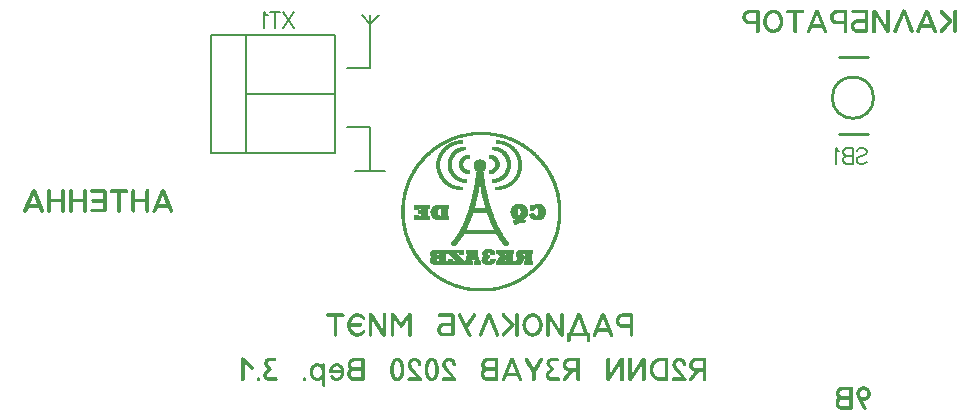
<source format=gbo>
G04*
G04 #@! TF.GenerationSoftware,Altium Limited,Altium Designer,21.0.8 (223)*
G04*
G04 Layer_Color=16777215*
%FSLAX44Y44*%
%MOMM*%
G71*
G04*
G04 #@! TF.SameCoordinates,403E8028-421C-4CEE-AC17-E54D717F3EFD*
G04*
G04*
G04 #@! TF.FilePolarity,Positive*
G04*
G01*
G75*
%ADD10C,0.2000*%
%ADD12C,0.2540*%
%ADD13C,0.1500*%
%ADD39C,0.0254*%
G36*
X216546Y223182D02*
X216740Y223154D01*
X216935Y223071D01*
X217101Y222987D01*
X217240Y222904D01*
X217323Y222848D01*
X217379Y222793D01*
X217407Y222765D01*
X217545Y222599D01*
X217656Y222404D01*
X217712Y222210D01*
X217768Y222043D01*
X217795Y221877D01*
X217823Y221738D01*
Y221655D01*
Y221627D01*
Y204664D01*
X217795Y204414D01*
X217768Y204220D01*
X217684Y204026D01*
X217601Y203887D01*
X217545Y203748D01*
X217462Y203665D01*
X217434Y203609D01*
X217407Y203582D01*
X217240Y203443D01*
X217046Y203332D01*
X216851Y203276D01*
X216685Y203221D01*
X216518Y203193D01*
X216407Y203165D01*
X216296D01*
X216019Y203193D01*
X215796Y203221D01*
X215574Y203304D01*
X215408Y203387D01*
X215130Y203637D01*
X214964Y203915D01*
X214853Y204192D01*
X214797Y204442D01*
X214769Y204609D01*
Y204636D01*
Y204664D01*
Y211938D01*
X205969D01*
Y204664D01*
X205941Y204414D01*
X205913Y204165D01*
X205830Y203970D01*
X205746Y203804D01*
X205497Y203526D01*
X205219Y203359D01*
X204941Y203248D01*
X204692Y203193D01*
X204525Y203165D01*
X204469D01*
X204220Y203193D01*
X203997Y203221D01*
X203803Y203304D01*
X203664Y203387D01*
X203526Y203443D01*
X203442Y203526D01*
X203387Y203554D01*
X203359Y203582D01*
X203220Y203748D01*
X203109Y203915D01*
X203026Y204109D01*
X202970Y204275D01*
X202943Y204442D01*
X202915Y204553D01*
Y204636D01*
Y204664D01*
Y221627D01*
X202943Y221877D01*
X202970Y222099D01*
X203054Y222293D01*
X203137Y222460D01*
X203220Y222599D01*
X203276Y222682D01*
X203331Y222737D01*
X203359Y222765D01*
X203526Y222904D01*
X203720Y223015D01*
X203886Y223098D01*
X204081Y223154D01*
X204220Y223182D01*
X204358Y223209D01*
X204469D01*
X204719Y223182D01*
X204969Y223154D01*
X205163Y223071D01*
X205330Y222959D01*
X205608Y222710D01*
X205774Y222432D01*
X205885Y222127D01*
X205941Y221877D01*
X205969Y221766D01*
Y221682D01*
Y221655D01*
Y221627D01*
Y214964D01*
X214769D01*
Y221627D01*
X214797Y221905D01*
X214825Y222154D01*
X214908Y222349D01*
X215019Y222543D01*
X215130Y222710D01*
X215241Y222821D01*
X215519Y223015D01*
X215824Y223126D01*
X216046Y223182D01*
X216241Y223209D01*
X216296D01*
X216546Y223182D01*
D02*
G37*
G36*
X163853Y223181D02*
X164048Y223154D01*
X164242Y223071D01*
X164409Y222987D01*
X164547Y222904D01*
X164631Y222848D01*
X164686Y222793D01*
X164714Y222765D01*
X164853Y222598D01*
X164964Y222404D01*
X165019Y222210D01*
X165075Y222043D01*
X165103Y221877D01*
X165130Y221738D01*
Y221655D01*
Y221627D01*
Y204664D01*
X165103Y204414D01*
X165075Y204220D01*
X164992Y204026D01*
X164908Y203887D01*
X164853Y203748D01*
X164769Y203665D01*
X164742Y203609D01*
X164714Y203581D01*
X164547Y203443D01*
X164353Y203332D01*
X164159Y203276D01*
X163992Y203221D01*
X163826Y203193D01*
X163715Y203165D01*
X163603D01*
X163326Y203193D01*
X163104Y203221D01*
X162882Y203304D01*
X162715Y203387D01*
X162437Y203637D01*
X162271Y203915D01*
X162160Y204192D01*
X162104Y204442D01*
X162077Y204609D01*
Y204636D01*
Y204664D01*
Y211938D01*
X153276D01*
Y204664D01*
X153248Y204414D01*
X153220Y204164D01*
X153137Y203970D01*
X153054Y203804D01*
X152804Y203526D01*
X152526Y203359D01*
X152249Y203248D01*
X151999Y203193D01*
X151832Y203165D01*
X151777D01*
X151527Y203193D01*
X151305Y203221D01*
X151110Y203304D01*
X150972Y203387D01*
X150833Y203443D01*
X150750Y203526D01*
X150694Y203554D01*
X150666Y203581D01*
X150527Y203748D01*
X150416Y203915D01*
X150333Y204109D01*
X150278Y204275D01*
X150250Y204442D01*
X150222Y204553D01*
Y204636D01*
Y204664D01*
Y221627D01*
X150250Y221877D01*
X150278Y222099D01*
X150361Y222293D01*
X150444Y222460D01*
X150527Y222598D01*
X150583Y222682D01*
X150639Y222737D01*
X150666Y222765D01*
X150833Y222904D01*
X151027Y223015D01*
X151194Y223098D01*
X151388Y223154D01*
X151527Y223181D01*
X151666Y223209D01*
X151777D01*
X152027Y223181D01*
X152276Y223154D01*
X152471Y223071D01*
X152637Y222959D01*
X152915Y222710D01*
X153082Y222432D01*
X153193Y222127D01*
X153248Y221877D01*
X153276Y221766D01*
Y221682D01*
Y221655D01*
Y221627D01*
Y214964D01*
X162077D01*
Y221627D01*
X162104Y221905D01*
X162132Y222154D01*
X162215Y222349D01*
X162326Y222543D01*
X162437Y222710D01*
X162549Y222821D01*
X162826Y223015D01*
X163132Y223126D01*
X163354Y223181D01*
X163548Y223209D01*
X163603D01*
X163853Y223181D01*
D02*
G37*
G36*
X145308D02*
X145503Y223154D01*
X145697Y223071D01*
X145863Y222987D01*
X146002Y222904D01*
X146086Y222848D01*
X146141Y222793D01*
X146169Y222765D01*
X146308Y222598D01*
X146419Y222404D01*
X146474Y222210D01*
X146530Y222043D01*
X146558Y221877D01*
X146585Y221738D01*
Y221655D01*
Y221627D01*
Y204664D01*
X146558Y204414D01*
X146530Y204220D01*
X146446Y204026D01*
X146363Y203887D01*
X146308Y203748D01*
X146224Y203665D01*
X146197Y203609D01*
X146169Y203581D01*
X146002Y203443D01*
X145808Y203332D01*
X145614Y203276D01*
X145447Y203221D01*
X145280Y203193D01*
X145169Y203165D01*
X145058D01*
X144781Y203193D01*
X144559Y203221D01*
X144337Y203304D01*
X144170Y203387D01*
X143892Y203637D01*
X143726Y203915D01*
X143615Y204192D01*
X143559Y204442D01*
X143531Y204609D01*
Y204636D01*
Y204664D01*
Y211938D01*
X134731D01*
Y204664D01*
X134703Y204414D01*
X134675Y204164D01*
X134592Y203970D01*
X134509Y203804D01*
X134259Y203526D01*
X133981Y203359D01*
X133704Y203248D01*
X133454Y203193D01*
X133287Y203165D01*
X133232D01*
X132982Y203193D01*
X132760Y203221D01*
X132565Y203304D01*
X132427Y203387D01*
X132288Y203443D01*
X132204Y203526D01*
X132149Y203554D01*
X132121Y203581D01*
X131982Y203748D01*
X131871Y203915D01*
X131788Y204109D01*
X131733Y204275D01*
X131705Y204442D01*
X131677Y204553D01*
Y204636D01*
Y204664D01*
Y221627D01*
X131705Y221877D01*
X131733Y222099D01*
X131816Y222293D01*
X131899Y222460D01*
X131982Y222598D01*
X132038Y222682D01*
X132093Y222737D01*
X132121Y222765D01*
X132288Y222904D01*
X132482Y223015D01*
X132649Y223098D01*
X132843Y223154D01*
X132982Y223181D01*
X133121Y223209D01*
X133232D01*
X133482Y223181D01*
X133731Y223154D01*
X133926Y223071D01*
X134092Y222959D01*
X134370Y222710D01*
X134537Y222432D01*
X134648Y222127D01*
X134703Y221877D01*
X134731Y221766D01*
Y221682D01*
Y221655D01*
Y221627D01*
Y214964D01*
X143531D01*
Y221627D01*
X143559Y221905D01*
X143587Y222154D01*
X143670Y222349D01*
X143781Y222543D01*
X143892Y222710D01*
X144003Y222821D01*
X144281Y223015D01*
X144586Y223126D01*
X144809Y223181D01*
X145003Y223209D01*
X145058D01*
X145308Y223181D01*
D02*
G37*
G36*
X180566Y222876D02*
X180760Y222821D01*
X180955Y222765D01*
X181121Y222682D01*
X181232Y222571D01*
X181343Y222515D01*
X181399Y222460D01*
X181427Y222432D01*
X181566Y222265D01*
X181677Y222071D01*
X181760Y221905D01*
X181815Y221738D01*
X181843Y221599D01*
X181871Y221488D01*
Y221405D01*
Y221377D01*
Y204914D01*
X181843Y204692D01*
X181788Y204498D01*
X181732Y204303D01*
X181649Y204137D01*
X181566Y204026D01*
X181482Y203915D01*
X181455Y203859D01*
X181427Y203831D01*
X181232Y203692D01*
X181066Y203581D01*
X180872Y203498D01*
X180705Y203443D01*
X180566Y203415D01*
X180455Y203387D01*
X169628D01*
X169378Y203415D01*
X169156Y203443D01*
X168962Y203526D01*
X168823Y203609D01*
X168684Y203665D01*
X168601Y203748D01*
X168545Y203776D01*
X168517Y203804D01*
X168379Y203970D01*
X168267Y204164D01*
X168212Y204359D01*
X168157Y204525D01*
X168129Y204692D01*
X168101Y204803D01*
Y204886D01*
Y204914D01*
X168129Y205164D01*
X168157Y205358D01*
X168240Y205553D01*
X168295Y205719D01*
X168379Y205830D01*
X168462Y205914D01*
X168490Y205969D01*
X168517Y205997D01*
X168684Y206136D01*
X168878Y206247D01*
X169045Y206330D01*
X169239Y206385D01*
X169378Y206413D01*
X169517Y206441D01*
X178845D01*
Y211688D01*
X170600D01*
X170350Y211716D01*
X170128Y211744D01*
X169933Y211827D01*
X169767Y211910D01*
X169628Y211966D01*
X169545Y212049D01*
X169489Y212077D01*
X169461Y212104D01*
X169322Y212271D01*
X169211Y212465D01*
X169128Y212632D01*
X169073Y212826D01*
X169045Y212965D01*
X169017Y213104D01*
Y213187D01*
Y213215D01*
X169045Y213493D01*
X169073Y213715D01*
X169156Y213937D01*
X169267Y214103D01*
X169517Y214381D01*
X169795Y214548D01*
X170100Y214659D01*
X170350Y214714D01*
X170461Y214742D01*
X178845D01*
Y219878D01*
X169628D01*
X169378Y219906D01*
X169156Y219933D01*
X168962Y220017D01*
X168823Y220100D01*
X168684Y220156D01*
X168601Y220239D01*
X168545Y220266D01*
X168517Y220294D01*
X168379Y220461D01*
X168267Y220627D01*
X168212Y220822D01*
X168157Y220988D01*
X168129Y221155D01*
X168101Y221266D01*
Y221349D01*
Y221377D01*
X168129Y221627D01*
X168157Y221821D01*
X168240Y222015D01*
X168295Y222182D01*
X168379Y222293D01*
X168462Y222376D01*
X168490Y222432D01*
X168517Y222460D01*
X168684Y222598D01*
X168878Y222710D01*
X169045Y222793D01*
X169239Y222848D01*
X169378Y222876D01*
X169517Y222904D01*
X180344D01*
X180566Y222876D01*
D02*
G37*
G36*
X198889Y222876D02*
X199111Y222848D01*
X199306Y222765D01*
X199500Y222654D01*
X199778Y222432D01*
X199944Y222154D01*
X200055Y221849D01*
X200111Y221627D01*
X200138Y221433D01*
Y221405D01*
Y221377D01*
X200111Y221127D01*
X200083Y220877D01*
X200000Y220683D01*
X199889Y220516D01*
X199667Y220239D01*
X199361Y220072D01*
X199084Y219961D01*
X198862Y219906D01*
X198667Y219878D01*
X193864D01*
Y204664D01*
X193836Y204414D01*
X193809Y204165D01*
X193725Y203970D01*
X193614Y203804D01*
X193365Y203526D01*
X193087Y203359D01*
X192809Y203248D01*
X192560Y203193D01*
X192365Y203165D01*
X192310D01*
X192032Y203193D01*
X191810Y203221D01*
X191616Y203304D01*
X191449Y203387D01*
X191171Y203637D01*
X191005Y203915D01*
X190894Y204192D01*
X190838Y204442D01*
X190810Y204609D01*
Y204636D01*
Y204664D01*
Y219878D01*
X186008D01*
X185730Y219906D01*
X185508Y219933D01*
X185313Y220017D01*
X185147Y220100D01*
X184869Y220350D01*
X184703Y220627D01*
X184592Y220905D01*
X184536Y221155D01*
X184508Y221322D01*
Y221349D01*
Y221377D01*
X184536Y221655D01*
X184564Y221877D01*
X184647Y222099D01*
X184730Y222265D01*
X184980Y222543D01*
X185258Y222710D01*
X185536Y222821D01*
X185786Y222876D01*
X185952Y222904D01*
X198612D01*
X198889Y222876D01*
D02*
G37*
G36*
X229983Y222932D02*
X230233Y222821D01*
X230372Y222765D01*
X230455Y222710D01*
X230510Y222682D01*
X230538Y222654D01*
X230705Y222543D01*
X230816Y222404D01*
X230927Y222293D01*
X231010Y222210D01*
X231093Y222071D01*
X231121Y222043D01*
Y222016D01*
X238006Y205081D01*
X238062Y204858D01*
X238090Y204636D01*
X238117Y204498D01*
Y204470D01*
Y204442D01*
X238090Y204220D01*
X238034Y203998D01*
X237951Y203831D01*
X237867Y203665D01*
X237784Y203526D01*
X237701Y203443D01*
X237645Y203387D01*
X237617Y203359D01*
X237451Y203221D01*
X237257Y203137D01*
X236896Y203026D01*
X236757Y202999D01*
X236646Y202971D01*
X236535D01*
X236202Y202999D01*
X235924Y203109D01*
X235674Y203276D01*
X235480Y203443D01*
X235341Y203609D01*
X235258Y203776D01*
X235202Y203887D01*
X235174Y203915D01*
X233731Y207496D01*
X225069D01*
X223625Y203915D01*
X223459Y203609D01*
X223237Y203359D01*
X223015Y203193D01*
X222792Y203082D01*
X222598Y203026D01*
X222432Y202999D01*
X222293Y202971D01*
X222265D01*
X222043Y202999D01*
X221821Y203026D01*
X221626Y203109D01*
X221460Y203193D01*
X221349Y203248D01*
X221238Y203332D01*
X221182Y203359D01*
X221154Y203387D01*
X220988Y203554D01*
X220877Y203720D01*
X220794Y203915D01*
X220738Y204081D01*
X220710Y204220D01*
X220683Y204331D01*
Y204414D01*
Y204442D01*
X220710Y204692D01*
X220738Y204886D01*
X220766Y205025D01*
X220794Y205081D01*
X227679Y222016D01*
X227734Y222127D01*
X227817Y222238D01*
X228012Y222460D01*
X228206Y222599D01*
X228262Y222626D01*
X228289Y222654D01*
X228456Y222765D01*
X228623Y222848D01*
X228872Y222959D01*
X229039Y222987D01*
X229844D01*
X229983Y222932D01*
D02*
G37*
G36*
X120683Y222932D02*
X120933Y222821D01*
X121072Y222765D01*
X121155Y222710D01*
X121211Y222682D01*
X121238Y222654D01*
X121405Y222543D01*
X121516Y222404D01*
X121627Y222293D01*
X121710Y222210D01*
X121794Y222071D01*
X121821Y222043D01*
Y222015D01*
X128706Y205081D01*
X128762Y204858D01*
X128790Y204636D01*
X128817Y204498D01*
Y204470D01*
Y204442D01*
X128790Y204220D01*
X128734Y203998D01*
X128651Y203831D01*
X128568Y203665D01*
X128484Y203526D01*
X128401Y203443D01*
X128345Y203387D01*
X128318Y203359D01*
X128151Y203221D01*
X127957Y203137D01*
X127596Y203026D01*
X127457Y202998D01*
X127346Y202971D01*
X127235D01*
X126902Y202998D01*
X126624Y203109D01*
X126374Y203276D01*
X126180Y203443D01*
X126041Y203609D01*
X125958Y203776D01*
X125902Y203887D01*
X125875Y203915D01*
X124431Y207496D01*
X115769D01*
X114326Y203915D01*
X114159Y203609D01*
X113937Y203359D01*
X113715Y203193D01*
X113493Y203082D01*
X113298Y203026D01*
X113132Y202998D01*
X112993Y202971D01*
X112965D01*
X112743Y202998D01*
X112521Y203026D01*
X112327Y203109D01*
X112160Y203193D01*
X112049Y203248D01*
X111938Y203332D01*
X111882Y203359D01*
X111855Y203387D01*
X111688Y203554D01*
X111577Y203720D01*
X111494Y203915D01*
X111438Y204081D01*
X111411Y204220D01*
X111383Y204331D01*
Y204414D01*
Y204442D01*
X111411Y204692D01*
X111438Y204886D01*
X111466Y205025D01*
X111494Y205081D01*
X118379Y222015D01*
X118434Y222127D01*
X118518Y222238D01*
X118712Y222460D01*
X118906Y222598D01*
X118962Y222626D01*
X118990Y222654D01*
X119156Y222765D01*
X119323Y222848D01*
X119573Y222959D01*
X119739Y222987D01*
X120544D01*
X120683Y222932D01*
D02*
G37*
G36*
X667138Y80459D02*
X667555Y80404D01*
X667971Y80321D01*
X668332Y80237D01*
X669026Y79960D01*
X669609Y79654D01*
X669887Y79488D01*
X670109Y79349D01*
X670303Y79210D01*
X670470Y79071D01*
X670609Y78988D01*
X670692Y78905D01*
X670747Y78849D01*
X670775Y78821D01*
X671080Y78488D01*
X671358Y78155D01*
X671580Y77822D01*
X671775Y77461D01*
X671941Y77100D01*
X672108Y76767D01*
X672302Y76128D01*
X672385Y75823D01*
X672441Y75545D01*
X672469Y75296D01*
X672496Y75101D01*
X672524Y74935D01*
Y74796D01*
Y74713D01*
Y74685D01*
X672496Y74407D01*
X672469Y74185D01*
X672385Y73991D01*
X672274Y73796D01*
X672052Y73519D01*
X671747Y73352D01*
X671469Y73241D01*
X671247Y73186D01*
X671053Y73158D01*
X670997D01*
X670720Y73186D01*
X670498Y73213D01*
X670275Y73297D01*
X670109Y73380D01*
X669831Y73630D01*
X669665Y73907D01*
X669554Y74185D01*
X669498Y74435D01*
X669470Y74601D01*
Y74629D01*
Y74657D01*
X669443Y75073D01*
X669332Y75462D01*
X669220Y75795D01*
X669054Y76073D01*
X668915Y76323D01*
X668776Y76489D01*
X668693Y76600D01*
X668665Y76628D01*
X668332Y76906D01*
X667999Y77100D01*
X667693Y77239D01*
X667388Y77322D01*
X667111Y77405D01*
X666916Y77433D01*
X666722D01*
X666389Y77405D01*
X666083Y77350D01*
X665972Y77322D01*
X665889Y77294D01*
X665833Y77267D01*
X665806D01*
X665472Y77128D01*
X665195Y76989D01*
X664945Y76822D01*
X664751Y76656D01*
X664556Y76489D01*
X664417Y76323D01*
X664195Y75962D01*
X664057Y75629D01*
X664001Y75379D01*
X663973Y75268D01*
Y75184D01*
Y75157D01*
Y75129D01*
X664001Y74768D01*
X664112Y74379D01*
X664251Y73963D01*
X664445Y73519D01*
X664667Y73074D01*
X664917Y72603D01*
X665445Y71714D01*
X665722Y71298D01*
X666000Y70909D01*
X666250Y70576D01*
X666472Y70271D01*
X666666Y70021D01*
X666805Y69826D01*
X666916Y69715D01*
X666944Y69660D01*
X667971Y68438D01*
X668970Y67272D01*
X669443Y66717D01*
X669914Y66189D01*
X670331Y65690D01*
X670747Y65218D01*
X671108Y64774D01*
X671441Y64385D01*
X671747Y64052D01*
X671997Y63746D01*
X672191Y63524D01*
X672357Y63330D01*
X672441Y63219D01*
X672469Y63191D01*
X672635Y62969D01*
X672746Y62747D01*
X672830Y62525D01*
X672885Y62358D01*
X672913Y62192D01*
X672941Y62081D01*
Y61997D01*
Y61970D01*
X672913Y61748D01*
X672857Y61553D01*
X672774Y61387D01*
X672691Y61220D01*
X672413Y60998D01*
X672108Y60859D01*
X671802Y60748D01*
X671525Y60720D01*
X671441Y60693D01*
X662141D01*
X661863Y60720D01*
X661641Y60748D01*
X661419Y60831D01*
X661253Y60942D01*
X660975Y61164D01*
X660808Y61470D01*
X660697Y61748D01*
X660642Y61970D01*
X660614Y62164D01*
Y62192D01*
Y62220D01*
X660642Y62497D01*
X660670Y62719D01*
X660753Y62941D01*
X660864Y63108D01*
X661086Y63386D01*
X661364Y63552D01*
X661669Y63663D01*
X661891Y63719D01*
X662085Y63746D01*
X668082D01*
X662197Y71020D01*
X661974Y71325D01*
X661780Y71631D01*
X661447Y72269D01*
X661225Y72880D01*
X661086Y73435D01*
X660975Y73935D01*
X660947Y74130D01*
Y74324D01*
X660919Y74463D01*
Y74574D01*
Y74629D01*
Y74657D01*
X660975Y75323D01*
X661086Y75934D01*
X661225Y76489D01*
X661419Y76961D01*
X661614Y77378D01*
X661697Y77544D01*
X661752Y77683D01*
X661836Y77794D01*
X661863Y77877D01*
X661919Y77905D01*
Y77933D01*
X662335Y78488D01*
X662807Y78932D01*
X663279Y79321D01*
X663751Y79626D01*
X664140Y79848D01*
X664473Y80015D01*
X664612Y80071D01*
X664695Y80098D01*
X664751Y80126D01*
X664779D01*
X665139Y80237D01*
X665472Y80348D01*
X665806Y80404D01*
X666111Y80431D01*
X666361Y80459D01*
X666555Y80487D01*
X666722D01*
X667138Y80459D01*
D02*
G37*
G36*
X472303Y80459D02*
X472720Y80404D01*
X473136Y80320D01*
X473497Y80237D01*
X474191Y79960D01*
X474774Y79654D01*
X475052Y79488D01*
X475274Y79349D01*
X475468Y79210D01*
X475635Y79071D01*
X475773Y78988D01*
X475857Y78905D01*
X475912Y78849D01*
X475940Y78821D01*
X476245Y78488D01*
X476523Y78155D01*
X476745Y77822D01*
X476939Y77461D01*
X477106Y77100D01*
X477273Y76767D01*
X477467Y76128D01*
X477550Y75823D01*
X477606Y75545D01*
X477634Y75296D01*
X477661Y75101D01*
X477689Y74935D01*
Y74796D01*
Y74712D01*
Y74685D01*
X477661Y74407D01*
X477634Y74185D01*
X477550Y73991D01*
X477439Y73796D01*
X477217Y73519D01*
X476912Y73352D01*
X476634Y73241D01*
X476412Y73186D01*
X476218Y73158D01*
X476162D01*
X475884Y73186D01*
X475662Y73213D01*
X475440Y73297D01*
X475274Y73380D01*
X474996Y73630D01*
X474829Y73907D01*
X474718Y74185D01*
X474663Y74435D01*
X474635Y74601D01*
Y74629D01*
Y74657D01*
X474607Y75073D01*
X474496Y75462D01*
X474385Y75795D01*
X474219Y76073D01*
X474080Y76323D01*
X473941Y76489D01*
X473858Y76600D01*
X473830Y76628D01*
X473497Y76906D01*
X473164Y77100D01*
X472858Y77239D01*
X472553Y77322D01*
X472275Y77405D01*
X472081Y77433D01*
X471887D01*
X471553Y77405D01*
X471248Y77350D01*
X471137Y77322D01*
X471054Y77294D01*
X470998Y77267D01*
X470970D01*
X470637Y77128D01*
X470360Y76989D01*
X470110Y76822D01*
X469916Y76656D01*
X469721Y76489D01*
X469582Y76323D01*
X469360Y75962D01*
X469221Y75629D01*
X469166Y75379D01*
X469138Y75268D01*
Y75184D01*
Y75157D01*
Y75129D01*
X469166Y74768D01*
X469277Y74379D01*
X469416Y73963D01*
X469610Y73519D01*
X469832Y73074D01*
X470082Y72603D01*
X470610Y71714D01*
X470887Y71298D01*
X471165Y70909D01*
X471415Y70576D01*
X471637Y70271D01*
X471831Y70021D01*
X471970Y69826D01*
X472081Y69715D01*
X472109Y69660D01*
X473136Y68438D01*
X474135Y67272D01*
X474607Y66717D01*
X475079Y66189D01*
X475496Y65690D01*
X475912Y65218D01*
X476273Y64774D01*
X476606Y64385D01*
X476912Y64052D01*
X477161Y63746D01*
X477356Y63524D01*
X477522Y63330D01*
X477606Y63219D01*
X477634Y63191D01*
X477800Y62969D01*
X477911Y62747D01*
X477994Y62525D01*
X478050Y62358D01*
X478078Y62192D01*
X478105Y62081D01*
Y61997D01*
Y61970D01*
X478078Y61747D01*
X478022Y61553D01*
X477939Y61387D01*
X477856Y61220D01*
X477578Y60998D01*
X477273Y60859D01*
X476967Y60748D01*
X476689Y60720D01*
X476606Y60693D01*
X467306D01*
X467028Y60720D01*
X466806Y60748D01*
X466584Y60831D01*
X466418Y60942D01*
X466140Y61164D01*
X465973Y61470D01*
X465862Y61747D01*
X465807Y61970D01*
X465779Y62164D01*
Y62192D01*
Y62220D01*
X465807Y62497D01*
X465835Y62719D01*
X465918Y62941D01*
X466029Y63108D01*
X466251Y63386D01*
X466529Y63552D01*
X466834Y63663D01*
X467056Y63719D01*
X467250Y63746D01*
X473247D01*
X467361Y71020D01*
X467139Y71325D01*
X466945Y71631D01*
X466612Y72269D01*
X466390Y72880D01*
X466251Y73435D01*
X466140Y73935D01*
X466112Y74129D01*
Y74324D01*
X466084Y74463D01*
Y74574D01*
Y74629D01*
Y74657D01*
X466140Y75323D01*
X466251Y75934D01*
X466390Y76489D01*
X466584Y76961D01*
X466778Y77378D01*
X466862Y77544D01*
X466917Y77683D01*
X467001Y77794D01*
X467028Y77877D01*
X467084Y77905D01*
Y77933D01*
X467500Y78488D01*
X467972Y78932D01*
X468444Y79321D01*
X468916Y79626D01*
X469305Y79848D01*
X469638Y80015D01*
X469777Y80071D01*
X469860Y80098D01*
X469916Y80126D01*
X469943D01*
X470304Y80237D01*
X470637Y80348D01*
X470970Y80404D01*
X471276Y80431D01*
X471526Y80459D01*
X471720Y80487D01*
X471887D01*
X472303Y80459D01*
D02*
G37*
G36*
X443042D02*
X443458Y80404D01*
X443875Y80320D01*
X444235Y80237D01*
X444930Y79960D01*
X445513Y79654D01*
X445790Y79488D01*
X446012Y79349D01*
X446207Y79210D01*
X446373Y79071D01*
X446512Y78988D01*
X446595Y78905D01*
X446651Y78849D01*
X446679Y78821D01*
X446984Y78488D01*
X447262Y78155D01*
X447484Y77822D01*
X447678Y77461D01*
X447845Y77100D01*
X448011Y76767D01*
X448205Y76128D01*
X448289Y75823D01*
X448344Y75545D01*
X448372Y75296D01*
X448400Y75101D01*
X448428Y74935D01*
Y74796D01*
Y74712D01*
Y74685D01*
X448400Y74407D01*
X448372Y74185D01*
X448289Y73991D01*
X448178Y73796D01*
X447956Y73519D01*
X447650Y73352D01*
X447373Y73241D01*
X447151Y73186D01*
X446956Y73158D01*
X446901D01*
X446623Y73186D01*
X446401Y73213D01*
X446179Y73297D01*
X446012Y73380D01*
X445735Y73630D01*
X445568Y73907D01*
X445457Y74185D01*
X445401Y74435D01*
X445374Y74601D01*
Y74629D01*
Y74657D01*
X445346Y75073D01*
X445235Y75462D01*
X445124Y75795D01*
X444957Y76073D01*
X444818Y76323D01*
X444680Y76489D01*
X444596Y76600D01*
X444569Y76628D01*
X444235Y76906D01*
X443902Y77100D01*
X443597Y77239D01*
X443292Y77322D01*
X443014Y77405D01*
X442820Y77433D01*
X442625D01*
X442292Y77405D01*
X441987Y77350D01*
X441876Y77322D01*
X441792Y77294D01*
X441737Y77267D01*
X441709D01*
X441376Y77128D01*
X441098Y76989D01*
X440849Y76822D01*
X440654Y76656D01*
X440460Y76489D01*
X440321Y76323D01*
X440099Y75962D01*
X439960Y75629D01*
X439905Y75379D01*
X439877Y75268D01*
Y75184D01*
Y75157D01*
Y75129D01*
X439905Y74768D01*
X440016Y74379D01*
X440154Y73963D01*
X440349Y73519D01*
X440571Y73074D01*
X440821Y72603D01*
X441348Y71714D01*
X441626Y71298D01*
X441903Y70909D01*
X442153Y70576D01*
X442375Y70271D01*
X442570Y70021D01*
X442709Y69826D01*
X442820Y69715D01*
X442847Y69660D01*
X443875Y68438D01*
X444874Y67272D01*
X445346Y66717D01*
X445818Y66189D01*
X446234Y65690D01*
X446651Y65218D01*
X447012Y64774D01*
X447345Y64385D01*
X447650Y64052D01*
X447900Y63746D01*
X448094Y63524D01*
X448261Y63330D01*
X448344Y63219D01*
X448372Y63191D01*
X448539Y62969D01*
X448650Y62747D01*
X448733Y62525D01*
X448788Y62358D01*
X448816Y62192D01*
X448844Y62081D01*
Y61997D01*
Y61970D01*
X448816Y61747D01*
X448761Y61553D01*
X448677Y61387D01*
X448594Y61220D01*
X448317Y60998D01*
X448011Y60859D01*
X447706Y60748D01*
X447428Y60720D01*
X447345Y60693D01*
X438045D01*
X437767Y60720D01*
X437545Y60748D01*
X437323Y60831D01*
X437156Y60942D01*
X436879Y61164D01*
X436712Y61470D01*
X436601Y61747D01*
X436545Y61970D01*
X436518Y62164D01*
Y62192D01*
Y62220D01*
X436545Y62497D01*
X436573Y62719D01*
X436656Y62941D01*
X436768Y63108D01*
X436990Y63386D01*
X437267Y63552D01*
X437573Y63663D01*
X437795Y63719D01*
X437989Y63746D01*
X443986D01*
X438100Y71020D01*
X437878Y71325D01*
X437684Y71631D01*
X437351Y72269D01*
X437128Y72880D01*
X436990Y73435D01*
X436879Y73935D01*
X436851Y74129D01*
Y74324D01*
X436823Y74463D01*
Y74574D01*
Y74629D01*
Y74657D01*
X436879Y75323D01*
X436990Y75934D01*
X437128Y76489D01*
X437323Y76961D01*
X437517Y77378D01*
X437600Y77544D01*
X437656Y77683D01*
X437739Y77794D01*
X437767Y77877D01*
X437822Y77905D01*
Y77933D01*
X438239Y78488D01*
X438711Y78932D01*
X439183Y79321D01*
X439655Y79626D01*
X440043Y79848D01*
X440377Y80015D01*
X440515Y80071D01*
X440599Y80098D01*
X440654Y80126D01*
X440682D01*
X441043Y80237D01*
X441376Y80348D01*
X441709Y80404D01*
X442015Y80431D01*
X442264Y80459D01*
X442459Y80487D01*
X442625D01*
X443042Y80459D01*
D02*
G37*
G36*
X549954Y80459D02*
X550176Y80431D01*
X550370Y80348D01*
X550537Y80265D01*
X550676Y80182D01*
X550787Y80126D01*
X550842Y80071D01*
X550870Y80043D01*
X551037Y79876D01*
X551148Y79682D01*
X551231Y79515D01*
X551287Y79349D01*
X551314Y79182D01*
X551342Y79071D01*
Y78988D01*
Y78960D01*
X551314Y78794D01*
X551231Y78544D01*
X551092Y78211D01*
X550898Y77822D01*
X550704Y77405D01*
X550454Y76933D01*
X549926Y75989D01*
X549676Y75518D01*
X549426Y75073D01*
X549177Y74657D01*
X548982Y74268D01*
X548788Y73963D01*
X548649Y73713D01*
X548566Y73574D01*
X548538Y73547D01*
Y73519D01*
X547900Y72464D01*
X547289Y71409D01*
X546706Y70465D01*
X546456Y69993D01*
X546206Y69577D01*
X545956Y69216D01*
X545762Y68855D01*
X545568Y68549D01*
X545429Y68299D01*
X545290Y68077D01*
X545207Y67938D01*
X545151Y67827D01*
X545123Y67800D01*
Y61970D01*
X545096Y61720D01*
X545068Y61525D01*
X544985Y61331D01*
X544901Y61164D01*
X544846Y61026D01*
X544762Y60942D01*
X544735Y60887D01*
X544707Y60859D01*
X544540Y60720D01*
X544346Y60609D01*
X544152Y60526D01*
X543957Y60470D01*
X543819Y60443D01*
X543680Y60415D01*
X543569D01*
X543319Y60443D01*
X543125Y60498D01*
X542930Y60554D01*
X542764Y60637D01*
X542653Y60720D01*
X542569Y60804D01*
X542514Y60831D01*
X542486Y60859D01*
X542347Y61026D01*
X542236Y61220D01*
X542181Y61414D01*
X542125Y61581D01*
X542097Y61747D01*
X542070Y61859D01*
Y61942D01*
Y61970D01*
Y67800D01*
X541431Y68855D01*
X540793Y69910D01*
X540210Y70854D01*
X539932Y71325D01*
X539682Y71742D01*
X539432Y72131D01*
X539238Y72464D01*
X539043Y72769D01*
X538905Y73019D01*
X538766Y73241D01*
X538683Y73380D01*
X538627Y73491D01*
X538599Y73519D01*
X538100Y74379D01*
X537683Y75129D01*
X537294Y75795D01*
X536989Y76378D01*
X536711Y76906D01*
X536489Y77350D01*
X536295Y77711D01*
X536156Y78044D01*
X536017Y78294D01*
X535934Y78488D01*
X535879Y78655D01*
X535851Y78794D01*
X535823Y78877D01*
X535795Y78932D01*
Y78960D01*
X535823Y79182D01*
X535879Y79404D01*
X535962Y79571D01*
X536045Y79737D01*
X536128Y79876D01*
X536212Y79960D01*
X536267Y80015D01*
X536295Y80043D01*
X536489Y80182D01*
X536656Y80293D01*
X536850Y80376D01*
X537017Y80431D01*
X537183Y80459D01*
X537294Y80487D01*
X537406D01*
X537683Y80459D01*
X537933Y80376D01*
X538155Y80237D01*
X538322Y80098D01*
X538460Y79960D01*
X538572Y79821D01*
X538627Y79737D01*
X538655Y79710D01*
X543569Y71242D01*
X548483Y79710D01*
X548649Y79960D01*
X548871Y80154D01*
X549066Y80293D01*
X549260Y80404D01*
X549454Y80459D01*
X549593Y80487D01*
X549732D01*
X549954Y80459D01*
D02*
G37*
G36*
X297346Y80626D02*
X297568Y80570D01*
X297790Y80459D01*
X297984Y80348D01*
X298123Y80237D01*
X298262Y80126D01*
X298345Y80070D01*
X298373Y80043D01*
X305952Y72963D01*
X306119Y72769D01*
X306230Y72603D01*
X306341Y72408D01*
X306396Y72242D01*
X306424Y72103D01*
X306452Y71992D01*
Y71908D01*
Y71881D01*
X306424Y71659D01*
X306369Y71437D01*
X306313Y71242D01*
X306202Y71076D01*
X306119Y70964D01*
X306063Y70854D01*
X306007Y70798D01*
X305980Y70770D01*
X305785Y70604D01*
X305619Y70493D01*
X305424Y70409D01*
X305258Y70354D01*
X305119Y70326D01*
X305008Y70298D01*
X304897D01*
X304675Y70326D01*
X304481Y70381D01*
X304147Y70520D01*
X304009Y70604D01*
X303925Y70687D01*
X303870Y70715D01*
X303842Y70742D01*
X298873Y75434D01*
Y61970D01*
X298845Y61720D01*
X298817Y61470D01*
X298734Y61276D01*
X298623Y61109D01*
X298401Y60831D01*
X298095Y60665D01*
X297818Y60554D01*
X297596Y60498D01*
X297401Y60470D01*
X297346D01*
X297068Y60498D01*
X296846Y60526D01*
X296624Y60609D01*
X296457Y60693D01*
X296180Y60942D01*
X296013Y61220D01*
X295902Y61498D01*
X295847Y61747D01*
X295819Y61914D01*
Y61942D01*
Y61970D01*
Y78932D01*
Y79238D01*
X295874Y79488D01*
X295930Y79737D01*
X296013Y79932D01*
X296124Y80098D01*
X296235Y80237D01*
X296457Y80431D01*
X296679Y80570D01*
X296901Y80626D01*
X297040Y80653D01*
X297096D01*
X297346Y80626D01*
D02*
G37*
G36*
X637072Y80431D02*
X637266Y80376D01*
X637599Y80237D01*
X637710Y80126D01*
X637821Y80071D01*
X637877Y80015D01*
X637905Y79987D01*
X638071Y79821D01*
X638182Y79626D01*
X638266Y79460D01*
X638321Y79293D01*
X638349Y79155D01*
X638377Y79043D01*
Y78960D01*
Y78932D01*
Y61970D01*
X638349Y61720D01*
X638321Y61470D01*
X638238Y61276D01*
X638127Y61109D01*
X637905Y60831D01*
X637599Y60665D01*
X637322Y60554D01*
X637099Y60498D01*
X636905Y60470D01*
X636850D01*
X636572Y60498D01*
X636350Y60526D01*
X636128Y60609D01*
X635961Y60693D01*
X635684Y60942D01*
X635517Y61220D01*
X635406Y61498D01*
X635350Y61748D01*
X635323Y61914D01*
Y61942D01*
Y61970D01*
Y74574D01*
X626911Y61164D01*
X626855Y61109D01*
X626772Y61026D01*
X626578Y60887D01*
X626411Y60776D01*
X626356Y60720D01*
X626328D01*
X626022Y60581D01*
X625800Y60498D01*
X625662Y60470D01*
X625023D01*
X624801Y60498D01*
X624607Y60554D01*
X624412Y60609D01*
X624246Y60693D01*
X624135Y60776D01*
X624024Y60859D01*
X623968Y60887D01*
X623940Y60915D01*
X623774Y61081D01*
X623663Y61276D01*
X623579Y61442D01*
X623524Y61609D01*
X623496Y61747D01*
X623468Y61859D01*
Y61942D01*
Y61970D01*
Y78932D01*
X623496Y79182D01*
X623552Y79404D01*
X623607Y79599D01*
X623690Y79765D01*
X623801Y79904D01*
X623857Y79987D01*
X623913Y80043D01*
X623940Y80071D01*
X624107Y80209D01*
X624301Y80293D01*
X624634Y80404D01*
X624801Y80431D01*
X624912Y80459D01*
X625023D01*
X625273Y80431D01*
X625523Y80404D01*
X625717Y80320D01*
X625884Y80209D01*
X626161Y79987D01*
X626328Y79710D01*
X626439Y79404D01*
X626494Y79182D01*
X626522Y78988D01*
Y78960D01*
Y78932D01*
Y66301D01*
X634962Y79738D01*
X635017Y79821D01*
X635101Y79876D01*
X635295Y80043D01*
X635489Y80154D01*
X635545Y80182D01*
X635573D01*
X635878Y80348D01*
X636072Y80431D01*
X636211Y80459D01*
X636850D01*
X637072Y80431D01*
D02*
G37*
G36*
X618527Y80431D02*
X618721Y80376D01*
X619054Y80237D01*
X619165Y80126D01*
X619276Y80071D01*
X619332Y80015D01*
X619360Y79987D01*
X619526Y79821D01*
X619637Y79626D01*
X619720Y79460D01*
X619776Y79293D01*
X619804Y79154D01*
X619832Y79043D01*
Y78960D01*
Y78932D01*
Y61970D01*
X619804Y61720D01*
X619776Y61470D01*
X619693Y61276D01*
X619582Y61109D01*
X619360Y60831D01*
X619054Y60665D01*
X618777Y60554D01*
X618554Y60498D01*
X618360Y60470D01*
X618304D01*
X618027Y60498D01*
X617805Y60526D01*
X617583Y60609D01*
X617416Y60693D01*
X617138Y60942D01*
X616972Y61220D01*
X616861Y61498D01*
X616805Y61747D01*
X616778Y61914D01*
Y61942D01*
Y61970D01*
Y74574D01*
X608366Y61164D01*
X608310Y61109D01*
X608227Y61026D01*
X608032Y60887D01*
X607866Y60776D01*
X607810Y60720D01*
X607783D01*
X607477Y60581D01*
X607255Y60498D01*
X607116Y60470D01*
X606478D01*
X606256Y60498D01*
X606061Y60554D01*
X605867Y60609D01*
X605700Y60693D01*
X605589Y60776D01*
X605478Y60859D01*
X605423Y60887D01*
X605395Y60915D01*
X605229Y61081D01*
X605117Y61276D01*
X605034Y61442D01*
X604979Y61609D01*
X604951Y61747D01*
X604923Y61859D01*
Y61942D01*
Y61970D01*
Y78932D01*
X604951Y79182D01*
X605006Y79404D01*
X605062Y79599D01*
X605145Y79765D01*
X605256Y79904D01*
X605312Y79987D01*
X605367Y80043D01*
X605395Y80071D01*
X605562Y80209D01*
X605756Y80293D01*
X606089Y80404D01*
X606256Y80431D01*
X606367Y80459D01*
X606478D01*
X606728Y80431D01*
X606978Y80404D01*
X607172Y80320D01*
X607338Y80209D01*
X607616Y79987D01*
X607783Y79710D01*
X607894Y79404D01*
X607949Y79182D01*
X607977Y78988D01*
Y78960D01*
Y78932D01*
Y66301D01*
X616417Y79737D01*
X616472Y79821D01*
X616555Y79876D01*
X616750Y80043D01*
X616944Y80154D01*
X617000Y80182D01*
X617028D01*
X617333Y80348D01*
X617527Y80431D01*
X617666Y80459D01*
X618304D01*
X618527Y80431D01*
D02*
G37*
G36*
X377218Y75656D02*
X377745Y75573D01*
X378245Y75462D01*
X378689Y75323D01*
X379133Y75157D01*
X379522Y74962D01*
X379883Y74740D01*
X380216Y74546D01*
X380494Y74324D01*
X380771Y74102D01*
X380993Y73907D01*
X381160Y73741D01*
X381299Y73602D01*
X381410Y73491D01*
X381465Y73408D01*
X381493Y73380D01*
X381798Y72963D01*
X382048Y72547D01*
X382298Y72103D01*
X382492Y71659D01*
X382659Y71214D01*
X382798Y70798D01*
X382992Y69965D01*
X383075Y69604D01*
X383131Y69243D01*
X383159Y68938D01*
X383186Y68688D01*
X383214Y68466D01*
Y68299D01*
Y68188D01*
Y68161D01*
X383186Y67605D01*
X383131Y67106D01*
X383048Y66578D01*
X382909Y66106D01*
X382770Y65662D01*
X382603Y65218D01*
X382437Y64829D01*
X382270Y64468D01*
X382104Y64135D01*
X381909Y63830D01*
X381771Y63580D01*
X381632Y63358D01*
X381493Y63191D01*
X381410Y63080D01*
X381354Y62997D01*
X381326Y62969D01*
X380938Y62553D01*
X380549Y62192D01*
X380133Y61886D01*
X379744Y61609D01*
X379328Y61387D01*
X378911Y61192D01*
X378522Y61026D01*
X378162Y60915D01*
X377801Y60804D01*
X377495Y60748D01*
X377190Y60693D01*
X376940Y60637D01*
X376746D01*
X376607Y60609D01*
X376468D01*
X375913Y60665D01*
X375358Y60776D01*
X374830Y60942D01*
X374330Y61164D01*
X373914Y61359D01*
X373719Y61442D01*
X373581Y61525D01*
X373442Y61581D01*
X373359Y61637D01*
X373303Y61692D01*
X373275D01*
X372942Y61914D01*
X372637Y62136D01*
X372387Y62358D01*
X372165Y62608D01*
X371970Y62803D01*
X371832Y63025D01*
X371693Y63219D01*
X371610Y63413D01*
X371471Y63746D01*
X371387Y64024D01*
X371360Y64191D01*
Y64218D01*
Y64246D01*
X371387Y64440D01*
X371415Y64635D01*
X371582Y64940D01*
X371665Y65051D01*
X371721Y65135D01*
X371776Y65162D01*
X371804Y65190D01*
X371970Y65329D01*
X372137Y65412D01*
X372443Y65523D01*
X372581Y65551D01*
X372692Y65579D01*
X372776D01*
X372970Y65523D01*
X373220Y65384D01*
X373470Y65218D01*
X373719Y64996D01*
X373942Y64774D01*
X374108Y64607D01*
X374219Y64468D01*
X374275Y64413D01*
X374636Y64024D01*
X375024Y63746D01*
X375413Y63552D01*
X375774Y63413D01*
X376079Y63330D01*
X376301Y63302D01*
X376468Y63274D01*
X376524D01*
X376801Y63302D01*
X377079Y63330D01*
X377579Y63469D01*
X378023Y63691D01*
X378411Y63913D01*
X378717Y64135D01*
X378967Y64357D01*
X379105Y64496D01*
X379133Y64552D01*
X379161D01*
X379522Y64996D01*
X379799Y65440D01*
X380049Y65884D01*
X380216Y66301D01*
X380327Y66661D01*
X380410Y66967D01*
X380438Y67078D01*
X380466Y67161D01*
Y67189D01*
Y67217D01*
X371526D01*
X371304Y67244D01*
X371138Y67272D01*
X370832Y67439D01*
X370721Y67494D01*
X370638Y67578D01*
X370610Y67605D01*
X370582Y67633D01*
X370444Y67800D01*
X370360Y67966D01*
X370249Y68299D01*
X370221Y68438D01*
X370194Y68549D01*
Y68605D01*
Y68632D01*
X370221Y69160D01*
X370277Y69660D01*
X370360Y70132D01*
X370471Y70604D01*
X370610Y71020D01*
X370749Y71437D01*
X370916Y71797D01*
X371082Y72131D01*
X371249Y72436D01*
X371415Y72714D01*
X371554Y72963D01*
X371693Y73158D01*
X371804Y73324D01*
X371887Y73435D01*
X371943Y73491D01*
X371970Y73519D01*
X372331Y73907D01*
X372720Y74240D01*
X373109Y74518D01*
X373497Y74768D01*
X373886Y74990D01*
X374275Y75157D01*
X374664Y75296D01*
X375024Y75406D01*
X375358Y75490D01*
X375663Y75573D01*
X375941Y75629D01*
X376190Y75656D01*
X376385Y75684D01*
X376662D01*
X377218Y75656D01*
D02*
G37*
G36*
X656172Y80182D02*
X656367Y80126D01*
X656561Y80071D01*
X656727Y79987D01*
X656839Y79876D01*
X656949Y79821D01*
X657005Y79765D01*
X657033Y79738D01*
X657172Y79571D01*
X657283Y79377D01*
X657366Y79210D01*
X657421Y79043D01*
X657449Y78905D01*
X657477Y78794D01*
Y78710D01*
Y78682D01*
Y62220D01*
X657449Y61997D01*
X657394Y61803D01*
X657338Y61609D01*
X657255Y61442D01*
X657172Y61331D01*
X657088Y61220D01*
X657061Y61164D01*
X657033Y61137D01*
X656839Y60998D01*
X656672Y60887D01*
X656478Y60804D01*
X656311Y60748D01*
X656172Y60720D01*
X656061Y60693D01*
X650287D01*
X649593Y60720D01*
X648954Y60831D01*
X648343Y60970D01*
X647760Y61192D01*
X647205Y61414D01*
X646705Y61664D01*
X646233Y61970D01*
X645789Y62247D01*
X645400Y62525D01*
X645067Y62830D01*
X644790Y63080D01*
X644540Y63330D01*
X644345Y63524D01*
X644207Y63663D01*
X644123Y63774D01*
X644096Y63802D01*
X643707Y64357D01*
X643346Y64912D01*
X643041Y65495D01*
X642791Y66079D01*
X642569Y66634D01*
X642374Y67189D01*
X642235Y67744D01*
X642097Y68244D01*
X642013Y68716D01*
X641930Y69160D01*
X641875Y69549D01*
X641847Y69882D01*
Y70160D01*
X641819Y70354D01*
Y70465D01*
Y70520D01*
X641847Y71242D01*
X641902Y71936D01*
X642013Y72603D01*
X642180Y73213D01*
X642347Y73796D01*
X642541Y74352D01*
X642735Y74879D01*
X642930Y75323D01*
X643152Y75767D01*
X643346Y76128D01*
X643540Y76462D01*
X643707Y76711D01*
X643846Y76933D01*
X643957Y77072D01*
X644040Y77183D01*
X644068Y77211D01*
X644540Y77739D01*
X645040Y78211D01*
X645539Y78599D01*
X646067Y78932D01*
X646566Y79238D01*
X647094Y79488D01*
X647594Y79682D01*
X648093Y79848D01*
X648538Y79960D01*
X648954Y80043D01*
X649343Y80126D01*
X649648Y80154D01*
X649926Y80182D01*
X650120Y80209D01*
X655950D01*
X656172Y80182D01*
D02*
G37*
G36*
X563308Y80182D02*
X563558Y80154D01*
X563752Y80071D01*
X563918Y79960D01*
X564196Y79737D01*
X564363Y79460D01*
X564474Y79154D01*
X564529Y78932D01*
X564557Y78738D01*
Y78710D01*
Y78682D01*
X564529Y78433D01*
X564501Y78183D01*
X564418Y77988D01*
X564335Y77822D01*
X564085Y77544D01*
X563807Y77378D01*
X563530Y77267D01*
X563280Y77211D01*
X563113Y77183D01*
X558671D01*
X558477Y77155D01*
X558283Y77128D01*
X558005Y76989D01*
X557894Y76906D01*
X557811Y76850D01*
X557783Y76822D01*
X557755Y76795D01*
X557616Y76656D01*
X557533Y76489D01*
X557422Y76184D01*
X557394Y76073D01*
X557366Y75962D01*
Y75906D01*
Y75879D01*
X557422Y75573D01*
X557505Y75323D01*
X557589Y75157D01*
X557644Y75129D01*
Y75101D01*
X558061Y74574D01*
X558449Y74074D01*
X558838Y73602D01*
X559171Y73186D01*
X559449Y72825D01*
X559671Y72575D01*
X559754Y72464D01*
X559810Y72380D01*
X559865Y72353D01*
Y72325D01*
X560115Y71964D01*
X560309Y71659D01*
X560448Y71381D01*
X560531Y71187D01*
X560587Y70992D01*
X560642Y70881D01*
Y70798D01*
Y70770D01*
X560615Y70548D01*
X560504Y70298D01*
X560365Y70076D01*
X560226Y69854D01*
X560059Y69660D01*
X559948Y69493D01*
X559837Y69382D01*
X559810Y69354D01*
X559754Y69299D01*
X559671Y69216D01*
X559532Y69104D01*
X559338Y68938D01*
X558949Y68577D01*
X558477Y68161D01*
X558033Y67744D01*
X557811Y67550D01*
X557644Y67383D01*
X557477Y67244D01*
X557366Y67133D01*
X557283Y67078D01*
X557256Y67050D01*
X557033Y66828D01*
X556894Y66606D01*
X556783Y66356D01*
X556700Y66162D01*
X556645Y65967D01*
X556617Y65801D01*
Y65690D01*
Y65662D01*
X556645Y65384D01*
X556700Y65135D01*
X556783Y64885D01*
X556867Y64690D01*
X556978Y64524D01*
X557061Y64413D01*
X557117Y64329D01*
X557144Y64302D01*
X557366Y64107D01*
X557589Y63969D01*
X557811Y63885D01*
X558033Y63830D01*
X558199Y63774D01*
X558366Y63746D01*
X564252D01*
X564529Y63719D01*
X564751Y63691D01*
X564946Y63608D01*
X565140Y63496D01*
X565418Y63274D01*
X565584Y62997D01*
X565695Y62691D01*
X565751Y62469D01*
X565778Y62275D01*
Y62247D01*
Y62220D01*
X565751Y61942D01*
X565723Y61720D01*
X565640Y61525D01*
X565529Y61331D01*
X565307Y61054D01*
X565001Y60887D01*
X564724Y60776D01*
X564501Y60720D01*
X564307Y60693D01*
X558505D01*
X558116Y60720D01*
X557727Y60748D01*
X557033Y60942D01*
X556423Y61192D01*
X555895Y61470D01*
X555479Y61747D01*
X555284Y61886D01*
X555145Y61997D01*
X555034Y62108D01*
X554951Y62192D01*
X554923Y62220D01*
X554896Y62247D01*
X554674Y62525D01*
X554451Y62803D01*
X554118Y63386D01*
X553896Y63969D01*
X553730Y64524D01*
X553619Y64996D01*
X553591Y65190D01*
Y65357D01*
X553563Y65495D01*
Y65606D01*
Y65662D01*
Y65690D01*
X553591Y66078D01*
X553646Y66467D01*
X553730Y66828D01*
X553813Y67161D01*
X554091Y67800D01*
X554396Y68327D01*
X554701Y68744D01*
X554840Y68910D01*
X554979Y69077D01*
X555062Y69188D01*
X555145Y69271D01*
X555201Y69299D01*
X555229Y69327D01*
X557033Y70937D01*
X555257Y73213D01*
X554951Y73685D01*
X554701Y74130D01*
X554535Y74574D01*
X554424Y74990D01*
X554368Y75351D01*
X554313Y75629D01*
Y75740D01*
Y75823D01*
Y75851D01*
Y75879D01*
Y76212D01*
X554368Y76517D01*
X554507Y77100D01*
X554701Y77600D01*
X554896Y78044D01*
X555118Y78405D01*
X555312Y78682D01*
X555451Y78849D01*
X555479Y78877D01*
X555506Y78905D01*
X555756Y79127D01*
X556006Y79349D01*
X556534Y79654D01*
X557061Y79904D01*
X557561Y80043D01*
X558005Y80154D01*
X558199Y80182D01*
X558366D01*
X558477Y80209D01*
X563058D01*
X563308Y80182D01*
D02*
G37*
G36*
X512142D02*
X512336Y80126D01*
X512669Y79987D01*
X512780Y79876D01*
X512892Y79821D01*
X512947Y79765D01*
X512975Y79737D01*
X513141Y79571D01*
X513252Y79377D01*
X513336Y79210D01*
X513391Y79043D01*
X513419Y78905D01*
X513447Y78794D01*
Y78710D01*
Y78682D01*
Y62220D01*
X513419Y61997D01*
X513363Y61803D01*
X513308Y61609D01*
X513197Y61442D01*
X513114Y61331D01*
X513058Y61220D01*
X513003Y61164D01*
X512975Y61137D01*
X512780Y60998D01*
X512614Y60887D01*
X512420Y60804D01*
X512281Y60748D01*
X512142Y60720D01*
X512031Y60693D01*
X504479D01*
X504008Y60720D01*
X503591Y60776D01*
X503175Y60831D01*
X502786Y60942D01*
X502064Y61220D01*
X501759Y61359D01*
X501481Y61525D01*
X501231Y61664D01*
X500981Y61803D01*
X500787Y61942D01*
X500648Y62081D01*
X500509Y62192D01*
X500426Y62247D01*
X500371Y62303D01*
X500343Y62330D01*
X500038Y62664D01*
X499788Y62997D01*
X499566Y63330D01*
X499371Y63691D01*
X499205Y64052D01*
X499094Y64385D01*
X498871Y65051D01*
X498816Y65357D01*
X498760Y65634D01*
X498733Y65884D01*
X498705Y66106D01*
X498677Y66273D01*
Y66412D01*
Y66495D01*
Y66523D01*
X498705Y66995D01*
X498760Y67467D01*
X498844Y67883D01*
X498955Y68299D01*
X499121Y68688D01*
X499260Y69049D01*
X499427Y69382D01*
X499593Y69660D01*
X499788Y69937D01*
X499954Y70160D01*
X500093Y70382D01*
X500232Y70548D01*
X500371Y70687D01*
X500454Y70770D01*
X500509Y70826D01*
X500537Y70854D01*
X500260Y71159D01*
X499982Y71492D01*
X499788Y71797D01*
X499593Y72131D01*
X499427Y72464D01*
X499288Y72797D01*
X499094Y73380D01*
X498983Y73907D01*
X498955Y74130D01*
X498927Y74324D01*
X498899Y74490D01*
Y74601D01*
Y74685D01*
Y74713D01*
X498927Y75129D01*
X498955Y75545D01*
X499038Y75906D01*
X499149Y76295D01*
X499399Y76933D01*
X499704Y77516D01*
X499843Y77766D01*
X500010Y77961D01*
X500149Y78155D01*
X500260Y78322D01*
X500371Y78433D01*
X500426Y78516D01*
X500482Y78571D01*
X500509Y78599D01*
X500815Y78877D01*
X501148Y79127D01*
X501453Y79349D01*
X501787Y79543D01*
X502120Y79682D01*
X502453Y79821D01*
X503064Y80015D01*
X503591Y80126D01*
X503813Y80154D01*
X504008Y80182D01*
X504174Y80209D01*
X511920D01*
X512142Y80182D01*
D02*
G37*
G36*
X399122Y80182D02*
X399316Y80126D01*
X399511Y80071D01*
X399677Y79987D01*
X399788Y79876D01*
X399899Y79821D01*
X399955Y79765D01*
X399983Y79737D01*
X400121Y79571D01*
X400232Y79377D01*
X400316Y79210D01*
X400371Y79043D01*
X400399Y78905D01*
X400427Y78794D01*
Y78710D01*
Y78682D01*
Y62220D01*
X400399Y61997D01*
X400344Y61803D01*
X400288Y61609D01*
X400205Y61442D01*
X400121Y61331D01*
X400038Y61220D01*
X400010Y61164D01*
X399983Y61137D01*
X399788Y60998D01*
X399622Y60887D01*
X399427Y60804D01*
X399261Y60748D01*
X399122Y60720D01*
X399011Y60693D01*
X391487D01*
X391015Y60720D01*
X390599Y60776D01*
X390182Y60831D01*
X389794Y60942D01*
X389072Y61220D01*
X388767Y61359D01*
X388461Y61525D01*
X388211Y61664D01*
X387989Y61803D01*
X387795Y61942D01*
X387628Y62081D01*
X387490Y62192D01*
X387406Y62247D01*
X387351Y62303D01*
X387323Y62330D01*
X387018Y62664D01*
X386768Y62997D01*
X386546Y63330D01*
X386351Y63691D01*
X386185Y64024D01*
X386074Y64385D01*
X385852Y65051D01*
X385796Y65329D01*
X385741Y65606D01*
X385713Y65856D01*
X385685Y66078D01*
X385657Y66245D01*
Y66384D01*
Y66467D01*
Y66495D01*
X385685Y66995D01*
X385741Y67439D01*
X385824Y67883D01*
X385963Y68299D01*
X386101Y68688D01*
X386240Y69049D01*
X386435Y69382D01*
X386601Y69688D01*
X386768Y69937D01*
X386934Y70187D01*
X387101Y70381D01*
X387240Y70548D01*
X387379Y70687D01*
X387462Y70770D01*
X387517Y70826D01*
X387545Y70854D01*
X387267Y71159D01*
X386990Y71492D01*
X386796Y71797D01*
X386601Y72131D01*
X386435Y72464D01*
X386296Y72797D01*
X386101Y73380D01*
X385990Y73907D01*
X385963Y74129D01*
X385935Y74324D01*
X385907Y74490D01*
Y74601D01*
Y74685D01*
Y74712D01*
X385935Y75129D01*
X385963Y75545D01*
X386046Y75906D01*
X386157Y76295D01*
X386407Y76933D01*
X386712Y77516D01*
X386851Y77766D01*
X387018Y77961D01*
X387156Y78155D01*
X387267Y78321D01*
X387379Y78433D01*
X387434Y78516D01*
X387490Y78571D01*
X387517Y78599D01*
X387823Y78877D01*
X388156Y79127D01*
X388461Y79349D01*
X388794Y79543D01*
X389128Y79682D01*
X389461Y79821D01*
X390071Y80015D01*
X390599Y80126D01*
X390821Y80154D01*
X391015Y80182D01*
X391182Y80209D01*
X398900D01*
X399122Y80182D01*
D02*
G37*
G36*
X324220Y80182D02*
X324469Y80154D01*
X324664Y80070D01*
X324830Y79960D01*
X325108Y79737D01*
X325275Y79460D01*
X325386Y79154D01*
X325441Y78932D01*
X325469Y78738D01*
Y78710D01*
Y78682D01*
X325441Y78433D01*
X325413Y78183D01*
X325330Y77988D01*
X325247Y77822D01*
X324997Y77544D01*
X324719Y77378D01*
X324442Y77267D01*
X324192Y77211D01*
X324025Y77183D01*
X319583D01*
X319389Y77155D01*
X319195Y77128D01*
X318917Y76989D01*
X318806Y76906D01*
X318723Y76850D01*
X318695Y76822D01*
X318667Y76795D01*
X318528Y76656D01*
X318445Y76489D01*
X318334Y76184D01*
X318306Y76073D01*
X318278Y75962D01*
Y75906D01*
Y75878D01*
X318334Y75573D01*
X318417Y75323D01*
X318500Y75157D01*
X318556Y75129D01*
Y75101D01*
X318972Y74574D01*
X319361Y74074D01*
X319750Y73602D01*
X320083Y73186D01*
X320361Y72825D01*
X320583Y72575D01*
X320666Y72464D01*
X320722Y72380D01*
X320777Y72353D01*
Y72325D01*
X321027Y71964D01*
X321221Y71659D01*
X321360Y71381D01*
X321443Y71187D01*
X321499Y70992D01*
X321554Y70881D01*
Y70798D01*
Y70770D01*
X321527Y70548D01*
X321416Y70298D01*
X321277Y70076D01*
X321138Y69854D01*
X320971Y69660D01*
X320860Y69493D01*
X320749Y69382D01*
X320722Y69354D01*
X320666Y69299D01*
X320583Y69215D01*
X320444Y69104D01*
X320249Y68938D01*
X319861Y68577D01*
X319389Y68161D01*
X318945Y67744D01*
X318723Y67550D01*
X318556Y67383D01*
X318389Y67244D01*
X318278Y67133D01*
X318195Y67078D01*
X318167Y67050D01*
X317945Y66828D01*
X317806Y66606D01*
X317695Y66356D01*
X317612Y66162D01*
X317557Y65967D01*
X317529Y65801D01*
Y65690D01*
Y65662D01*
X317557Y65384D01*
X317612Y65135D01*
X317695Y64885D01*
X317779Y64690D01*
X317890Y64524D01*
X317973Y64413D01*
X318029Y64329D01*
X318056Y64302D01*
X318278Y64107D01*
X318500Y63969D01*
X318723Y63885D01*
X318945Y63830D01*
X319111Y63774D01*
X319278Y63746D01*
X325163D01*
X325441Y63719D01*
X325663Y63691D01*
X325858Y63608D01*
X326052Y63496D01*
X326329Y63274D01*
X326496Y62997D01*
X326607Y62691D01*
X326663Y62469D01*
X326690Y62275D01*
Y62247D01*
Y62219D01*
X326663Y61942D01*
X326635Y61720D01*
X326552Y61525D01*
X326441Y61331D01*
X326218Y61053D01*
X325913Y60887D01*
X325635Y60776D01*
X325413Y60720D01*
X325219Y60693D01*
X319417D01*
X319028Y60720D01*
X318639Y60748D01*
X317945Y60942D01*
X317334Y61192D01*
X316807Y61470D01*
X316391Y61747D01*
X316196Y61886D01*
X316057Y61997D01*
X315946Y62108D01*
X315863Y62192D01*
X315835Y62219D01*
X315808Y62247D01*
X315585Y62525D01*
X315363Y62802D01*
X315030Y63385D01*
X314808Y63969D01*
X314642Y64524D01*
X314531Y64996D01*
X314503Y65190D01*
Y65357D01*
X314475Y65495D01*
Y65606D01*
Y65662D01*
Y65690D01*
X314503Y66078D01*
X314558Y66467D01*
X314642Y66828D01*
X314725Y67161D01*
X315002Y67800D01*
X315308Y68327D01*
X315613Y68744D01*
X315752Y68910D01*
X315891Y69077D01*
X315974Y69188D01*
X316057Y69271D01*
X316113Y69299D01*
X316141Y69327D01*
X317945Y70937D01*
X316168Y73213D01*
X315863Y73685D01*
X315613Y74129D01*
X315447Y74574D01*
X315336Y74990D01*
X315280Y75351D01*
X315225Y75629D01*
Y75740D01*
Y75823D01*
Y75851D01*
Y75878D01*
Y76212D01*
X315280Y76517D01*
X315419Y77100D01*
X315613Y77600D01*
X315808Y78044D01*
X316030Y78405D01*
X316224Y78682D01*
X316363Y78849D01*
X316391Y78877D01*
X316418Y78905D01*
X316668Y79127D01*
X316918Y79349D01*
X317446Y79654D01*
X317973Y79904D01*
X318473Y80043D01*
X318917Y80154D01*
X319111Y80182D01*
X319278D01*
X319389Y80209D01*
X323970D01*
X324220Y80182D01*
D02*
G37*
G36*
X688432Y80182D02*
X688626Y80126D01*
X688959Y79987D01*
X689070Y79876D01*
X689181Y79821D01*
X689237Y79765D01*
X689265Y79738D01*
X689431Y79571D01*
X689542Y79377D01*
X689626Y79210D01*
X689681Y79043D01*
X689709Y78905D01*
X689737Y78794D01*
Y78710D01*
Y78682D01*
Y61970D01*
X689709Y61748D01*
X689653Y61526D01*
X689598Y61359D01*
X689515Y61192D01*
X689431Y61054D01*
X689348Y60970D01*
X689320Y60915D01*
X689293Y60887D01*
X689126Y60748D01*
X688932Y60637D01*
X688765Y60581D01*
X688571Y60526D01*
X688432Y60498D01*
X688321Y60470D01*
X688210D01*
X687960Y60498D01*
X687766Y60526D01*
X687571Y60609D01*
X687405Y60693D01*
X687294Y60748D01*
X687210Y60831D01*
X687155Y60859D01*
X687127Y60887D01*
X686988Y61054D01*
X686877Y61248D01*
X686794Y61414D01*
X686738Y61609D01*
X686711Y61748D01*
X686683Y61859D01*
Y61942D01*
Y61970D01*
Y68633D01*
X683379D01*
X677716Y61054D01*
X677521Y60859D01*
X677327Y60720D01*
X677133Y60609D01*
X676938Y60554D01*
X676772Y60498D01*
X676633Y60470D01*
X676522D01*
X676300Y60498D01*
X676105Y60526D01*
X675911Y60609D01*
X675744Y60693D01*
X675633Y60748D01*
X675522Y60831D01*
X675467Y60859D01*
X675439Y60887D01*
X675273Y61054D01*
X675162Y61248D01*
X675051Y61414D01*
X674995Y61609D01*
X674967Y61748D01*
X674939Y61859D01*
Y61942D01*
Y61970D01*
X674967Y62136D01*
X675023Y62303D01*
X675134Y62525D01*
X675245Y62775D01*
X675578Y63330D01*
X675939Y63913D01*
X676328Y64440D01*
X676494Y64690D01*
X676661Y64912D01*
X676772Y65079D01*
X676883Y65218D01*
X676938Y65301D01*
X676966Y65329D01*
X677466Y65967D01*
X677938Y66578D01*
X678382Y67161D01*
X678798Y67689D01*
X679131Y68105D01*
X679270Y68299D01*
X679409Y68466D01*
X679492Y68577D01*
X679576Y68660D01*
X679604Y68716D01*
X679631Y68744D01*
X679270Y68827D01*
X678909Y68938D01*
X678271Y69243D01*
X677688Y69577D01*
X677216Y69910D01*
X676827Y70243D01*
X676550Y70520D01*
X676439Y70631D01*
X676355Y70715D01*
X676328Y70743D01*
X676300Y70770D01*
X676078Y71076D01*
X675856Y71381D01*
X675522Y72020D01*
X675300Y72630D01*
X675134Y73213D01*
X675023Y73713D01*
X674995Y73907D01*
Y74102D01*
X674967Y74240D01*
Y74352D01*
Y74407D01*
Y74435D01*
X674995Y74879D01*
X675051Y75296D01*
X675134Y75684D01*
X675245Y76073D01*
X675522Y76767D01*
X675828Y77350D01*
X675994Y77600D01*
X676133Y77822D01*
X676300Y78016D01*
X676411Y78183D01*
X676522Y78322D01*
X676605Y78405D01*
X676661Y78460D01*
X676688Y78488D01*
X677022Y78794D01*
X677355Y79043D01*
X677688Y79293D01*
X678049Y79488D01*
X678382Y79654D01*
X678715Y79793D01*
X679354Y79987D01*
X679659Y80071D01*
X679937Y80126D01*
X680159Y80154D01*
X680381Y80182D01*
X680547Y80209D01*
X688210D01*
X688432Y80182D01*
D02*
G37*
G36*
X581436Y80182D02*
X581631Y80126D01*
X581964Y79987D01*
X582075Y79876D01*
X582186Y79821D01*
X582241Y79765D01*
X582269Y79737D01*
X582436Y79571D01*
X582547Y79377D01*
X582630Y79210D01*
X582686Y79043D01*
X582713Y78905D01*
X582741Y78794D01*
Y78710D01*
Y78682D01*
Y61970D01*
X582713Y61747D01*
X582658Y61525D01*
X582602Y61359D01*
X582519Y61192D01*
X582436Y61054D01*
X582352Y60970D01*
X582325Y60915D01*
X582297Y60887D01*
X582130Y60748D01*
X581936Y60637D01*
X581769Y60581D01*
X581575Y60526D01*
X581436Y60498D01*
X581325Y60470D01*
X581214D01*
X580964Y60498D01*
X580770Y60526D01*
X580576Y60609D01*
X580409Y60693D01*
X580298Y60748D01*
X580215Y60831D01*
X580159Y60859D01*
X580131Y60887D01*
X579993Y61054D01*
X579882Y61248D01*
X579798Y61414D01*
X579743Y61609D01*
X579715Y61747D01*
X579687Y61859D01*
Y61942D01*
Y61970D01*
Y68633D01*
X576384D01*
X570720Y61054D01*
X570526Y60859D01*
X570331Y60720D01*
X570137Y60609D01*
X569943Y60554D01*
X569776Y60498D01*
X569637Y60470D01*
X569526D01*
X569304Y60498D01*
X569110Y60526D01*
X568916Y60609D01*
X568749Y60693D01*
X568638Y60748D01*
X568527Y60831D01*
X568471Y60859D01*
X568444Y60887D01*
X568277Y61054D01*
X568166Y61248D01*
X568055Y61414D01*
X567999Y61609D01*
X567972Y61747D01*
X567944Y61859D01*
Y61942D01*
Y61970D01*
X567972Y62136D01*
X568027Y62303D01*
X568138Y62525D01*
X568249Y62775D01*
X568582Y63330D01*
X568943Y63913D01*
X569332Y64440D01*
X569499Y64690D01*
X569665Y64912D01*
X569776Y65079D01*
X569887Y65218D01*
X569943Y65301D01*
X569971Y65329D01*
X570470Y65967D01*
X570942Y66578D01*
X571386Y67161D01*
X571803Y67689D01*
X572136Y68105D01*
X572275Y68299D01*
X572414Y68466D01*
X572497Y68577D01*
X572580Y68660D01*
X572608Y68716D01*
X572636Y68744D01*
X572275Y68827D01*
X571914Y68938D01*
X571275Y69243D01*
X570692Y69577D01*
X570220Y69910D01*
X569832Y70243D01*
X569554Y70520D01*
X569443Y70631D01*
X569360Y70715D01*
X569332Y70743D01*
X569304Y70770D01*
X569082Y71076D01*
X568860Y71381D01*
X568527Y72020D01*
X568305Y72630D01*
X568138Y73213D01*
X568027Y73713D01*
X567999Y73907D01*
Y74102D01*
X567972Y74240D01*
Y74352D01*
Y74407D01*
Y74435D01*
X567999Y74879D01*
X568055Y75296D01*
X568138Y75684D01*
X568249Y76073D01*
X568527Y76767D01*
X568832Y77350D01*
X568999Y77600D01*
X569138Y77822D01*
X569304Y78016D01*
X569415Y78183D01*
X569526Y78322D01*
X569610Y78405D01*
X569665Y78460D01*
X569693Y78488D01*
X570026Y78794D01*
X570359Y79043D01*
X570692Y79293D01*
X571053Y79488D01*
X571386Y79654D01*
X571720Y79793D01*
X572358Y79987D01*
X572663Y80071D01*
X572941Y80126D01*
X573163Y80154D01*
X573385Y80182D01*
X573552Y80209D01*
X581214D01*
X581436Y80182D01*
D02*
G37*
G36*
X457700Y80431D02*
X458200Y80348D01*
X458644Y80237D01*
X459061Y80071D01*
X459422Y79876D01*
X459782Y79682D01*
X460088Y79460D01*
X460365Y79238D01*
X460588Y78988D01*
X460810Y78766D01*
X460976Y78571D01*
X461143Y78377D01*
X461254Y78211D01*
X461337Y78099D01*
X461365Y78016D01*
X461393Y77988D01*
X461726Y77322D01*
X462031Y76656D01*
X462281Y75989D01*
X462503Y75351D01*
X462697Y74685D01*
X462836Y74074D01*
X462975Y73463D01*
X463058Y72908D01*
X463142Y72408D01*
X463197Y71936D01*
X463253Y71520D01*
X463280Y71159D01*
X463308Y70854D01*
Y70659D01*
Y70520D01*
Y70465D01*
X463280Y69715D01*
X463225Y68993D01*
X463142Y68272D01*
X463003Y67605D01*
X462864Y66939D01*
X462697Y66328D01*
X462531Y65745D01*
X462337Y65190D01*
X462170Y64690D01*
X462003Y64274D01*
X461837Y63885D01*
X461698Y63552D01*
X461559Y63302D01*
X461476Y63108D01*
X461420Y62969D01*
X461393Y62941D01*
X461115Y62497D01*
X460810Y62136D01*
X460504Y61803D01*
X460171Y61525D01*
X459810Y61276D01*
X459477Y61081D01*
X459116Y60915D01*
X458783Y60776D01*
X458478Y60665D01*
X458172Y60609D01*
X457895Y60554D01*
X457672Y60498D01*
X457478D01*
X457312Y60470D01*
X457201D01*
X456673Y60498D01*
X456201Y60581D01*
X455757Y60693D01*
X455340Y60859D01*
X454980Y61053D01*
X454619Y61248D01*
X454313Y61470D01*
X454036Y61720D01*
X453786Y61942D01*
X453591Y62164D01*
X453397Y62358D01*
X453258Y62553D01*
X453147Y62719D01*
X453064Y62830D01*
X453036Y62913D01*
X453008Y62941D01*
X452675Y63608D01*
X452370Y64274D01*
X452120Y64940D01*
X451898Y65606D01*
X451704Y66245D01*
X451565Y66856D01*
X451426Y67467D01*
X451343Y68022D01*
X451259Y68549D01*
X451204Y69021D01*
X451148Y69438D01*
X451121Y69771D01*
X451093Y70076D01*
Y70298D01*
Y70409D01*
Y70465D01*
X451121Y71214D01*
X451176Y71936D01*
X451259Y72658D01*
X451398Y73352D01*
X451537Y73991D01*
X451704Y74601D01*
X451870Y75184D01*
X452037Y75740D01*
X452231Y76239D01*
X452398Y76684D01*
X452564Y77045D01*
X452703Y77378D01*
X452842Y77628D01*
X452925Y77822D01*
X452981Y77961D01*
X453008Y77988D01*
X453286Y78433D01*
X453591Y78794D01*
X453897Y79127D01*
X454230Y79404D01*
X454591Y79654D01*
X454924Y79848D01*
X455285Y80015D01*
X455618Y80154D01*
X455923Y80265D01*
X456229Y80320D01*
X456506Y80376D01*
X456729Y80431D01*
X456923D01*
X457062Y80459D01*
X457201D01*
X457700Y80431D01*
D02*
G37*
G36*
X428439D02*
X428939Y80348D01*
X429383Y80237D01*
X429799Y80071D01*
X430160Y79876D01*
X430521Y79682D01*
X430826Y79460D01*
X431104Y79238D01*
X431326Y78988D01*
X431548Y78766D01*
X431715Y78571D01*
X431881Y78377D01*
X431992Y78211D01*
X432076Y78099D01*
X432104Y78016D01*
X432131Y77988D01*
X432464Y77322D01*
X432770Y76656D01*
X433020Y75989D01*
X433242Y75351D01*
X433436Y74685D01*
X433575Y74074D01*
X433714Y73463D01*
X433797Y72908D01*
X433880Y72408D01*
X433936Y71936D01*
X433991Y71520D01*
X434019Y71159D01*
X434047Y70854D01*
Y70659D01*
Y70520D01*
Y70465D01*
X434019Y69715D01*
X433964Y68993D01*
X433880Y68272D01*
X433741Y67605D01*
X433603Y66939D01*
X433436Y66328D01*
X433270Y65745D01*
X433075Y65190D01*
X432909Y64690D01*
X432742Y64274D01*
X432575Y63885D01*
X432437Y63552D01*
X432298Y63302D01*
X432215Y63108D01*
X432159Y62969D01*
X432131Y62941D01*
X431854Y62497D01*
X431548Y62136D01*
X431243Y61803D01*
X430910Y61525D01*
X430549Y61276D01*
X430216Y61081D01*
X429855Y60915D01*
X429522Y60776D01*
X429216Y60665D01*
X428911Y60609D01*
X428633Y60554D01*
X428411Y60498D01*
X428217D01*
X428050Y60470D01*
X427939D01*
X427412Y60498D01*
X426940Y60581D01*
X426496Y60693D01*
X426079Y60859D01*
X425718Y61053D01*
X425357Y61248D01*
X425052Y61470D01*
X424774Y61720D01*
X424524Y61942D01*
X424330Y62164D01*
X424136Y62358D01*
X423997Y62553D01*
X423886Y62719D01*
X423803Y62830D01*
X423775Y62913D01*
X423747Y62941D01*
X423414Y63608D01*
X423108Y64274D01*
X422859Y64940D01*
X422636Y65606D01*
X422442Y66245D01*
X422303Y66856D01*
X422165Y67467D01*
X422081Y68022D01*
X421998Y68549D01*
X421942Y69021D01*
X421887Y69438D01*
X421859Y69771D01*
X421831Y70076D01*
Y70298D01*
Y70409D01*
Y70465D01*
X421859Y71214D01*
X421915Y71936D01*
X421998Y72658D01*
X422137Y73352D01*
X422276Y73991D01*
X422442Y74601D01*
X422609Y75184D01*
X422775Y75740D01*
X422970Y76239D01*
X423136Y76684D01*
X423303Y77045D01*
X423442Y77378D01*
X423581Y77628D01*
X423664Y77822D01*
X423719Y77961D01*
X423747Y77988D01*
X424025Y78433D01*
X424330Y78794D01*
X424635Y79127D01*
X424969Y79404D01*
X425330Y79654D01*
X425663Y79848D01*
X426023Y80015D01*
X426357Y80154D01*
X426662Y80265D01*
X426967Y80320D01*
X427245Y80376D01*
X427467Y80431D01*
X427662D01*
X427800Y80459D01*
X427939D01*
X428439Y80431D01*
D02*
G37*
G36*
X349650Y63719D02*
X349872Y63691D01*
X350066Y63608D01*
X350261Y63496D01*
X350538Y63274D01*
X350705Y62997D01*
X350816Y62691D01*
X350871Y62469D01*
X350899Y62275D01*
Y62247D01*
Y62220D01*
Y61970D01*
X350871Y61720D01*
X350844Y61470D01*
X350760Y61276D01*
X350649Y61109D01*
X350427Y60831D01*
X350122Y60665D01*
X349844Y60554D01*
X349622Y60498D01*
X349428Y60470D01*
X349372D01*
X349095Y60498D01*
X348872Y60526D01*
X348678Y60609D01*
X348512Y60693D01*
X348234Y60942D01*
X348067Y61220D01*
X347956Y61498D01*
X347901Y61747D01*
X347873Y61914D01*
Y61942D01*
Y61970D01*
Y62220D01*
X347901Y62497D01*
X347929Y62719D01*
X348012Y62941D01*
X348095Y63108D01*
X348345Y63386D01*
X348623Y63552D01*
X348900Y63663D01*
X349150Y63719D01*
X349317Y63746D01*
X349372D01*
X349650Y63719D01*
D02*
G37*
G36*
X310616Y63719D02*
X310838Y63691D01*
X311033Y63608D01*
X311227Y63496D01*
X311504Y63274D01*
X311671Y62997D01*
X311782Y62691D01*
X311838Y62469D01*
X311865Y62275D01*
Y62247D01*
Y62219D01*
Y61970D01*
X311838Y61720D01*
X311810Y61470D01*
X311727Y61276D01*
X311616Y61109D01*
X311393Y60831D01*
X311088Y60665D01*
X310810Y60554D01*
X310588Y60498D01*
X310394Y60470D01*
X310338D01*
X310061Y60498D01*
X309839Y60526D01*
X309644Y60609D01*
X309478Y60693D01*
X309200Y60942D01*
X309034Y61220D01*
X308923Y61498D01*
X308867Y61747D01*
X308839Y61914D01*
Y61942D01*
Y61970D01*
Y62219D01*
X308867Y62497D01*
X308895Y62719D01*
X308978Y62941D01*
X309061Y63108D01*
X309311Y63385D01*
X309589Y63552D01*
X309867Y63663D01*
X310116Y63719D01*
X310283Y63746D01*
X310338D01*
X310616Y63719D01*
D02*
G37*
G36*
X525606Y80237D02*
X525856Y80126D01*
X525995Y80071D01*
X526078Y80015D01*
X526134Y79987D01*
X526162Y79960D01*
X526328Y79848D01*
X526439Y79710D01*
X526550Y79599D01*
X526634Y79515D01*
X526717Y79377D01*
X526745Y79349D01*
Y79321D01*
X533630Y62386D01*
X533685Y62164D01*
X533713Y61942D01*
X533741Y61803D01*
Y61775D01*
Y61747D01*
X533713Y61525D01*
X533658Y61303D01*
X533574Y61137D01*
X533491Y60970D01*
X533408Y60831D01*
X533324Y60748D01*
X533269Y60693D01*
X533241Y60665D01*
X533075Y60526D01*
X532880Y60443D01*
X532519Y60332D01*
X532380Y60304D01*
X532270Y60276D01*
X532158D01*
X531825Y60304D01*
X531548Y60415D01*
X531298Y60581D01*
X531104Y60748D01*
X530965Y60915D01*
X530881Y61081D01*
X530826Y61192D01*
X530798Y61220D01*
X529354Y64801D01*
X520693D01*
X519249Y61220D01*
X519082Y60915D01*
X518860Y60665D01*
X518638Y60498D01*
X518416Y60387D01*
X518222Y60332D01*
X518055Y60304D01*
X517916Y60276D01*
X517889D01*
X517667Y60304D01*
X517444Y60332D01*
X517250Y60415D01*
X517084Y60498D01*
X516973Y60554D01*
X516861Y60637D01*
X516806Y60665D01*
X516778Y60693D01*
X516612Y60859D01*
X516501Y61026D01*
X516417Y61220D01*
X516362Y61387D01*
X516334Y61525D01*
X516306Y61637D01*
Y61720D01*
Y61747D01*
X516334Y61997D01*
X516362Y62192D01*
X516390Y62330D01*
X516417Y62386D01*
X523302Y79321D01*
X523358Y79432D01*
X523441Y79543D01*
X523635Y79765D01*
X523830Y79904D01*
X523885Y79932D01*
X523913Y79960D01*
X524080Y80071D01*
X524246Y80154D01*
X524496Y80265D01*
X524663Y80293D01*
X525468D01*
X525606Y80237D01*
D02*
G37*
G36*
X360560Y75823D02*
X360977Y75767D01*
X361338Y75712D01*
X361726Y75601D01*
X362393Y75323D01*
X363003Y75046D01*
X363253Y74879D01*
X363503Y74740D01*
X363697Y74601D01*
X363864Y74463D01*
X364003Y74352D01*
X364114Y74296D01*
X364169Y74240D01*
X364197Y74213D01*
X364225Y74490D01*
X364253Y74740D01*
X364308Y74935D01*
X364419Y75101D01*
X364613Y75379D01*
X364863Y75573D01*
X365113Y75684D01*
X365335Y75740D01*
X365502Y75767D01*
X365558D01*
X365780Y75740D01*
X366002Y75712D01*
X366335Y75573D01*
X366557Y75351D01*
X366724Y75101D01*
X366807Y74851D01*
X366862Y74657D01*
X366890Y74490D01*
Y74463D01*
Y74435D01*
Y57167D01*
X366862Y56917D01*
X366834Y56722D01*
X366779Y56528D01*
X366668Y56389D01*
X366474Y56139D01*
X366224Y55973D01*
X365974Y55890D01*
X365752Y55834D01*
X365613Y55806D01*
X365558D01*
X365308Y55834D01*
X365113Y55862D01*
X364919Y55945D01*
X364780Y56028D01*
X364530Y56251D01*
X364364Y56500D01*
X364280Y56750D01*
X364225Y56945D01*
X364197Y57111D01*
Y57139D01*
Y57167D01*
Y62025D01*
X363892Y61775D01*
X363559Y61525D01*
X363253Y61331D01*
X362948Y61164D01*
X362337Y60887D01*
X361782Y60720D01*
X361310Y60609D01*
X361088Y60581D01*
X360921Y60554D01*
X360782Y60526D01*
X360588D01*
X360061Y60554D01*
X359561Y60637D01*
X359089Y60748D01*
X358617Y60915D01*
X358200Y61109D01*
X357784Y61331D01*
X357423Y61553D01*
X357090Y61775D01*
X356785Y61997D01*
X356507Y62247D01*
X356257Y62442D01*
X356063Y62636D01*
X355896Y62803D01*
X355785Y62913D01*
X355730Y62997D01*
X355702Y63025D01*
X355369Y63469D01*
X355063Y63941D01*
X354813Y64385D01*
X354564Y64857D01*
X354397Y65301D01*
X354230Y65745D01*
X354092Y66162D01*
X354008Y66550D01*
X353925Y66911D01*
X353870Y67244D01*
X353814Y67550D01*
X353786Y67800D01*
X353759Y67994D01*
Y68133D01*
Y68244D01*
Y68272D01*
X353786Y68771D01*
X353842Y69271D01*
X353925Y69771D01*
X354036Y70215D01*
X354342Y71076D01*
X354480Y71492D01*
X354647Y71853D01*
X354841Y72186D01*
X354980Y72464D01*
X355147Y72741D01*
X355285Y72936D01*
X355396Y73130D01*
X355480Y73241D01*
X355535Y73324D01*
X355563Y73352D01*
X355952Y73796D01*
X356313Y74185D01*
X356729Y74518D01*
X357118Y74796D01*
X357506Y75046D01*
X357895Y75240D01*
X358256Y75406D01*
X358617Y75545D01*
X358922Y75629D01*
X359228Y75712D01*
X359505Y75767D01*
X359727Y75823D01*
X359922D01*
X360061Y75851D01*
X360172D01*
X360560Y75823D01*
D02*
G37*
G36*
X823198Y56057D02*
X823671Y56001D01*
X824115Y55918D01*
X824531Y55807D01*
X824920Y55696D01*
X825281Y55529D01*
X825614Y55390D01*
X825919Y55224D01*
X826197Y55057D01*
X826447Y54918D01*
X826641Y54752D01*
X826808Y54641D01*
X826946Y54530D01*
X827057Y54446D01*
X827113Y54391D01*
X827141Y54363D01*
X827446Y54030D01*
X827724Y53669D01*
X827946Y53336D01*
X828140Y52947D01*
X828307Y52586D01*
X828473Y52225D01*
X828668Y51531D01*
X828751Y51226D01*
X828807Y50921D01*
X828834Y50671D01*
X828862Y50449D01*
X828890Y50254D01*
Y50115D01*
Y50032D01*
Y50005D01*
X828862Y49532D01*
X828807Y49061D01*
X828723Y48644D01*
X828612Y48228D01*
X828473Y47839D01*
X828335Y47478D01*
X828168Y47145D01*
X828001Y46840D01*
X827835Y46562D01*
X827668Y46312D01*
X827529Y46118D01*
X827391Y45951D01*
X827280Y45812D01*
X827196Y45701D01*
X827141Y45646D01*
X827113Y45618D01*
X826752Y45313D01*
X826419Y45035D01*
X826030Y44813D01*
X825669Y44619D01*
X825309Y44452D01*
X824920Y44285D01*
X824253Y44091D01*
X823920Y44008D01*
X823643Y43952D01*
X823393Y43925D01*
X823171Y43897D01*
X822976Y43869D01*
X822616D01*
X822505Y43897D01*
X822366D01*
X822616Y43369D01*
X822838Y42870D01*
X823060Y42398D01*
X823254Y41953D01*
X823421Y41620D01*
X823559Y41343D01*
X823615Y41232D01*
X823643Y41148D01*
X823671Y41121D01*
Y41093D01*
X823976Y40454D01*
X824253Y39871D01*
X824503Y39399D01*
X824725Y39011D01*
X824892Y38705D01*
X825003Y38483D01*
X825086Y38344D01*
X825114Y38289D01*
X825197Y38011D01*
X825253Y37789D01*
X825281Y37650D01*
Y37622D01*
Y37595D01*
X825253Y37345D01*
X825197Y37123D01*
X825114Y36929D01*
X825031Y36790D01*
X824948Y36651D01*
X824864Y36568D01*
X824809Y36512D01*
X824781Y36484D01*
X824587Y36346D01*
X824420Y36262D01*
X824087Y36151D01*
X823948Y36123D01*
X823837Y36096D01*
X823754D01*
X823421Y36123D01*
X823143Y36234D01*
X822921Y36373D01*
X822727Y36512D01*
X822588Y36679D01*
X822477Y36790D01*
X822421Y36901D01*
X822393Y36929D01*
X817313Y47284D01*
X817091Y47756D01*
X816952Y48256D01*
X816841Y48700D01*
X816758Y49116D01*
X816702Y49477D01*
X816674Y49755D01*
Y49866D01*
Y49949D01*
Y49977D01*
Y50005D01*
X816702Y50476D01*
X816758Y50948D01*
X816841Y51393D01*
X816952Y51809D01*
X817063Y52198D01*
X817230Y52531D01*
X817368Y52864D01*
X817535Y53169D01*
X817702Y53447D01*
X817840Y53669D01*
X818007Y53891D01*
X818118Y54058D01*
X818229Y54197D01*
X818312Y54280D01*
X818368Y54335D01*
X818396Y54363D01*
X818729Y54668D01*
X819062Y54918D01*
X819423Y55168D01*
X819784Y55363D01*
X820145Y55529D01*
X820506Y55668D01*
X821200Y55862D01*
X821505Y55946D01*
X821810Y56001D01*
X822060Y56029D01*
X822282Y56057D01*
X822477Y56084D01*
X822727D01*
X823198Y56057D01*
D02*
G37*
G36*
X812510Y55807D02*
X812704Y55751D01*
X812899Y55696D01*
X813065Y55612D01*
X813176Y55501D01*
X813287Y55446D01*
X813343Y55390D01*
X813371Y55363D01*
X813510Y55196D01*
X813621Y55002D01*
X813704Y54835D01*
X813759Y54668D01*
X813787Y54530D01*
X813815Y54419D01*
Y54335D01*
Y54308D01*
Y37845D01*
X813787Y37622D01*
X813732Y37428D01*
X813676Y37234D01*
X813593Y37067D01*
X813510Y36956D01*
X813426Y36845D01*
X813399Y36790D01*
X813371Y36762D01*
X813176Y36623D01*
X813010Y36512D01*
X812815Y36429D01*
X812649Y36373D01*
X812510Y36346D01*
X812399Y36318D01*
X804875D01*
X804404Y36346D01*
X803987Y36401D01*
X803571Y36456D01*
X803182Y36568D01*
X802460Y36845D01*
X802155Y36984D01*
X801849Y37151D01*
X801600Y37289D01*
X801377Y37428D01*
X801183Y37567D01*
X801016Y37706D01*
X800878Y37817D01*
X800794Y37872D01*
X800739Y37928D01*
X800711Y37956D01*
X800406Y38289D01*
X800156Y38622D01*
X799934Y38955D01*
X799740Y39316D01*
X799573Y39649D01*
X799462Y40010D01*
X799240Y40676D01*
X799184Y40954D01*
X799129Y41232D01*
X799101Y41481D01*
X799073Y41704D01*
X799045Y41870D01*
Y42009D01*
Y42092D01*
Y42120D01*
X799073Y42620D01*
X799129Y43064D01*
X799212Y43508D01*
X799351Y43925D01*
X799490Y44313D01*
X799628Y44674D01*
X799823Y45007D01*
X799989Y45313D01*
X800156Y45563D01*
X800322Y45812D01*
X800489Y46007D01*
X800628Y46173D01*
X800767Y46312D01*
X800850Y46395D01*
X800906Y46451D01*
X800933Y46479D01*
X800656Y46784D01*
X800378Y47117D01*
X800184Y47423D01*
X799989Y47756D01*
X799823Y48089D01*
X799684Y48422D01*
X799490Y49005D01*
X799379Y49532D01*
X799351Y49755D01*
X799323Y49949D01*
X799295Y50115D01*
Y50227D01*
Y50310D01*
Y50338D01*
X799323Y50754D01*
X799351Y51171D01*
X799434Y51531D01*
X799545Y51920D01*
X799795Y52559D01*
X800100Y53142D01*
X800239Y53391D01*
X800406Y53586D01*
X800545Y53780D01*
X800656Y53947D01*
X800767Y54058D01*
X800822Y54141D01*
X800878Y54197D01*
X800906Y54224D01*
X801211Y54502D01*
X801544Y54752D01*
X801849Y54974D01*
X802182Y55168D01*
X802516Y55307D01*
X802849Y55446D01*
X803460Y55640D01*
X803987Y55751D01*
X804209Y55779D01*
X804404Y55807D01*
X804570Y55834D01*
X812288D01*
X812510Y55807D01*
D02*
G37*
G36*
X394752Y118167D02*
X395113Y118140D01*
X395835Y117973D01*
X396529Y117779D01*
X397140Y117529D01*
X397417Y117390D01*
X397695Y117279D01*
X397917Y117140D01*
X398111Y117057D01*
X398250Y116974D01*
X398361Y116890D01*
X398445Y116863D01*
X398472Y116835D01*
X398889Y116557D01*
X399250Y116280D01*
X399555Y116002D01*
X399833Y115724D01*
X400055Y115475D01*
X400221Y115197D01*
X400388Y114947D01*
X400499Y114725D01*
X400693Y114309D01*
X400721Y114142D01*
X400777Y114003D01*
Y113892D01*
X400804Y113809D01*
Y113753D01*
Y113726D01*
X400777Y113531D01*
X400749Y113337D01*
X400610Y113059D01*
X400388Y112837D01*
X400166Y112698D01*
X399944Y112615D01*
X399722Y112587D01*
X399583Y112559D01*
X399527D01*
X399305Y112587D01*
X399055Y112670D01*
X398806Y112782D01*
X398611Y112920D01*
X398417Y113031D01*
X398278Y113142D01*
X398167Y113226D01*
X398139Y113253D01*
X397723Y113614D01*
X397390Y113920D01*
X397140Y114142D01*
X396945Y114309D01*
X396834Y114392D01*
X396751Y114475D01*
X396696Y114503D01*
X396307Y114725D01*
X395891Y114892D01*
X395502Y115030D01*
X395141Y115114D01*
X394836Y115169D01*
X394586Y115197D01*
X394364D01*
X393975Y115169D01*
X393614Y115114D01*
X393253Y115030D01*
X392920Y114919D01*
X392281Y114642D01*
X391726Y114309D01*
X391504Y114142D01*
X391282Y113975D01*
X391088Y113836D01*
X390921Y113698D01*
X390810Y113587D01*
X390727Y113503D01*
X390671Y113448D01*
X390643Y113420D01*
X390116Y112809D01*
X389700Y112143D01*
X389366Y111532D01*
X389117Y110949D01*
X388922Y110422D01*
X388867Y110227D01*
X388811Y110033D01*
X388783Y109894D01*
X388756Y109755D01*
X388728Y109700D01*
Y109672D01*
X396834D01*
X397084Y109644D01*
X397306Y109617D01*
X397501Y109533D01*
X397667Y109478D01*
X397806Y109395D01*
X397889Y109311D01*
X397945Y109284D01*
X397973Y109256D01*
X398111Y109089D01*
X398223Y108895D01*
X398306Y108728D01*
X398361Y108534D01*
X398389Y108395D01*
X398417Y108256D01*
Y108173D01*
Y108145D01*
X398389Y107895D01*
X398334Y107701D01*
X398278Y107507D01*
X398195Y107368D01*
X398111Y107229D01*
X398028Y107146D01*
X398000Y107090D01*
X397973Y107063D01*
X397806Y106924D01*
X397612Y106813D01*
X397417Y106757D01*
X397223Y106702D01*
X397084Y106674D01*
X396945Y106646D01*
X388728D01*
X388922Y105869D01*
X389200Y105147D01*
X389533Y104508D01*
X389866Y103981D01*
X390005Y103731D01*
X390172Y103509D01*
X390310Y103342D01*
X390421Y103176D01*
X390532Y103065D01*
X390616Y102982D01*
X390643Y102926D01*
X390671Y102898D01*
X390977Y102593D01*
X391310Y102315D01*
X391615Y102093D01*
X391948Y101899D01*
X392254Y101732D01*
X392559Y101566D01*
X393142Y101371D01*
X393614Y101233D01*
X393836Y101205D01*
X394003Y101177D01*
X394169Y101149D01*
X394364D01*
X394836Y101177D01*
X395308Y101260D01*
X395696Y101399D01*
X396085Y101538D01*
X396390Y101677D01*
X396612Y101816D01*
X396751Y101899D01*
X396807Y101926D01*
X397029Y102093D01*
X397251Y102288D01*
X397778Y102759D01*
X398000Y102982D01*
X398195Y103176D01*
X398306Y103287D01*
X398361Y103342D01*
X398639Y103592D01*
X398861Y103787D01*
X399083Y103925D01*
X399222Y104037D01*
X399361Y104092D01*
X399444Y104120D01*
X399527D01*
X399749Y104092D01*
X399944Y104064D01*
X400277Y103870D01*
X400499Y103648D01*
X400638Y103370D01*
X400749Y103065D01*
X400777Y102843D01*
X400804Y102648D01*
Y102621D01*
Y102593D01*
X400777Y102288D01*
X400693Y101982D01*
X400582Y101704D01*
X400443Y101427D01*
X400055Y100899D01*
X399638Y100427D01*
X399222Y100066D01*
X398833Y99761D01*
X398694Y99650D01*
X398583Y99567D01*
X398500Y99539D01*
X398472Y99511D01*
X398056Y99261D01*
X397667Y99067D01*
X397279Y98873D01*
X396918Y98734D01*
X396224Y98484D01*
X395613Y98317D01*
X395363Y98262D01*
X395113Y98234D01*
X394891Y98206D01*
X394725Y98179D01*
X394586Y98151D01*
X394391D01*
X393697Y98179D01*
X393003Y98290D01*
X392365Y98428D01*
X391782Y98651D01*
X391199Y98873D01*
X390671Y99123D01*
X390199Y99428D01*
X389755Y99706D01*
X389339Y99983D01*
X389005Y100289D01*
X388700Y100538D01*
X388450Y100788D01*
X388228Y100983D01*
X388089Y101121D01*
X388006Y101233D01*
X387978Y101260D01*
X387534Y101816D01*
X387173Y102399D01*
X386840Y103009D01*
X386562Y103592D01*
X386340Y104175D01*
X386118Y104758D01*
X385979Y105286D01*
X385841Y105813D01*
X385729Y106313D01*
X385674Y106757D01*
X385619Y107146D01*
X385563Y107479D01*
Y107757D01*
X385535Y107979D01*
Y108090D01*
Y108145D01*
X385563Y108867D01*
X385646Y109561D01*
X385757Y110255D01*
X385924Y110894D01*
X386090Y111477D01*
X386312Y112060D01*
X386535Y112587D01*
X386757Y113059D01*
X386979Y113503D01*
X387201Y113892D01*
X387423Y114225D01*
X387590Y114503D01*
X387756Y114725D01*
X387867Y114892D01*
X387951Y115002D01*
X387978Y115030D01*
X388478Y115585D01*
X389005Y116085D01*
X389533Y116502D01*
X390060Y116863D01*
X390616Y117168D01*
X391143Y117418D01*
X391671Y117640D01*
X392143Y117807D01*
X392615Y117918D01*
X393031Y118029D01*
X393420Y118112D01*
X393753Y118140D01*
X394030Y118167D01*
X394225Y118195D01*
X394391D01*
X394752Y118167D01*
D02*
G37*
G36*
X438839Y118140D02*
X439033Y118084D01*
X439227Y118029D01*
X439394Y117945D01*
X439505Y117834D01*
X439616Y117779D01*
X439672Y117723D01*
X439699Y117696D01*
X439838Y117529D01*
X439949Y117335D01*
X440032Y117168D01*
X440088Y117001D01*
X440116Y116863D01*
X440143Y116752D01*
Y116668D01*
Y116641D01*
Y99678D01*
X440116Y99428D01*
X440060Y99206D01*
X439977Y99011D01*
X439866Y98845D01*
X439782Y98706D01*
X439699Y98623D01*
X439644Y98567D01*
X439616Y98540D01*
X439449Y98428D01*
X439283Y98345D01*
X438950Y98234D01*
X438811Y98206D01*
X438700Y98179D01*
X438616D01*
X438394Y98206D01*
X438200Y98234D01*
X437895Y98373D01*
X437756Y98428D01*
X437673Y98484D01*
X437617Y98512D01*
X437589Y98540D01*
X437423Y98706D01*
X437312Y98900D01*
X437201Y99095D01*
X437145Y99289D01*
X437117Y99428D01*
X437090Y99567D01*
Y99650D01*
Y99678D01*
Y112782D01*
X432453Y106480D01*
X432259Y106257D01*
X432065Y106119D01*
X431870Y106008D01*
X431676Y105924D01*
X431509Y105869D01*
X431371Y105841D01*
X431232D01*
X430954Y105869D01*
X430704Y105952D01*
X430482Y106035D01*
X430316Y106174D01*
X430177Y106285D01*
X430066Y106369D01*
X430010Y106452D01*
X429982Y106480D01*
X425374Y112809D01*
Y99678D01*
X425346Y99428D01*
X425291Y99206D01*
X425207Y99011D01*
X425124Y98845D01*
X425041Y98706D01*
X424958Y98623D01*
X424902Y98567D01*
X424874Y98540D01*
X424708Y98428D01*
X424513Y98345D01*
X424180Y98234D01*
X424041Y98206D01*
X423930Y98179D01*
X423847D01*
X423625Y98206D01*
X423431Y98234D01*
X423125Y98373D01*
X422986Y98428D01*
X422903Y98484D01*
X422848Y98512D01*
X422820Y98540D01*
X422653Y98706D01*
X422542Y98900D01*
X422431Y99095D01*
X422376Y99289D01*
X422348Y99428D01*
X422320Y99567D01*
Y99650D01*
Y99678D01*
Y116641D01*
X422348Y116863D01*
X422403Y117085D01*
X422459Y117251D01*
X422542Y117418D01*
X422653Y117557D01*
X422709Y117640D01*
X422764Y117696D01*
X422792Y117723D01*
X422959Y117862D01*
X423153Y117973D01*
X423320Y118056D01*
X423486Y118112D01*
X423625Y118140D01*
X423736Y118167D01*
X424458D01*
X424735Y118140D01*
X424985Y118084D01*
X425207Y117973D01*
X425374Y117862D01*
X425513Y117751D01*
X425624Y117640D01*
X425679Y117584D01*
X425707Y117557D01*
X431232Y109978D01*
X436784Y117557D01*
X436978Y117751D01*
X437173Y117918D01*
X437395Y118029D01*
X437589Y118084D01*
X437756Y118140D01*
X437895Y118167D01*
X438616D01*
X438839Y118140D01*
D02*
G37*
G36*
X493280Y118167D02*
X493475Y118112D01*
X493669Y118056D01*
X493835Y117973D01*
X493974Y117862D01*
X494085Y117807D01*
X494141Y117751D01*
X494169Y117723D01*
X494335Y117557D01*
X494446Y117362D01*
X494530Y117196D01*
X494585Y117029D01*
X494613Y116890D01*
X494641Y116779D01*
Y116696D01*
Y116668D01*
X494613Y116335D01*
X494502Y116085D01*
X494474Y115974D01*
X494418Y115891D01*
X494391Y115835D01*
Y115808D01*
X487922Y105813D01*
X490698Y100400D01*
X490809Y100094D01*
X490865Y99844D01*
X490893Y99733D01*
Y99650D01*
Y99622D01*
Y99594D01*
X490865Y99372D01*
X490809Y99150D01*
X490754Y98984D01*
X490643Y98817D01*
X490560Y98678D01*
X490504Y98595D01*
X490448Y98540D01*
X490421Y98512D01*
X490226Y98373D01*
X490060Y98262D01*
X489865Y98206D01*
X489699Y98151D01*
X489560Y98123D01*
X489449Y98095D01*
X489338D01*
X489033Y98123D01*
X488755Y98234D01*
X488505Y98373D01*
X488311Y98540D01*
X488172Y98706D01*
X488061Y98845D01*
X488005Y98956D01*
X487978Y98984D01*
X479316Y115947D01*
X479205Y116224D01*
X479149Y116474D01*
X479122Y116641D01*
Y116668D01*
Y116696D01*
X479149Y116918D01*
X479205Y117113D01*
X479288Y117307D01*
X479371Y117446D01*
X479455Y117584D01*
X479538Y117668D01*
X479594Y117723D01*
X479621Y117751D01*
X479816Y117890D01*
X479982Y118001D01*
X480177Y118084D01*
X480343Y118140D01*
X480510Y118167D01*
X480621Y118195D01*
X480732D01*
X481037Y118167D01*
X481287Y118056D01*
X481509Y117918D01*
X481703Y117779D01*
X481842Y117612D01*
X481953Y117473D01*
X482009Y117362D01*
X482037Y117335D01*
X486312Y108978D01*
X491837Y117473D01*
X492031Y117723D01*
X492225Y117890D01*
X492420Y118029D01*
X492614Y118112D01*
X492808Y118167D01*
X492919Y118195D01*
X493058D01*
X493280Y118167D01*
D02*
G37*
G36*
X567683Y118140D02*
X567877Y118112D01*
X568072Y118056D01*
X568210Y117973D01*
X568349Y117890D01*
X568433Y117834D01*
X568488Y117807D01*
X568516Y117779D01*
X568682Y117612D01*
X568793Y117418D01*
X568877Y117224D01*
X568932Y117057D01*
X568960Y116890D01*
X568988Y116752D01*
Y116668D01*
Y116641D01*
Y99678D01*
X568960Y99456D01*
X568904Y99261D01*
X568849Y99067D01*
X568738Y98928D01*
X568655Y98789D01*
X568599Y98706D01*
X568544Y98651D01*
X568516Y98623D01*
X568321Y98484D01*
X568155Y98373D01*
X567961Y98290D01*
X567822Y98234D01*
X567683Y98206D01*
X567572Y98179D01*
X566850D01*
X566656Y98206D01*
X566406Y98317D01*
X566239Y98401D01*
X566184Y98428D01*
X566156D01*
X565989Y98540D01*
X565851Y98623D01*
X565740Y98678D01*
X565656Y98762D01*
X565573Y98845D01*
X565545Y98873D01*
X557133Y112282D01*
Y99678D01*
X557106Y99428D01*
X557078Y99178D01*
X556995Y98984D01*
X556911Y98817D01*
X556661Y98540D01*
X556384Y98373D01*
X556106Y98262D01*
X555856Y98206D01*
X555690Y98179D01*
X555634D01*
X555356Y98206D01*
X555107Y98234D01*
X554912Y98317D01*
X554746Y98401D01*
X554468Y98651D01*
X554274Y98928D01*
X554163Y99206D01*
X554107Y99456D01*
X554080Y99622D01*
Y99650D01*
Y99678D01*
Y116641D01*
X554107Y116863D01*
X554163Y117057D01*
X554218Y117251D01*
X554302Y117390D01*
X554413Y117529D01*
X554468Y117612D01*
X554524Y117668D01*
X554551Y117696D01*
X554746Y117862D01*
X554912Y117973D01*
X555107Y118056D01*
X555273Y118112D01*
X555412Y118140D01*
X555523Y118167D01*
X556217D01*
X556412Y118112D01*
X556634Y118029D01*
X556828Y117945D01*
X556884Y117890D01*
X556911D01*
X557078Y117807D01*
X557217Y117723D01*
X557383Y117584D01*
X557494Y117473D01*
X557522Y117446D01*
X565934Y104009D01*
Y116641D01*
X565962Y116918D01*
X565989Y117140D01*
X566073Y117362D01*
X566184Y117529D01*
X566406Y117807D01*
X566684Y117973D01*
X566989Y118084D01*
X567211Y118140D01*
X567405Y118167D01*
X567461D01*
X567683Y118140D01*
D02*
G37*
G36*
X417378Y118140D02*
X417573Y118112D01*
X417767Y118056D01*
X417906Y117973D01*
X418045Y117890D01*
X418128Y117834D01*
X418184Y117807D01*
X418211Y117779D01*
X418378Y117612D01*
X418489Y117418D01*
X418572Y117224D01*
X418628Y117057D01*
X418656Y116890D01*
X418683Y116752D01*
Y116668D01*
Y116641D01*
Y99678D01*
X418656Y99456D01*
X418600Y99261D01*
X418544Y99067D01*
X418433Y98928D01*
X418350Y98789D01*
X418295Y98706D01*
X418239Y98651D01*
X418211Y98623D01*
X418017Y98484D01*
X417850Y98373D01*
X417656Y98290D01*
X417517Y98234D01*
X417378Y98206D01*
X417267Y98179D01*
X416545D01*
X416351Y98206D01*
X416101Y98317D01*
X415935Y98401D01*
X415879Y98428D01*
X415852D01*
X415685Y98540D01*
X415546Y98623D01*
X415435Y98678D01*
X415352Y98762D01*
X415269Y98845D01*
X415241Y98873D01*
X406829Y112282D01*
Y99678D01*
X406801Y99428D01*
X406773Y99178D01*
X406690Y98984D01*
X406607Y98817D01*
X406357Y98540D01*
X406079Y98373D01*
X405802Y98262D01*
X405552Y98206D01*
X405385Y98179D01*
X405330D01*
X405052Y98206D01*
X404802Y98234D01*
X404608Y98317D01*
X404441Y98401D01*
X404164Y98651D01*
X403969Y98928D01*
X403858Y99206D01*
X403803Y99456D01*
X403775Y99622D01*
Y99650D01*
Y99678D01*
Y116641D01*
X403803Y116863D01*
X403858Y117057D01*
X403914Y117251D01*
X403997Y117390D01*
X404108Y117529D01*
X404164Y117612D01*
X404219Y117668D01*
X404247Y117696D01*
X404441Y117862D01*
X404608Y117973D01*
X404802Y118056D01*
X404969Y118112D01*
X405107Y118140D01*
X405219Y118167D01*
X405913D01*
X406107Y118112D01*
X406329Y118029D01*
X406523Y117945D01*
X406579Y117890D01*
X406607D01*
X406773Y117807D01*
X406912Y117723D01*
X407079Y117584D01*
X407190Y117473D01*
X407217Y117446D01*
X415629Y104009D01*
Y116641D01*
X415657Y116918D01*
X415685Y117140D01*
X415768Y117362D01*
X415879Y117529D01*
X416101Y117807D01*
X416379Y117973D01*
X416684Y118084D01*
X416907Y118140D01*
X417101Y118167D01*
X417156D01*
X417378Y118140D01*
D02*
G37*
G36*
X475124Y117890D02*
X475318Y117834D01*
X475513Y117779D01*
X475679Y117696D01*
X475790Y117584D01*
X475901Y117529D01*
X475957Y117473D01*
X475984Y117446D01*
X476123Y117279D01*
X476234Y117085D01*
X476318Y116918D01*
X476373Y116752D01*
X476401Y116613D01*
X476429Y116502D01*
Y116418D01*
Y116391D01*
Y99928D01*
X476401Y99706D01*
X476345Y99511D01*
X476290Y99317D01*
X476207Y99150D01*
X476123Y99039D01*
X476040Y98928D01*
X476012Y98873D01*
X475984Y98845D01*
X475790Y98706D01*
X475624Y98595D01*
X475429Y98512D01*
X475263Y98456D01*
X475124Y98428D01*
X475013Y98401D01*
X467489D01*
X467045Y98428D01*
X466629Y98484D01*
X466212Y98567D01*
X465824Y98678D01*
X465129Y98928D01*
X464824Y99095D01*
X464519Y99261D01*
X464269Y99400D01*
X464047Y99567D01*
X463852Y99706D01*
X463686Y99844D01*
X463547Y99928D01*
X463464Y100011D01*
X463408Y100066D01*
X463380Y100094D01*
X463075Y100427D01*
X462825Y100760D01*
X462575Y101094D01*
X462381Y101455D01*
X462214Y101788D01*
X462076Y102149D01*
X461881Y102787D01*
X461798Y103093D01*
X461742Y103342D01*
X461715Y103592D01*
X461687Y103787D01*
X461659Y103981D01*
Y104092D01*
Y104175D01*
Y104203D01*
X461687Y104647D01*
X461742Y105064D01*
X461826Y105480D01*
X461937Y105841D01*
X462214Y106535D01*
X462353Y106868D01*
X462520Y107146D01*
X462686Y107396D01*
X462825Y107618D01*
X462992Y107812D01*
X463103Y107979D01*
X463214Y108118D01*
X463297Y108201D01*
X463353Y108256D01*
X463380Y108284D01*
X463713Y108589D01*
X464047Y108839D01*
X464380Y109061D01*
X464741Y109256D01*
X465074Y109422D01*
X465435Y109561D01*
X466073Y109755D01*
X466351Y109839D01*
X466629Y109894D01*
X466878Y109922D01*
X467073Y109950D01*
X467267Y109978D01*
X473402D01*
Y114892D01*
X463797D01*
X463519Y114919D01*
X463297Y114947D01*
X463103Y115030D01*
X462936Y115114D01*
X462659Y115363D01*
X462492Y115641D01*
X462381Y115919D01*
X462325Y116169D01*
X462298Y116335D01*
Y116363D01*
Y116391D01*
X462325Y116668D01*
X462353Y116890D01*
X462436Y117113D01*
X462520Y117279D01*
X462770Y117557D01*
X463047Y117723D01*
X463325Y117834D01*
X463575Y117890D01*
X463741Y117918D01*
X474902D01*
X475124Y117890D01*
D02*
G37*
G36*
X626400Y117890D02*
X626594Y117834D01*
X626789Y117779D01*
X626955Y117696D01*
X627066Y117584D01*
X627177Y117529D01*
X627233Y117473D01*
X627261Y117446D01*
X627399Y117279D01*
X627510Y117085D01*
X627594Y116918D01*
X627649Y116752D01*
X627677Y116613D01*
X627705Y116502D01*
Y116418D01*
Y116391D01*
Y99678D01*
X627677Y99428D01*
X627649Y99178D01*
X627566Y98984D01*
X627455Y98817D01*
X627233Y98540D01*
X626927Y98373D01*
X626650Y98262D01*
X626428Y98206D01*
X626233Y98179D01*
X626178D01*
X625900Y98206D01*
X625678Y98234D01*
X625484Y98317D01*
X625317Y98401D01*
X625040Y98651D01*
X624873Y98928D01*
X624762Y99206D01*
X624706Y99456D01*
X624679Y99622D01*
Y99650D01*
Y99678D01*
Y105591D01*
X619126D01*
X618627Y105619D01*
X618155Y105674D01*
X617710Y105758D01*
X617294Y105869D01*
X616905Y106008D01*
X616544Y106146D01*
X616211Y106313D01*
X615906Y106480D01*
X615628Y106618D01*
X615378Y106785D01*
X615184Y106924D01*
X614990Y107063D01*
X614851Y107174D01*
X614768Y107257D01*
X614712Y107312D01*
X614684Y107340D01*
X614379Y107673D01*
X614101Y108034D01*
X613879Y108395D01*
X613685Y108756D01*
X613491Y109145D01*
X613352Y109506D01*
X613157Y110200D01*
X613074Y110533D01*
X613019Y110810D01*
X612991Y111088D01*
X612963Y111310D01*
X612935Y111504D01*
Y111643D01*
Y111727D01*
Y111754D01*
X612963Y112254D01*
X613019Y112698D01*
X613102Y113142D01*
X613213Y113559D01*
X613352Y113948D01*
X613491Y114336D01*
X613657Y114669D01*
X613796Y114975D01*
X613963Y115225D01*
X614129Y115475D01*
X614268Y115669D01*
X614407Y115863D01*
X614518Y116002D01*
X614601Y116085D01*
X614657Y116141D01*
X614684Y116169D01*
X615018Y116474D01*
X615378Y116752D01*
X615739Y116974D01*
X616128Y117168D01*
X616489Y117362D01*
X616850Y117501D01*
X617572Y117696D01*
X617877Y117779D01*
X618182Y117834D01*
X618460Y117862D01*
X618682Y117890D01*
X618876Y117918D01*
X626178D01*
X626400Y117890D01*
D02*
G37*
G36*
X543197Y118140D02*
X543835Y118029D01*
X544474Y117862D01*
X545057Y117668D01*
X545612Y117418D01*
X546112Y117168D01*
X546612Y116863D01*
X547028Y116585D01*
X547417Y116280D01*
X547750Y115974D01*
X548055Y115724D01*
X548305Y115475D01*
X548499Y115280D01*
X548638Y115114D01*
X548721Y115003D01*
X548749Y114975D01*
X549166Y114420D01*
X549499Y113837D01*
X549804Y113253D01*
X550082Y112670D01*
X550304Y112087D01*
X550498Y111532D01*
X550637Y110977D01*
X550776Y110477D01*
X550859Y109978D01*
X550942Y109561D01*
X550970Y109172D01*
X551026Y108812D01*
Y108562D01*
X551053Y108340D01*
Y108229D01*
Y108173D01*
X551026Y107451D01*
X550942Y106785D01*
X550831Y106119D01*
X550692Y105480D01*
X550526Y104869D01*
X550332Y104314D01*
X550109Y103787D01*
X549887Y103315D01*
X549693Y102871D01*
X549471Y102482D01*
X549277Y102149D01*
X549110Y101871D01*
X548971Y101649D01*
X548860Y101482D01*
X548777Y101371D01*
X548749Y101344D01*
X548277Y100788D01*
X547750Y100289D01*
X547250Y99872D01*
X546722Y99511D01*
X546195Y99206D01*
X545667Y98956D01*
X545168Y98734D01*
X544696Y98567D01*
X544224Y98456D01*
X543807Y98345D01*
X543447Y98290D01*
X543113Y98234D01*
X542864Y98206D01*
X542669Y98179D01*
X542503D01*
X541809Y98206D01*
X541170Y98317D01*
X540532Y98484D01*
X539949Y98678D01*
X539393Y98900D01*
X538866Y99178D01*
X538394Y99456D01*
X537977Y99761D01*
X537589Y100066D01*
X537256Y100344D01*
X536950Y100622D01*
X536700Y100844D01*
X536506Y101066D01*
X536367Y101205D01*
X536284Y101316D01*
X536256Y101344D01*
X535840Y101899D01*
X535507Y102482D01*
X535173Y103065D01*
X534924Y103676D01*
X534701Y104259D01*
X534507Y104814D01*
X534368Y105369D01*
X534230Y105869D01*
X534146Y106369D01*
X534063Y106785D01*
X534035Y107201D01*
X533980Y107535D01*
Y107784D01*
X533952Y108006D01*
Y108118D01*
Y108173D01*
X533980Y108895D01*
X534063Y109561D01*
X534174Y110227D01*
X534313Y110866D01*
X534479Y111449D01*
X534674Y112032D01*
X534896Y112532D01*
X535090Y113031D01*
X535312Y113448D01*
X535534Y113837D01*
X535729Y114170D01*
X535895Y114447D01*
X536034Y114669D01*
X536145Y114836D01*
X536228Y114947D01*
X536256Y114975D01*
X536728Y115530D01*
X537228Y116030D01*
X537755Y116446D01*
X538283Y116835D01*
X538810Y117140D01*
X539338Y117390D01*
X539837Y117612D01*
X540309Y117779D01*
X540781Y117890D01*
X541198Y118001D01*
X541559Y118084D01*
X541864Y118112D01*
X542142Y118140D01*
X542336Y118167D01*
X542503D01*
X543197Y118140D01*
D02*
G37*
G36*
X529732D02*
X529926Y118112D01*
X530232Y117973D01*
X530371Y117890D01*
X530454Y117834D01*
X530509Y117807D01*
X530537Y117779D01*
X530704Y117612D01*
X530815Y117418D01*
X530926Y117224D01*
X530981Y117057D01*
X531009Y116890D01*
X531037Y116752D01*
Y116668D01*
Y116641D01*
Y99678D01*
X531009Y99428D01*
X530954Y99206D01*
X530870Y99011D01*
X530787Y98845D01*
X530704Y98706D01*
X530620Y98623D01*
X530565Y98567D01*
X530537Y98540D01*
X530371Y98428D01*
X530176Y98345D01*
X529843Y98234D01*
X529704Y98206D01*
X529593Y98179D01*
X529510D01*
X529288Y98206D01*
X529094Y98234D01*
X528788Y98373D01*
X528649Y98428D01*
X528566Y98484D01*
X528511Y98512D01*
X528483Y98540D01*
X528316Y98706D01*
X528205Y98900D01*
X528094Y99095D01*
X528038Y99289D01*
X528011Y99428D01*
X527983Y99567D01*
Y99650D01*
Y99678D01*
Y116641D01*
X528011Y116890D01*
X528066Y117113D01*
X528150Y117307D01*
X528233Y117473D01*
X528316Y117612D01*
X528400Y117696D01*
X528455Y117751D01*
X528483Y117779D01*
X528649Y117918D01*
X528816Y118001D01*
X529149Y118112D01*
X529288Y118140D01*
X529399Y118167D01*
X529510D01*
X529732Y118140D01*
D02*
G37*
G36*
X518155D02*
X518349Y118112D01*
X518544Y118029D01*
X518710Y117945D01*
X518849Y117862D01*
X518932Y117807D01*
X518988Y117751D01*
X519016Y117723D01*
X526956Y109506D01*
X527095Y109339D01*
X527206Y109145D01*
X527289Y108978D01*
X527345Y108812D01*
X527372Y108673D01*
X527400Y108562D01*
Y108478D01*
Y108451D01*
X527372Y108229D01*
X527345Y108062D01*
X527178Y107729D01*
X527122Y107618D01*
X527039Y107535D01*
X527011Y107479D01*
X526984Y107451D01*
X519044Y98678D01*
X518877Y98512D01*
X518683Y98401D01*
X518488Y98290D01*
X518294Y98234D01*
X518155Y98206D01*
X518016Y98179D01*
X517905D01*
X517683Y98206D01*
X517489Y98234D01*
X517295Y98317D01*
X517156Y98401D01*
X517017Y98456D01*
X516934Y98540D01*
X516878Y98567D01*
X516850Y98595D01*
X516712Y98762D01*
X516600Y98956D01*
X516517Y99123D01*
X516462Y99317D01*
X516434Y99456D01*
X516406Y99567D01*
Y99650D01*
Y99678D01*
X516434Y99900D01*
X516462Y100094D01*
X516517Y100261D01*
X516600Y100427D01*
X516684Y100539D01*
X516739Y100622D01*
X516767Y100677D01*
X516795Y100705D01*
X523791Y108423D01*
X516823Y115586D01*
X516684Y115752D01*
X516573Y115947D01*
X516517Y116113D01*
X516462Y116280D01*
X516434Y116418D01*
X516406Y116530D01*
Y116613D01*
Y116641D01*
X516434Y116863D01*
X516462Y117085D01*
X516545Y117251D01*
X516628Y117418D01*
X516712Y117557D01*
X516767Y117640D01*
X516823Y117696D01*
X516850Y117723D01*
X517017Y117862D01*
X517211Y117973D01*
X517378Y118056D01*
X517544Y118112D01*
X517683Y118140D01*
X517794Y118167D01*
X517905D01*
X518155Y118140D01*
D02*
G37*
G36*
X506162Y118167D02*
X506301Y118140D01*
X506551Y118029D01*
X506689Y117945D01*
X506773Y117890D01*
X506828Y117862D01*
X506856Y117834D01*
X507023Y117723D01*
X507161Y117584D01*
X507328Y117390D01*
X507439Y117251D01*
X507467Y117224D01*
Y117196D01*
X514046Y100233D01*
X514102Y100011D01*
X514130Y99817D01*
Y99678D01*
Y99650D01*
Y99622D01*
X514102Y99400D01*
X514046Y99206D01*
X513991Y99039D01*
X513880Y98873D01*
X513797Y98762D01*
X513741Y98678D01*
X513685Y98623D01*
X513658Y98595D01*
X513463Y98456D01*
X513297Y98345D01*
X513102Y98290D01*
X512936Y98234D01*
X512769Y98206D01*
X512658Y98179D01*
X512547D01*
X512214Y98234D01*
X511936Y98345D01*
X511687Y98484D01*
X511492Y98678D01*
X511353Y98845D01*
X511270Y99011D01*
X511215Y99123D01*
X511187Y99150D01*
X505662Y113337D01*
X499638Y99095D01*
X499471Y98789D01*
X499249Y98567D01*
X499027Y98401D01*
X498805Y98290D01*
X498611Y98234D01*
X498444Y98206D01*
X498305Y98179D01*
X498278D01*
X498055Y98206D01*
X497833Y98234D01*
X497639Y98317D01*
X497472Y98401D01*
X497361Y98456D01*
X497250Y98540D01*
X497195Y98567D01*
X497167Y98595D01*
X497000Y98762D01*
X496889Y98956D01*
X496806Y99123D01*
X496750Y99289D01*
X496723Y99428D01*
X496695Y99539D01*
Y99622D01*
Y99650D01*
X496723Y99900D01*
X496750Y100094D01*
X496778Y100233D01*
X496806Y100289D01*
X503997Y117251D01*
X504052Y117362D01*
X504163Y117473D01*
X504357Y117668D01*
X504552Y117807D01*
X504607Y117862D01*
X504635D01*
X504802Y117973D01*
X504968Y118056D01*
X505190Y118167D01*
X505357Y118195D01*
X506023D01*
X506162Y118167D01*
D02*
G37*
G36*
X382176Y117890D02*
X382398Y117862D01*
X382592Y117779D01*
X382787Y117668D01*
X383064Y117446D01*
X383231Y117168D01*
X383342Y116863D01*
X383397Y116641D01*
X383425Y116446D01*
Y116418D01*
Y116391D01*
X383397Y116141D01*
X383370Y115891D01*
X383286Y115697D01*
X383175Y115530D01*
X382953Y115252D01*
X382648Y115086D01*
X382370Y114975D01*
X382148Y114919D01*
X381954Y114892D01*
X377151D01*
Y99678D01*
X377123Y99428D01*
X377095Y99178D01*
X377012Y98984D01*
X376901Y98817D01*
X376651Y98540D01*
X376374Y98373D01*
X376096Y98262D01*
X375846Y98206D01*
X375652Y98179D01*
X375596D01*
X375319Y98206D01*
X375097Y98234D01*
X374902Y98317D01*
X374736Y98401D01*
X374458Y98651D01*
X374291Y98928D01*
X374180Y99206D01*
X374125Y99456D01*
X374097Y99622D01*
Y99650D01*
Y99678D01*
Y114892D01*
X369294D01*
X369017Y114919D01*
X368795Y114947D01*
X368600Y115030D01*
X368434Y115114D01*
X368156Y115363D01*
X367990Y115641D01*
X367878Y115919D01*
X367823Y116169D01*
X367795Y116335D01*
Y116363D01*
Y116391D01*
X367823Y116668D01*
X367851Y116890D01*
X367934Y117113D01*
X368017Y117279D01*
X368267Y117557D01*
X368545Y117723D01*
X368822Y117834D01*
X369072Y117890D01*
X369239Y117918D01*
X381898D01*
X382176Y117890D01*
D02*
G37*
G36*
X602608Y117945D02*
X602858Y117834D01*
X602996Y117779D01*
X603080Y117723D01*
X603135Y117696D01*
X603163Y117668D01*
X603330Y117557D01*
X603441Y117418D01*
X603552Y117307D01*
X603635Y117224D01*
X603718Y117085D01*
X603746Y117057D01*
Y117029D01*
X610631Y100094D01*
X610687Y99872D01*
X610714Y99650D01*
X610742Y99511D01*
Y99483D01*
Y99456D01*
X610714Y99234D01*
X610659Y99011D01*
X610576Y98845D01*
X610492Y98678D01*
X610409Y98540D01*
X610326Y98456D01*
X610270Y98401D01*
X610242Y98373D01*
X610076Y98234D01*
X609882Y98151D01*
X609521Y98040D01*
X609382Y98012D01*
X609271Y97984D01*
X609160D01*
X608826Y98012D01*
X608549Y98123D01*
X608299Y98290D01*
X608105Y98456D01*
X607966Y98623D01*
X607883Y98789D01*
X607827Y98900D01*
X607799Y98928D01*
X606356Y102510D01*
X597694D01*
X596250Y98928D01*
X596084Y98623D01*
X595862Y98373D01*
X595639Y98206D01*
X595417Y98095D01*
X595223Y98040D01*
X595056Y98012D01*
X594918Y97984D01*
X594890D01*
X594668Y98012D01*
X594446Y98040D01*
X594251Y98123D01*
X594085Y98206D01*
X593974Y98262D01*
X593863Y98345D01*
X593807Y98373D01*
X593779Y98401D01*
X593613Y98567D01*
X593502Y98734D01*
X593419Y98928D01*
X593363Y99095D01*
X593335Y99234D01*
X593307Y99345D01*
Y99428D01*
Y99456D01*
X593335Y99706D01*
X593363Y99900D01*
X593391Y100039D01*
X593419Y100094D01*
X600303Y117029D01*
X600359Y117140D01*
X600442Y117251D01*
X600637Y117473D01*
X600831Y117612D01*
X600887Y117640D01*
X600914Y117668D01*
X601081Y117779D01*
X601247Y117862D01*
X601497Y117973D01*
X601664Y118001D01*
X602469D01*
X602608Y117945D01*
D02*
G37*
G36*
X582119Y118112D02*
X582369Y118001D01*
X582508Y117945D01*
X582591Y117890D01*
X582647Y117862D01*
X582675Y117834D01*
X582841Y117723D01*
X582952Y117584D01*
X583063Y117473D01*
X583147Y117390D01*
X583230Y117251D01*
X583258Y117224D01*
Y117196D01*
X589421Y101455D01*
X589809D01*
X590032Y101427D01*
X590226Y101371D01*
X590420Y101316D01*
X590587Y101233D01*
X590698Y101122D01*
X590809Y101066D01*
X590864Y101010D01*
X590892Y100983D01*
X591059Y100816D01*
X591170Y100622D01*
X591253Y100455D01*
X591309Y100289D01*
X591336Y100150D01*
X591364Y100039D01*
Y99956D01*
Y99928D01*
Y94875D01*
X591336Y94625D01*
X591309Y94403D01*
X591225Y94209D01*
X591142Y94042D01*
X591087Y93903D01*
X591003Y93820D01*
X590975Y93764D01*
X590948Y93737D01*
X590781Y93570D01*
X590587Y93459D01*
X590392Y93376D01*
X590198Y93320D01*
X590059Y93293D01*
X589921Y93265D01*
X589809D01*
X589532Y93293D01*
X589310Y93348D01*
X589115Y93404D01*
X588949Y93515D01*
X588671Y93764D01*
X588505Y94070D01*
X588394Y94375D01*
X588338Y94625D01*
X588310Y94736D01*
Y94819D01*
Y94847D01*
Y94875D01*
Y98401D01*
X574762D01*
Y94875D01*
X574735Y94597D01*
X574707Y94375D01*
X574623Y94181D01*
X574512Y93987D01*
X574290Y93709D01*
X573985Y93542D01*
X573707Y93431D01*
X573485Y93376D01*
X573291Y93348D01*
X573235D01*
X572958Y93376D01*
X572736Y93404D01*
X572514Y93487D01*
X572347Y93598D01*
X572069Y93820D01*
X571903Y94125D01*
X571792Y94403D01*
X571736Y94625D01*
X571708Y94819D01*
Y94847D01*
Y94875D01*
Y99928D01*
X571736Y100150D01*
X571792Y100344D01*
X571847Y100539D01*
X571931Y100677D01*
X572042Y100816D01*
X572097Y100899D01*
X572153Y100955D01*
X572180Y100983D01*
X572347Y101149D01*
X572541Y101260D01*
X572708Y101344D01*
X572874Y101399D01*
X573013Y101427D01*
X573124Y101455D01*
X573652D01*
X579815Y117196D01*
X579871Y117307D01*
X579954Y117418D01*
X580148Y117640D01*
X580342Y117779D01*
X580398Y117807D01*
X580426Y117834D01*
X580592Y117945D01*
X580759Y118029D01*
X581009Y118140D01*
X581175Y118167D01*
X581981D01*
X582119Y118112D01*
D02*
G37*
G36*
X843727Y375140D02*
X843921Y375112D01*
X844116Y375057D01*
X844255Y374973D01*
X844393Y374890D01*
X844477Y374835D01*
X844532Y374807D01*
X844560Y374779D01*
X844726Y374612D01*
X844837Y374418D01*
X844921Y374224D01*
X844976Y374057D01*
X845004Y373891D01*
X845032Y373752D01*
Y373669D01*
Y373641D01*
Y356678D01*
X845004Y356456D01*
X844949Y356262D01*
X844893Y356067D01*
X844782Y355928D01*
X844699Y355790D01*
X844643Y355706D01*
X844588Y355651D01*
X844560Y355623D01*
X844365Y355484D01*
X844199Y355373D01*
X844005Y355290D01*
X843866Y355234D01*
X843727Y355207D01*
X843616Y355179D01*
X842894D01*
X842700Y355207D01*
X842450Y355318D01*
X842283Y355401D01*
X842228Y355429D01*
X842200D01*
X842033Y355540D01*
X841895Y355623D01*
X841784Y355679D01*
X841700Y355762D01*
X841617Y355845D01*
X841589Y355873D01*
X833177Y369282D01*
Y356678D01*
X833150Y356428D01*
X833122Y356178D01*
X833039Y355984D01*
X832955Y355817D01*
X832705Y355540D01*
X832428Y355373D01*
X832150Y355262D01*
X831900Y355207D01*
X831734Y355179D01*
X831678D01*
X831401Y355207D01*
X831151Y355234D01*
X830956Y355318D01*
X830790Y355401D01*
X830512Y355651D01*
X830318Y355928D01*
X830207Y356206D01*
X830151Y356456D01*
X830124Y356623D01*
Y356650D01*
Y356678D01*
Y373641D01*
X830151Y373863D01*
X830207Y374057D01*
X830262Y374252D01*
X830346Y374390D01*
X830457Y374529D01*
X830512Y374612D01*
X830568Y374668D01*
X830595Y374696D01*
X830790Y374862D01*
X830956Y374973D01*
X831151Y375057D01*
X831317Y375112D01*
X831456Y375140D01*
X831567Y375168D01*
X832261D01*
X832456Y375112D01*
X832678Y375029D01*
X832872Y374946D01*
X832927Y374890D01*
X832955D01*
X833122Y374807D01*
X833261Y374724D01*
X833427Y374585D01*
X833538Y374474D01*
X833566Y374446D01*
X841978Y361009D01*
Y373641D01*
X842006Y373918D01*
X842033Y374141D01*
X842117Y374363D01*
X842228Y374529D01*
X842450Y374807D01*
X842728Y374973D01*
X843033Y375084D01*
X843255Y375140D01*
X843449Y375168D01*
X843505D01*
X843727Y375140D01*
D02*
G37*
G36*
X825348Y374890D02*
X825543Y374835D01*
X825737Y374779D01*
X825904Y374696D01*
X826015Y374585D01*
X826126Y374529D01*
X826181Y374474D01*
X826209Y374446D01*
X826348Y374279D01*
X826459Y374085D01*
X826542Y373918D01*
X826598Y373752D01*
X826626Y373613D01*
X826653Y373502D01*
Y373419D01*
Y373391D01*
Y356928D01*
X826626Y356706D01*
X826570Y356511D01*
X826515Y356317D01*
X826431Y356151D01*
X826348Y356040D01*
X826265Y355928D01*
X826237Y355873D01*
X826209Y355845D01*
X826015Y355706D01*
X825848Y355595D01*
X825654Y355512D01*
X825487Y355457D01*
X825348Y355429D01*
X825237Y355401D01*
X817714D01*
X817270Y355429D01*
X816853Y355484D01*
X816437Y355568D01*
X816048Y355679D01*
X815354Y355928D01*
X815049Y356095D01*
X814743Y356262D01*
X814493Y356400D01*
X814271Y356567D01*
X814077Y356706D01*
X813910Y356845D01*
X813772Y356928D01*
X813688Y357011D01*
X813633Y357067D01*
X813605Y357094D01*
X813300Y357428D01*
X813050Y357761D01*
X812800Y358094D01*
X812606Y358455D01*
X812439Y358788D01*
X812300Y359149D01*
X812106Y359787D01*
X812023Y360093D01*
X811967Y360343D01*
X811939Y360592D01*
X811911Y360787D01*
X811884Y360981D01*
Y361092D01*
Y361175D01*
Y361203D01*
X811911Y361647D01*
X811967Y362064D01*
X812050Y362480D01*
X812161Y362841D01*
X812439Y363535D01*
X812578Y363868D01*
X812744Y364146D01*
X812911Y364396D01*
X813050Y364618D01*
X813216Y364812D01*
X813327Y364979D01*
X813438Y365118D01*
X813522Y365201D01*
X813577Y365257D01*
X813605Y365284D01*
X813938Y365590D01*
X814271Y365840D01*
X814604Y366062D01*
X814965Y366256D01*
X815298Y366423D01*
X815659Y366561D01*
X816298Y366756D01*
X816576Y366839D01*
X816853Y366894D01*
X817103Y366922D01*
X817297Y366950D01*
X817492Y366978D01*
X823627D01*
Y371892D01*
X814022D01*
X813744Y371920D01*
X813522Y371947D01*
X813327Y372030D01*
X813161Y372114D01*
X812883Y372364D01*
X812717Y372641D01*
X812606Y372919D01*
X812550Y373169D01*
X812522Y373335D01*
Y373363D01*
Y373391D01*
X812550Y373669D01*
X812578Y373891D01*
X812661Y374113D01*
X812744Y374279D01*
X812994Y374557D01*
X813272Y374724D01*
X813549Y374835D01*
X813799Y374890D01*
X813966Y374918D01*
X825126D01*
X825348Y374890D01*
D02*
G37*
G36*
X900445Y375140D02*
X900639Y375112D01*
X900945Y374973D01*
X901084Y374890D01*
X901167Y374835D01*
X901223Y374807D01*
X901250Y374779D01*
X901417Y374612D01*
X901528Y374418D01*
X901639Y374224D01*
X901694Y374057D01*
X901722Y373891D01*
X901750Y373752D01*
Y373669D01*
Y373641D01*
Y356678D01*
X901722Y356428D01*
X901667Y356206D01*
X901583Y356012D01*
X901500Y355845D01*
X901417Y355706D01*
X901334Y355623D01*
X901278Y355568D01*
X901250Y355540D01*
X901084Y355429D01*
X900889Y355345D01*
X900556Y355234D01*
X900417Y355207D01*
X900306Y355179D01*
X900223D01*
X900001Y355207D01*
X899807Y355234D01*
X899501Y355373D01*
X899362Y355429D01*
X899279Y355484D01*
X899224Y355512D01*
X899196Y355540D01*
X899029Y355706D01*
X898918Y355901D01*
X898807Y356095D01*
X898752Y356289D01*
X898724Y356428D01*
X898696Y356567D01*
Y356650D01*
Y356678D01*
Y373641D01*
X898724Y373891D01*
X898780Y374113D01*
X898863Y374307D01*
X898946Y374474D01*
X899029Y374612D01*
X899113Y374696D01*
X899168Y374751D01*
X899196Y374779D01*
X899362Y374918D01*
X899529Y375001D01*
X899862Y375112D01*
X900001Y375140D01*
X900112Y375168D01*
X900223D01*
X900445Y375140D01*
D02*
G37*
G36*
X888868D02*
X889063Y375112D01*
X889257Y375029D01*
X889424Y374946D01*
X889562Y374862D01*
X889646Y374807D01*
X889701Y374751D01*
X889729Y374724D01*
X897669Y366506D01*
X897808Y366339D01*
X897919Y366145D01*
X898002Y365978D01*
X898058Y365812D01*
X898085Y365673D01*
X898113Y365562D01*
Y365479D01*
Y365451D01*
X898085Y365229D01*
X898058Y365062D01*
X897891Y364729D01*
X897835Y364618D01*
X897752Y364535D01*
X897725Y364479D01*
X897697Y364451D01*
X889757Y355679D01*
X889590Y355512D01*
X889396Y355401D01*
X889202Y355290D01*
X889007Y355234D01*
X888868Y355207D01*
X888729Y355179D01*
X888618D01*
X888396Y355207D01*
X888202Y355234D01*
X888008Y355318D01*
X887869Y355401D01*
X887730Y355457D01*
X887647Y355540D01*
X887591Y355568D01*
X887563Y355595D01*
X887425Y355762D01*
X887314Y355956D01*
X887230Y356123D01*
X887175Y356317D01*
X887147Y356456D01*
X887119Y356567D01*
Y356650D01*
Y356678D01*
X887147Y356900D01*
X887175Y357094D01*
X887230Y357261D01*
X887314Y357428D01*
X887397Y357539D01*
X887452Y357622D01*
X887480Y357677D01*
X887508Y357705D01*
X894504Y365423D01*
X887536Y372586D01*
X887397Y372752D01*
X887286Y372947D01*
X887230Y373113D01*
X887175Y373280D01*
X887147Y373419D01*
X887119Y373530D01*
Y373613D01*
Y373641D01*
X887147Y373863D01*
X887175Y374085D01*
X887258Y374252D01*
X887341Y374418D01*
X887425Y374557D01*
X887480Y374640D01*
X887536Y374696D01*
X887563Y374724D01*
X887730Y374862D01*
X887924Y374973D01*
X888091Y375057D01*
X888258Y375112D01*
X888396Y375140D01*
X888507Y375168D01*
X888618D01*
X888868Y375140D01*
D02*
G37*
G36*
X857358Y375168D02*
X857497Y375140D01*
X857747Y375029D01*
X857886Y374946D01*
X857969Y374890D01*
X858025Y374862D01*
X858052Y374835D01*
X858219Y374724D01*
X858358Y374585D01*
X858524Y374390D01*
X858635Y374252D01*
X858663Y374224D01*
Y374196D01*
X865243Y357233D01*
X865298Y357011D01*
X865326Y356817D01*
Y356678D01*
Y356650D01*
Y356623D01*
X865298Y356400D01*
X865243Y356206D01*
X865187Y356040D01*
X865076Y355873D01*
X864993Y355762D01*
X864937Y355679D01*
X864882Y355623D01*
X864854Y355595D01*
X864660Y355457D01*
X864493Y355345D01*
X864299Y355290D01*
X864132Y355234D01*
X863966Y355207D01*
X863855Y355179D01*
X863744D01*
X863410Y355234D01*
X863133Y355345D01*
X862883Y355484D01*
X862689Y355679D01*
X862550Y355845D01*
X862467Y356012D01*
X862411Y356123D01*
X862383Y356151D01*
X856859Y370337D01*
X850834Y356095D01*
X850668Y355790D01*
X850445Y355568D01*
X850223Y355401D01*
X850001Y355290D01*
X849807Y355234D01*
X849640Y355207D01*
X849502Y355179D01*
X849474D01*
X849252Y355207D01*
X849030Y355234D01*
X848835Y355318D01*
X848669Y355401D01*
X848558Y355457D01*
X848447Y355540D01*
X848391Y355568D01*
X848363Y355595D01*
X848197Y355762D01*
X848086Y355956D01*
X848002Y356123D01*
X847947Y356289D01*
X847919Y356428D01*
X847891Y356539D01*
Y356623D01*
Y356650D01*
X847919Y356900D01*
X847947Y357094D01*
X847975Y357233D01*
X848002Y357289D01*
X855193Y374252D01*
X855248Y374363D01*
X855359Y374474D01*
X855554Y374668D01*
X855748Y374807D01*
X855804Y374862D01*
X855831D01*
X855998Y374973D01*
X856164Y375057D01*
X856387Y375168D01*
X856553Y375195D01*
X857219D01*
X857358Y375168D01*
D02*
G37*
G36*
X807775Y374890D02*
X807969Y374835D01*
X808164Y374779D01*
X808330Y374696D01*
X808441Y374585D01*
X808552Y374529D01*
X808608Y374474D01*
X808636Y374446D01*
X808774Y374279D01*
X808885Y374085D01*
X808969Y373918D01*
X809024Y373752D01*
X809052Y373613D01*
X809080Y373502D01*
Y373419D01*
Y373391D01*
Y356678D01*
X809052Y356428D01*
X809024Y356178D01*
X808941Y355984D01*
X808830Y355817D01*
X808608Y355540D01*
X808302Y355373D01*
X808025Y355262D01*
X807803Y355207D01*
X807608Y355179D01*
X807553D01*
X807275Y355207D01*
X807053Y355234D01*
X806859Y355318D01*
X806692Y355401D01*
X806415Y355651D01*
X806248Y355928D01*
X806137Y356206D01*
X806081Y356456D01*
X806054Y356623D01*
Y356650D01*
Y356678D01*
Y362591D01*
X800501D01*
X800002Y362619D01*
X799530Y362675D01*
X799085Y362758D01*
X798669Y362869D01*
X798280Y363008D01*
X797919Y363147D01*
X797586Y363313D01*
X797281Y363480D01*
X797003Y363619D01*
X796753Y363785D01*
X796559Y363924D01*
X796365Y364063D01*
X796226Y364174D01*
X796143Y364257D01*
X796087Y364313D01*
X796059Y364340D01*
X795754Y364674D01*
X795476Y365034D01*
X795254Y365395D01*
X795060Y365756D01*
X794865Y366145D01*
X794727Y366506D01*
X794532Y367200D01*
X794449Y367533D01*
X794394Y367811D01*
X794366Y368088D01*
X794338Y368310D01*
X794310Y368505D01*
Y368643D01*
Y368727D01*
Y368755D01*
X794338Y369254D01*
X794394Y369698D01*
X794477Y370143D01*
X794588Y370559D01*
X794727Y370948D01*
X794865Y371337D01*
X795032Y371670D01*
X795171Y371975D01*
X795338Y372225D01*
X795504Y372475D01*
X795643Y372669D01*
X795782Y372863D01*
X795893Y373002D01*
X795976Y373086D01*
X796032Y373141D01*
X796059Y373169D01*
X796393Y373474D01*
X796753Y373752D01*
X797114Y373974D01*
X797503Y374168D01*
X797864Y374362D01*
X798225Y374501D01*
X798947Y374696D01*
X799252Y374779D01*
X799557Y374835D01*
X799835Y374862D01*
X800057Y374890D01*
X800251Y374918D01*
X807553D01*
X807775Y374890D01*
D02*
G37*
G36*
X771434D02*
X771656Y374862D01*
X771851Y374779D01*
X772045Y374668D01*
X772323Y374446D01*
X772489Y374168D01*
X772600Y373863D01*
X772656Y373641D01*
X772683Y373446D01*
Y373419D01*
Y373391D01*
X772656Y373141D01*
X772628Y372891D01*
X772545Y372697D01*
X772434Y372530D01*
X772212Y372253D01*
X771906Y372086D01*
X771629Y371975D01*
X771406Y371920D01*
X771212Y371892D01*
X766409D01*
Y356678D01*
X766382Y356428D01*
X766354Y356178D01*
X766271Y355984D01*
X766159Y355817D01*
X765910Y355540D01*
X765632Y355373D01*
X765354Y355262D01*
X765105Y355207D01*
X764910Y355179D01*
X764855D01*
X764577Y355207D01*
X764355Y355234D01*
X764161Y355318D01*
X763994Y355401D01*
X763716Y355651D01*
X763550Y355928D01*
X763439Y356206D01*
X763383Y356456D01*
X763355Y356623D01*
Y356650D01*
Y356678D01*
Y371892D01*
X758553D01*
X758275Y371920D01*
X758053Y371947D01*
X757859Y372030D01*
X757692Y372114D01*
X757414Y372364D01*
X757248Y372641D01*
X757137Y372919D01*
X757081Y373169D01*
X757053Y373335D01*
Y373363D01*
Y373391D01*
X757081Y373669D01*
X757109Y373891D01*
X757192Y374113D01*
X757275Y374279D01*
X757525Y374557D01*
X757803Y374724D01*
X758081Y374835D01*
X758331Y374890D01*
X758497Y374918D01*
X771157D01*
X771434Y374890D01*
D02*
G37*
G36*
X747003Y375140D02*
X747642Y375029D01*
X748281Y374862D01*
X748864Y374668D01*
X749419Y374418D01*
X749919Y374168D01*
X750418Y373863D01*
X750835Y373585D01*
X751223Y373280D01*
X751556Y372974D01*
X751862Y372725D01*
X752112Y372475D01*
X752306Y372280D01*
X752445Y372114D01*
X752528Y372003D01*
X752556Y371975D01*
X752972Y371420D01*
X753306Y370837D01*
X753611Y370254D01*
X753888Y369671D01*
X754111Y369088D01*
X754305Y368532D01*
X754444Y367977D01*
X754583Y367477D01*
X754666Y366978D01*
X754749Y366561D01*
X754777Y366173D01*
X754833Y365812D01*
Y365562D01*
X754860Y365340D01*
Y365229D01*
Y365173D01*
X754833Y364451D01*
X754749Y363785D01*
X754638Y363119D01*
X754499Y362480D01*
X754333Y361870D01*
X754138Y361314D01*
X753916Y360787D01*
X753694Y360315D01*
X753500Y359871D01*
X753278Y359482D01*
X753083Y359149D01*
X752917Y358871D01*
X752778Y358649D01*
X752667Y358483D01*
X752584Y358372D01*
X752556Y358344D01*
X752084Y357789D01*
X751556Y357289D01*
X751057Y356872D01*
X750529Y356511D01*
X750002Y356206D01*
X749474Y355956D01*
X748975Y355734D01*
X748503Y355568D01*
X748031Y355457D01*
X747614Y355345D01*
X747253Y355290D01*
X746920Y355234D01*
X746670Y355207D01*
X746476Y355179D01*
X746310D01*
X745615Y355207D01*
X744977Y355318D01*
X744338Y355484D01*
X743755Y355679D01*
X743200Y355901D01*
X742673Y356178D01*
X742201Y356456D01*
X741784Y356761D01*
X741395Y357067D01*
X741062Y357344D01*
X740757Y357622D01*
X740507Y357844D01*
X740313Y358066D01*
X740174Y358205D01*
X740091Y358316D01*
X740063Y358344D01*
X739647Y358899D01*
X739313Y359482D01*
X738980Y360065D01*
X738730Y360676D01*
X738508Y361259D01*
X738314Y361814D01*
X738175Y362369D01*
X738036Y362869D01*
X737953Y363369D01*
X737870Y363785D01*
X737842Y364202D01*
X737786Y364535D01*
Y364785D01*
X737759Y365007D01*
Y365118D01*
Y365173D01*
X737786Y365895D01*
X737870Y366561D01*
X737981Y367228D01*
X738120Y367866D01*
X738286Y368449D01*
X738481Y369032D01*
X738703Y369532D01*
X738897Y370032D01*
X739119Y370448D01*
X739341Y370837D01*
X739536Y371170D01*
X739702Y371447D01*
X739841Y371670D01*
X739952Y371836D01*
X740035Y371947D01*
X740063Y371975D01*
X740535Y372530D01*
X741035Y373030D01*
X741562Y373446D01*
X742090Y373835D01*
X742617Y374141D01*
X743145Y374390D01*
X743644Y374612D01*
X744116Y374779D01*
X744588Y374890D01*
X745005Y375001D01*
X745366Y375084D01*
X745671Y375112D01*
X745948Y375140D01*
X746143Y375168D01*
X746310D01*
X747003Y375140D01*
D02*
G37*
G36*
X733594Y374890D02*
X733789Y374835D01*
X733983Y374779D01*
X734150Y374696D01*
X734261Y374585D01*
X734372Y374529D01*
X734427Y374474D01*
X734455Y374446D01*
X734594Y374279D01*
X734705Y374085D01*
X734788Y373918D01*
X734844Y373752D01*
X734871Y373613D01*
X734899Y373502D01*
Y373419D01*
Y373391D01*
Y356678D01*
X734871Y356428D01*
X734844Y356178D01*
X734760Y355984D01*
X734649Y355817D01*
X734427Y355540D01*
X734122Y355373D01*
X733844Y355262D01*
X733622Y355207D01*
X733428Y355179D01*
X733372D01*
X733095Y355207D01*
X732872Y355234D01*
X732678Y355318D01*
X732512Y355401D01*
X732234Y355651D01*
X732067Y355928D01*
X731956Y356206D01*
X731901Y356456D01*
X731873Y356623D01*
Y356650D01*
Y356678D01*
Y362591D01*
X726321D01*
X725821Y362619D01*
X725349Y362675D01*
X724905Y362758D01*
X724488Y362869D01*
X724100Y363008D01*
X723739Y363147D01*
X723406Y363313D01*
X723100Y363480D01*
X722823Y363619D01*
X722573Y363785D01*
X722378Y363924D01*
X722184Y364063D01*
X722045Y364174D01*
X721962Y364257D01*
X721907Y364313D01*
X721879Y364340D01*
X721573Y364674D01*
X721296Y365034D01*
X721074Y365395D01*
X720879Y365756D01*
X720685Y366145D01*
X720546Y366506D01*
X720352Y367200D01*
X720268Y367533D01*
X720213Y367811D01*
X720185Y368088D01*
X720157Y368310D01*
X720130Y368505D01*
Y368643D01*
Y368727D01*
Y368755D01*
X720157Y369254D01*
X720213Y369698D01*
X720296Y370143D01*
X720407Y370559D01*
X720546Y370948D01*
X720685Y371337D01*
X720852Y371670D01*
X720990Y371975D01*
X721157Y372225D01*
X721323Y372475D01*
X721462Y372669D01*
X721601Y372863D01*
X721712Y373002D01*
X721795Y373086D01*
X721851Y373141D01*
X721879Y373169D01*
X722212Y373474D01*
X722573Y373752D01*
X722934Y373974D01*
X723322Y374168D01*
X723683Y374362D01*
X724044Y374501D01*
X724766Y374696D01*
X725071Y374779D01*
X725377Y374835D01*
X725654Y374862D01*
X725876Y374890D01*
X726071Y374918D01*
X733372D01*
X733594Y374890D01*
D02*
G37*
G36*
X876709Y374946D02*
X876958Y374835D01*
X877097Y374779D01*
X877180Y374724D01*
X877236Y374696D01*
X877264Y374668D01*
X877430Y374557D01*
X877541Y374418D01*
X877652Y374307D01*
X877736Y374224D01*
X877819Y374085D01*
X877847Y374057D01*
Y374029D01*
X884732Y357094D01*
X884787Y356872D01*
X884815Y356650D01*
X884843Y356511D01*
Y356484D01*
Y356456D01*
X884815Y356234D01*
X884760Y356012D01*
X884676Y355845D01*
X884593Y355679D01*
X884510Y355540D01*
X884426Y355457D01*
X884371Y355401D01*
X884343Y355373D01*
X884176Y355234D01*
X883982Y355151D01*
X883621Y355040D01*
X883483Y355012D01*
X883371Y354985D01*
X883260D01*
X882927Y355012D01*
X882650Y355123D01*
X882400Y355290D01*
X882205Y355457D01*
X882067Y355623D01*
X881983Y355790D01*
X881928Y355901D01*
X881900Y355928D01*
X880456Y359510D01*
X871795D01*
X870351Y355928D01*
X870184Y355623D01*
X869962Y355373D01*
X869740Y355207D01*
X869518Y355096D01*
X869324Y355040D01*
X869157Y355012D01*
X869018Y354985D01*
X868991D01*
X868768Y355012D01*
X868546Y355040D01*
X868352Y355123D01*
X868186Y355207D01*
X868074Y355262D01*
X867963Y355345D01*
X867908Y355373D01*
X867880Y355401D01*
X867714Y355568D01*
X867602Y355734D01*
X867519Y355928D01*
X867464Y356095D01*
X867436Y356234D01*
X867408Y356345D01*
Y356428D01*
Y356456D01*
X867436Y356706D01*
X867464Y356900D01*
X867492Y357039D01*
X867519Y357094D01*
X874404Y374029D01*
X874460Y374141D01*
X874543Y374252D01*
X874737Y374474D01*
X874932Y374612D01*
X874987Y374640D01*
X875015Y374668D01*
X875182Y374779D01*
X875348Y374862D01*
X875598Y374973D01*
X875765Y375001D01*
X876570D01*
X876709Y374946D01*
D02*
G37*
G36*
X783983Y374946D02*
X784233Y374835D01*
X784371Y374779D01*
X784455Y374724D01*
X784510Y374696D01*
X784538Y374668D01*
X784705Y374557D01*
X784816Y374418D01*
X784927Y374307D01*
X785010Y374224D01*
X785093Y374085D01*
X785121Y374057D01*
Y374029D01*
X792006Y357094D01*
X792062Y356872D01*
X792089Y356650D01*
X792117Y356511D01*
Y356484D01*
Y356456D01*
X792089Y356234D01*
X792034Y356012D01*
X791951Y355845D01*
X791867Y355679D01*
X791784Y355540D01*
X791701Y355457D01*
X791645Y355401D01*
X791617Y355373D01*
X791451Y355234D01*
X791256Y355151D01*
X790895Y355040D01*
X790757Y355012D01*
X790646Y354985D01*
X790535D01*
X790201Y355012D01*
X789924Y355123D01*
X789674Y355290D01*
X789480Y355457D01*
X789341Y355623D01*
X789258Y355790D01*
X789202Y355901D01*
X789174Y355928D01*
X787731Y359510D01*
X779069D01*
X777625Y355928D01*
X777459Y355623D01*
X777236Y355373D01*
X777014Y355207D01*
X776792Y355096D01*
X776598Y355040D01*
X776431Y355012D01*
X776293Y354985D01*
X776265D01*
X776043Y355012D01*
X775821Y355040D01*
X775626Y355123D01*
X775460Y355207D01*
X775349Y355262D01*
X775238Y355345D01*
X775182Y355373D01*
X775154Y355401D01*
X774988Y355568D01*
X774877Y355734D01*
X774793Y355928D01*
X774738Y356095D01*
X774710Y356234D01*
X774682Y356345D01*
Y356428D01*
Y356456D01*
X774710Y356706D01*
X774738Y356900D01*
X774766Y357039D01*
X774793Y357094D01*
X781678Y374029D01*
X781734Y374141D01*
X781817Y374252D01*
X782012Y374474D01*
X782206Y374612D01*
X782262Y374640D01*
X782289Y374668D01*
X782456Y374779D01*
X782622Y374862D01*
X782872Y374973D01*
X783039Y375001D01*
X783844D01*
X783983Y374946D01*
D02*
G37*
%LPC*%
G36*
X229400Y218157D02*
X226290Y210522D01*
X232509D01*
X229400Y218157D01*
D02*
G37*
G36*
X120100Y218157D02*
X116991Y210522D01*
X123209D01*
X120100Y218157D01*
D02*
G37*
G36*
X376746Y73074D02*
X376690D01*
X376218Y73047D01*
X375774Y72936D01*
X375385Y72769D01*
X375052Y72603D01*
X374775Y72408D01*
X374552Y72269D01*
X374441Y72158D01*
X374386Y72103D01*
X374081Y71770D01*
X373831Y71409D01*
X373609Y71020D01*
X373414Y70687D01*
X373275Y70381D01*
X373192Y70132D01*
X373136Y69965D01*
X373109Y69937D01*
Y69910D01*
X380271D01*
X380105Y70381D01*
X379883Y70826D01*
X379688Y71187D01*
X379466Y71520D01*
X379300Y71770D01*
X379133Y71936D01*
X379022Y72075D01*
X378994Y72103D01*
X378606Y72436D01*
X378189Y72658D01*
X377801Y72825D01*
X377467Y72963D01*
X377134Y73019D01*
X376912Y73047D01*
X376746Y73074D01*
D02*
G37*
G36*
X654423Y77183D02*
X650287D01*
X649842Y77156D01*
X649426Y77100D01*
X649009Y76989D01*
X648649Y76850D01*
X647955Y76489D01*
X647649Y76267D01*
X647372Y76073D01*
X647122Y75879D01*
X646927Y75656D01*
X646733Y75490D01*
X646566Y75323D01*
X646455Y75157D01*
X646372Y75046D01*
X646317Y74990D01*
X646289Y74962D01*
X646039Y74574D01*
X645789Y74185D01*
X645595Y73796D01*
X645428Y73408D01*
X645178Y72630D01*
X645012Y71936D01*
X644929Y71631D01*
X644901Y71325D01*
X644873Y71076D01*
X644845Y70854D01*
X644817Y70687D01*
Y70548D01*
Y70465D01*
Y70437D01*
X644845Y69965D01*
X644873Y69521D01*
X645040Y68660D01*
X645262Y67883D01*
X645400Y67550D01*
X645539Y67245D01*
X645678Y66939D01*
X645817Y66689D01*
X645928Y66467D01*
X646039Y66273D01*
X646122Y66134D01*
X646206Y66023D01*
X646233Y65967D01*
X646261Y65940D01*
X646566Y65551D01*
X646900Y65218D01*
X647233Y64912D01*
X647566Y64663D01*
X647899Y64468D01*
X648232Y64274D01*
X648565Y64135D01*
X648871Y64024D01*
X649148Y63941D01*
X649426Y63857D01*
X649676Y63802D01*
X649870Y63774D01*
X650037D01*
X650175Y63746D01*
X654423D01*
Y77183D01*
D02*
G37*
G36*
X510393Y77183D02*
X504396D01*
X504035Y77155D01*
X503702Y77072D01*
X503424Y76961D01*
X503147Y76822D01*
X502953Y76684D01*
X502814Y76572D01*
X502703Y76489D01*
X502675Y76462D01*
X502425Y76184D01*
X502258Y75879D01*
X502120Y75601D01*
X502036Y75323D01*
X501981Y75073D01*
X501953Y74879D01*
Y74768D01*
Y74713D01*
X501981Y74352D01*
X502064Y74018D01*
X502203Y73741D01*
X502342Y73491D01*
X502481Y73269D01*
X502619Y73130D01*
X502703Y73019D01*
X502730Y72991D01*
X503008Y72741D01*
X503313Y72575D01*
X503619Y72436D01*
X503896Y72353D01*
X504119Y72297D01*
X504313Y72269D01*
X510393D01*
Y77183D01*
D02*
G37*
G36*
Y69243D02*
X504452D01*
X504008Y69216D01*
X503619Y69132D01*
X503286Y68994D01*
X503008Y68855D01*
X502786Y68716D01*
X502619Y68577D01*
X502508Y68494D01*
X502481Y68466D01*
X502231Y68161D01*
X502036Y67855D01*
X501925Y67522D01*
X501814Y67189D01*
X501759Y66911D01*
X501731Y66689D01*
Y66550D01*
Y66523D01*
Y66495D01*
X501759Y66051D01*
X501842Y65662D01*
X501981Y65301D01*
X502092Y65023D01*
X502231Y64801D01*
X502370Y64635D01*
X502453Y64524D01*
X502481Y64496D01*
X502786Y64246D01*
X503119Y64052D01*
X503452Y63941D01*
X503758Y63830D01*
X504035Y63774D01*
X504285Y63746D01*
X510393D01*
Y69243D01*
D02*
G37*
G36*
X397401Y77183D02*
X391404D01*
X391043Y77155D01*
X390710Y77072D01*
X390405Y76933D01*
X390155Y76822D01*
X389960Y76684D01*
X389794Y76545D01*
X389711Y76462D01*
X389683Y76434D01*
X389433Y76156D01*
X389266Y75851D01*
X389128Y75573D01*
X389044Y75296D01*
X388989Y75073D01*
X388961Y74879D01*
Y74768D01*
Y74712D01*
X388989Y74352D01*
X389072Y74018D01*
X389211Y73713D01*
X389322Y73463D01*
X389461Y73241D01*
X389599Y73102D01*
X389683Y72991D01*
X389711Y72963D01*
X389988Y72741D01*
X390294Y72575D01*
X390599Y72436D01*
X390877Y72353D01*
X391126Y72297D01*
X391321Y72269D01*
X397401D01*
Y77183D01*
D02*
G37*
G36*
Y69243D02*
X391432D01*
X390988Y69215D01*
X390599Y69132D01*
X390266Y68993D01*
X389988Y68855D01*
X389766Y68716D01*
X389599Y68577D01*
X389488Y68494D01*
X389461Y68466D01*
X389211Y68161D01*
X389016Y67855D01*
X388905Y67522D01*
X388794Y67189D01*
X388739Y66911D01*
X388711Y66689D01*
Y66550D01*
Y66523D01*
Y66495D01*
X388739Y66051D01*
X388822Y65662D01*
X388961Y65301D01*
X389100Y65023D01*
X389239Y64801D01*
X389377Y64635D01*
X389461Y64524D01*
X389488Y64496D01*
X389794Y64246D01*
X390127Y64052D01*
X390460Y63941D01*
X390765Y63830D01*
X391043Y63774D01*
X391293Y63746D01*
X397401D01*
Y69243D01*
D02*
G37*
G36*
X686683Y77183D02*
X680770D01*
X680381Y77156D01*
X679992Y77045D01*
X679687Y76933D01*
X679381Y76767D01*
X679159Y76628D01*
X678993Y76489D01*
X678882Y76378D01*
X678854Y76350D01*
X678576Y76045D01*
X678382Y75712D01*
X678215Y75379D01*
X678132Y75101D01*
X678076Y74823D01*
X678021Y74629D01*
Y74490D01*
Y74435D01*
X678049Y74046D01*
X678160Y73657D01*
X678271Y73324D01*
X678438Y73047D01*
X678576Y72825D01*
X678715Y72630D01*
X678826Y72519D01*
X678854Y72491D01*
X679159Y72214D01*
X679492Y72020D01*
X679826Y71881D01*
X680103Y71797D01*
X680381Y71742D01*
X680575Y71686D01*
X686683D01*
Y77183D01*
D02*
G37*
G36*
X579687Y77183D02*
X573774D01*
X573385Y77155D01*
X572997Y77045D01*
X572691Y76933D01*
X572386Y76767D01*
X572164Y76628D01*
X571997Y76489D01*
X571886Y76378D01*
X571858Y76350D01*
X571581Y76045D01*
X571386Y75712D01*
X571220Y75379D01*
X571137Y75101D01*
X571081Y74823D01*
X571026Y74629D01*
Y74490D01*
Y74435D01*
X571053Y74046D01*
X571164Y73657D01*
X571275Y73324D01*
X571442Y73047D01*
X571581Y72825D01*
X571720Y72630D01*
X571831Y72519D01*
X571858Y72491D01*
X572164Y72214D01*
X572497Y72020D01*
X572830Y71881D01*
X573108Y71797D01*
X573385Y71742D01*
X573580Y71686D01*
X579687D01*
Y77183D01*
D02*
G37*
G36*
X457367Y77405D02*
X457201D01*
X456840Y77378D01*
X456534Y77267D01*
X456284Y77128D01*
X456062Y76961D01*
X455923Y76795D01*
X455785Y76656D01*
X455729Y76545D01*
X455701Y76517D01*
X455424Y75989D01*
X455174Y75434D01*
X454980Y74907D01*
X454813Y74379D01*
X454535Y73352D01*
X454424Y72880D01*
X454341Y72436D01*
X454286Y72020D01*
X454230Y71631D01*
X454202Y71298D01*
X454174Y71020D01*
X454147Y70770D01*
Y70604D01*
Y70493D01*
Y70465D01*
X454174Y69854D01*
X454202Y69271D01*
X454397Y68133D01*
X454507Y67605D01*
X454646Y67106D01*
X454785Y66634D01*
X454924Y66217D01*
X455063Y65801D01*
X455202Y65440D01*
X455340Y65135D01*
X455452Y64885D01*
X455563Y64662D01*
X455646Y64524D01*
X455674Y64413D01*
X455701Y64385D01*
X455896Y64079D01*
X456146Y63885D01*
X456395Y63719D01*
X456618Y63608D01*
X456840Y63552D01*
X457034Y63524D01*
X457145Y63496D01*
X457201D01*
X457561Y63524D01*
X457867Y63635D01*
X458117Y63774D01*
X458311Y63941D01*
X458478Y64107D01*
X458616Y64246D01*
X458672Y64357D01*
X458700Y64385D01*
X458977Y64912D01*
X459199Y65468D01*
X459422Y65995D01*
X459588Y66523D01*
X459866Y67550D01*
X459977Y68022D01*
X460060Y68494D01*
X460116Y68910D01*
X460171Y69299D01*
X460199Y69632D01*
X460227Y69910D01*
X460254Y70159D01*
Y70326D01*
Y70437D01*
Y70465D01*
X460227Y71076D01*
X460199Y71659D01*
X460005Y72769D01*
X459893Y73297D01*
X459755Y73796D01*
X459616Y74268D01*
X459477Y74712D01*
X459338Y75101D01*
X459199Y75462D01*
X459061Y75767D01*
X458950Y76017D01*
X458839Y76239D01*
X458755Y76378D01*
X458727Y76489D01*
X458700Y76517D01*
X458478Y76822D01*
X458255Y77045D01*
X458006Y77183D01*
X457756Y77294D01*
X457534Y77350D01*
X457367Y77405D01*
D02*
G37*
G36*
X428106D02*
X427939D01*
X427578Y77378D01*
X427273Y77267D01*
X427023Y77128D01*
X426801Y76961D01*
X426662Y76795D01*
X426523Y76656D01*
X426468Y76545D01*
X426440Y76517D01*
X426162Y75989D01*
X425913Y75434D01*
X425718Y74907D01*
X425552Y74379D01*
X425274Y73352D01*
X425163Y72880D01*
X425080Y72436D01*
X425024Y72020D01*
X424969Y71631D01*
X424941Y71298D01*
X424913Y71020D01*
X424885Y70770D01*
Y70604D01*
Y70493D01*
Y70465D01*
X424913Y69854D01*
X424941Y69271D01*
X425135Y68133D01*
X425246Y67605D01*
X425385Y67106D01*
X425524Y66634D01*
X425663Y66217D01*
X425801Y65801D01*
X425940Y65440D01*
X426079Y65135D01*
X426190Y64885D01*
X426301Y64662D01*
X426384Y64524D01*
X426412Y64413D01*
X426440Y64385D01*
X426634Y64079D01*
X426884Y63885D01*
X427134Y63719D01*
X427356Y63608D01*
X427578Y63552D01*
X427773Y63524D01*
X427884Y63496D01*
X427939D01*
X428300Y63524D01*
X428605Y63635D01*
X428855Y63774D01*
X429050Y63941D01*
X429216Y64107D01*
X429355Y64246D01*
X429411Y64357D01*
X429438Y64385D01*
X429716Y64912D01*
X429938Y65468D01*
X430160Y65995D01*
X430327Y66523D01*
X430604Y67550D01*
X430715Y68022D01*
X430799Y68494D01*
X430854Y68910D01*
X430910Y69299D01*
X430937Y69632D01*
X430965Y69910D01*
X430993Y70159D01*
Y70326D01*
Y70437D01*
Y70465D01*
X430965Y71076D01*
X430937Y71659D01*
X430743Y72769D01*
X430632Y73297D01*
X430493Y73796D01*
X430354Y74268D01*
X430216Y74712D01*
X430077Y75101D01*
X429938Y75462D01*
X429799Y75767D01*
X429688Y76017D01*
X429577Y76239D01*
X429494Y76378D01*
X429466Y76489D01*
X429438Y76517D01*
X429216Y76822D01*
X428994Y77045D01*
X428744Y77183D01*
X428494Y77294D01*
X428272Y77350D01*
X428106Y77405D01*
D02*
G37*
G36*
X525023Y75462D02*
X521914Y67827D01*
X528133D01*
X525023Y75462D01*
D02*
G37*
G36*
X360671Y73130D02*
X360505D01*
X360199Y73102D01*
X359894Y73047D01*
X359589Y72963D01*
X359311Y72880D01*
X358811Y72603D01*
X358395Y72297D01*
X358062Y71992D01*
X357812Y71714D01*
X357701Y71631D01*
X357645Y71548D01*
X357590Y71492D01*
Y71464D01*
X357229Y70881D01*
X356951Y70298D01*
X356757Y69743D01*
X356618Y69243D01*
X356535Y68799D01*
X356507Y68605D01*
Y68466D01*
X356479Y68327D01*
Y68244D01*
Y68188D01*
Y68161D01*
X356535Y67550D01*
X356646Y66967D01*
X356812Y66412D01*
X357007Y65940D01*
X357201Y65523D01*
X357284Y65357D01*
X357368Y65218D01*
X357423Y65107D01*
X357479Y65023D01*
X357534Y64968D01*
Y64940D01*
X357756Y64635D01*
X357978Y64385D01*
X358200Y64135D01*
X358450Y63941D01*
X358672Y63774D01*
X358895Y63635D01*
X359311Y63441D01*
X359700Y63302D01*
X359977Y63247D01*
X360088Y63219D01*
X360255D01*
X360560Y63247D01*
X360838Y63302D01*
X361115Y63386D01*
X361365Y63496D01*
X361865Y63746D01*
X362281Y64079D01*
X362615Y64385D01*
X362864Y64662D01*
X362976Y64746D01*
X363031Y64829D01*
X363059Y64885D01*
X363087Y64912D01*
X363447Y65495D01*
X363725Y66106D01*
X363919Y66634D01*
X364058Y67133D01*
X364142Y67578D01*
X364169Y67744D01*
Y67911D01*
X364197Y68022D01*
Y68105D01*
Y68161D01*
Y68188D01*
X364142Y68827D01*
X364030Y69410D01*
X363892Y69965D01*
X363697Y70465D01*
X363531Y70854D01*
X363447Y71020D01*
X363364Y71159D01*
X363309Y71298D01*
X363253Y71381D01*
X363225Y71409D01*
Y71437D01*
X363003Y71742D01*
X362781Y71992D01*
X362559Y72214D01*
X362337Y72408D01*
X362115Y72575D01*
X361865Y72714D01*
X361449Y72908D01*
X361060Y73047D01*
X360782Y73102D01*
X360671Y73130D01*
D02*
G37*
G36*
X823060Y53031D02*
X822838D01*
X822338Y53003D01*
X821894Y52892D01*
X821505Y52753D01*
X821200Y52614D01*
X820922Y52448D01*
X820755Y52309D01*
X820617Y52198D01*
X820589Y52170D01*
X820311Y51837D01*
X820089Y51476D01*
X819950Y51115D01*
X819839Y50782D01*
X819784Y50476D01*
X819728Y50227D01*
Y50060D01*
Y50032D01*
Y50005D01*
X819756Y49532D01*
X819867Y49116D01*
X820006Y48755D01*
X820173Y48422D01*
X820339Y48172D01*
X820478Y47978D01*
X820589Y47867D01*
X820617Y47811D01*
X820950Y47506D01*
X821311Y47312D01*
X821672Y47145D01*
X822005Y47034D01*
X822282Y46978D01*
X822505Y46951D01*
X822671Y46923D01*
X822727D01*
X823198Y46951D01*
X823643Y47062D01*
X824004Y47200D01*
X824337Y47367D01*
X824587Y47506D01*
X824781Y47645D01*
X824892Y47756D01*
X824948Y47783D01*
X825253Y48144D01*
X825447Y48505D01*
X825614Y48866D01*
X825725Y49227D01*
X825780Y49532D01*
X825808Y49782D01*
X825836Y49949D01*
Y49977D01*
Y50005D01*
X825808Y50476D01*
X825697Y50921D01*
X825586Y51309D01*
X825419Y51615D01*
X825281Y51865D01*
X825142Y52059D01*
X825059Y52170D01*
X825031Y52198D01*
X824698Y52475D01*
X824337Y52670D01*
X823976Y52836D01*
X823615Y52920D01*
X823310Y52975D01*
X823060Y53031D01*
D02*
G37*
G36*
X810789Y52808D02*
X804792D01*
X804431Y52781D01*
X804098Y52697D01*
X803793Y52559D01*
X803543Y52448D01*
X803349Y52309D01*
X803182Y52170D01*
X803099Y52087D01*
X803071Y52059D01*
X802821Y51781D01*
X802654Y51476D01*
X802516Y51198D01*
X802432Y50921D01*
X802377Y50698D01*
X802349Y50504D01*
Y50393D01*
Y50338D01*
X802377Y49977D01*
X802460Y49644D01*
X802599Y49338D01*
X802710Y49088D01*
X802849Y48866D01*
X802988Y48727D01*
X803071Y48616D01*
X803099Y48589D01*
X803376Y48366D01*
X803682Y48200D01*
X803987Y48061D01*
X804265Y47978D01*
X804515Y47922D01*
X804709Y47895D01*
X810789D01*
Y52808D01*
D02*
G37*
G36*
Y44868D02*
X804820D01*
X804376Y44841D01*
X803987Y44757D01*
X803654Y44619D01*
X803376Y44480D01*
X803154Y44341D01*
X802988Y44202D01*
X802877Y44119D01*
X802849Y44091D01*
X802599Y43786D01*
X802405Y43480D01*
X802294Y43147D01*
X802182Y42814D01*
X802127Y42536D01*
X802099Y42314D01*
Y42175D01*
Y42148D01*
Y42120D01*
X802127Y41676D01*
X802210Y41287D01*
X802349Y40926D01*
X802488Y40649D01*
X802627Y40427D01*
X802766Y40260D01*
X802849Y40149D01*
X802877Y40121D01*
X803182Y39871D01*
X803515Y39677D01*
X803848Y39566D01*
X804154Y39455D01*
X804431Y39399D01*
X804681Y39372D01*
X810789D01*
Y44868D01*
D02*
G37*
G36*
X473402Y106952D02*
X467489D01*
X467073Y106924D01*
X466712Y106813D01*
X466379Y106702D01*
X466101Y106535D01*
X465851Y106396D01*
X465685Y106257D01*
X465574Y106146D01*
X465546Y106119D01*
X465268Y105813D01*
X465074Y105480D01*
X464907Y105147D01*
X464824Y104869D01*
X464768Y104592D01*
X464713Y104397D01*
Y104259D01*
Y104203D01*
X464741Y103787D01*
X464852Y103426D01*
X464963Y103093D01*
X465129Y102815D01*
X465268Y102565D01*
X465407Y102399D01*
X465518Y102288D01*
X465546Y102260D01*
X465851Y101982D01*
X466184Y101788D01*
X466517Y101649D01*
X466823Y101566D01*
X467073Y101510D01*
X467295Y101455D01*
X473402D01*
Y106952D01*
D02*
G37*
G36*
X624679Y114892D02*
X619126D01*
X618627Y114864D01*
X618182Y114753D01*
X617794Y114614D01*
X617461Y114475D01*
X617183Y114309D01*
X617016Y114170D01*
X616878Y114059D01*
X616850Y114031D01*
X616572Y113698D01*
X616350Y113309D01*
X616211Y112920D01*
X616100Y112559D01*
X616045Y112254D01*
X615989Y111976D01*
Y111810D01*
Y111782D01*
Y111754D01*
X616017Y111255D01*
X616128Y110810D01*
X616267Y110422D01*
X616406Y110116D01*
X616572Y109839D01*
X616711Y109672D01*
X616822Y109533D01*
X616850Y109506D01*
X617183Y109228D01*
X617572Y109006D01*
X617960Y108867D01*
X618321Y108756D01*
X618627Y108701D01*
X618904Y108673D01*
X619071Y108645D01*
X624679D01*
Y114892D01*
D02*
G37*
G36*
X542614Y115114D02*
X542503D01*
X542058Y115086D01*
X541614Y115003D01*
X541226Y114892D01*
X540837Y114753D01*
X540143Y114392D01*
X539837Y114170D01*
X539560Y113975D01*
X539310Y113753D01*
X539088Y113531D01*
X538894Y113337D01*
X538727Y113170D01*
X538616Y113031D01*
X538533Y112920D01*
X538477Y112837D01*
X538449Y112809D01*
X538200Y112421D01*
X537977Y112004D01*
X537783Y111616D01*
X537617Y111199D01*
X537367Y110422D01*
X537172Y109700D01*
X537117Y109395D01*
X537089Y109089D01*
X537061Y108839D01*
X537034Y108617D01*
X537006Y108423D01*
Y108284D01*
Y108201D01*
Y108173D01*
X537034Y107701D01*
X537061Y107229D01*
X537228Y106369D01*
X537450Y105563D01*
X537589Y105203D01*
X537728Y104869D01*
X537866Y104564D01*
X538005Y104314D01*
X538116Y104064D01*
X538227Y103870D01*
X538311Y103731D01*
X538394Y103592D01*
X538422Y103537D01*
X538449Y103509D01*
X538755Y103093D01*
X539088Y102759D01*
X539421Y102454D01*
X539754Y102176D01*
X540115Y101954D01*
X540448Y101760D01*
X540754Y101621D01*
X541087Y101482D01*
X541364Y101399D01*
X541642Y101316D01*
X541892Y101288D01*
X542086Y101233D01*
X542253D01*
X542392Y101205D01*
X542503D01*
X542947Y101233D01*
X543391Y101316D01*
X543780Y101427D01*
X544168Y101566D01*
X544862Y101954D01*
X545168Y102149D01*
X545445Y102371D01*
X545695Y102593D01*
X545917Y102787D01*
X546112Y103009D01*
X546278Y103176D01*
X546389Y103315D01*
X546473Y103426D01*
X546528Y103509D01*
X546556Y103537D01*
X546806Y103925D01*
X547028Y104314D01*
X547222Y104731D01*
X547389Y105119D01*
X547639Y105897D01*
X547805Y106618D01*
X547888Y106952D01*
X547916Y107257D01*
X547944Y107507D01*
X547972Y107729D01*
X548000Y107923D01*
Y108062D01*
Y108145D01*
Y108173D01*
X547972Y108645D01*
X547944Y109117D01*
X547777Y109978D01*
X547555Y110755D01*
X547417Y111116D01*
X547278Y111449D01*
X547139Y111754D01*
X547000Y112004D01*
X546889Y112254D01*
X546778Y112448D01*
X546695Y112615D01*
X546612Y112726D01*
X546584Y112782D01*
X546556Y112809D01*
X546250Y113226D01*
X545917Y113559D01*
X545584Y113892D01*
X545251Y114142D01*
X544918Y114364D01*
X544585Y114558D01*
X544252Y114697D01*
X543946Y114836D01*
X543641Y114919D01*
X543363Y115003D01*
X543113Y115030D01*
X542919Y115086D01*
X542752D01*
X542614Y115114D01*
D02*
G37*
G36*
X602025Y113170D02*
X598915Y105536D01*
X605134D01*
X602025Y113170D01*
D02*
G37*
G36*
X581536Y113253D02*
X576928Y101455D01*
X586145D01*
X581536Y113253D01*
D02*
G37*
G36*
X823627Y363952D02*
X817714D01*
X817297Y363924D01*
X816936Y363813D01*
X816603Y363702D01*
X816326Y363535D01*
X816076Y363396D01*
X815909Y363258D01*
X815798Y363147D01*
X815770Y363119D01*
X815493Y362813D01*
X815298Y362480D01*
X815132Y362147D01*
X815049Y361870D01*
X814993Y361592D01*
X814938Y361398D01*
Y361259D01*
Y361203D01*
X814965Y360787D01*
X815076Y360426D01*
X815188Y360093D01*
X815354Y359815D01*
X815493Y359565D01*
X815632Y359399D01*
X815743Y359288D01*
X815770Y359260D01*
X816076Y358982D01*
X816409Y358788D01*
X816742Y358649D01*
X817048Y358566D01*
X817297Y358510D01*
X817520Y358455D01*
X823627D01*
Y363952D01*
D02*
G37*
G36*
X806054Y371892D02*
X800501D01*
X800002Y371864D01*
X799557Y371753D01*
X799169Y371614D01*
X798836Y371475D01*
X798558Y371309D01*
X798391Y371170D01*
X798252Y371059D01*
X798225Y371031D01*
X797947Y370698D01*
X797725Y370309D01*
X797586Y369921D01*
X797475Y369560D01*
X797420Y369254D01*
X797364Y368977D01*
Y368810D01*
Y368782D01*
Y368755D01*
X797392Y368255D01*
X797503Y367811D01*
X797642Y367422D01*
X797781Y367117D01*
X797947Y366839D01*
X798086Y366672D01*
X798197Y366534D01*
X798225Y366506D01*
X798558Y366228D01*
X798947Y366006D01*
X799335Y365867D01*
X799696Y365756D01*
X800002Y365701D01*
X800279Y365673D01*
X800446Y365645D01*
X806054D01*
Y371892D01*
D02*
G37*
G36*
X746421Y372114D02*
X746310D01*
X745865Y372086D01*
X745421Y372003D01*
X745032Y371892D01*
X744644Y371753D01*
X743950Y371392D01*
X743644Y371170D01*
X743367Y370976D01*
X743117Y370754D01*
X742895Y370531D01*
X742700Y370337D01*
X742534Y370171D01*
X742423Y370032D01*
X742339Y369921D01*
X742284Y369837D01*
X742256Y369809D01*
X742006Y369421D01*
X741784Y369004D01*
X741590Y368616D01*
X741423Y368199D01*
X741173Y367422D01*
X740979Y366700D01*
X740924Y366395D01*
X740896Y366089D01*
X740868Y365840D01*
X740840Y365617D01*
X740813Y365423D01*
Y365284D01*
Y365201D01*
Y365173D01*
X740840Y364701D01*
X740868Y364229D01*
X741035Y363369D01*
X741257Y362564D01*
X741395Y362203D01*
X741534Y361870D01*
X741673Y361564D01*
X741812Y361314D01*
X741923Y361064D01*
X742034Y360870D01*
X742117Y360731D01*
X742201Y360592D01*
X742228Y360537D01*
X742256Y360509D01*
X742562Y360093D01*
X742895Y359760D01*
X743228Y359454D01*
X743561Y359177D01*
X743922Y358955D01*
X744255Y358760D01*
X744560Y358621D01*
X744894Y358483D01*
X745171Y358399D01*
X745449Y358316D01*
X745699Y358288D01*
X745893Y358233D01*
X746060D01*
X746198Y358205D01*
X746310D01*
X746754Y358233D01*
X747198Y358316D01*
X747587Y358427D01*
X747975Y358566D01*
X748669Y358955D01*
X748975Y359149D01*
X749252Y359371D01*
X749502Y359593D01*
X749724Y359787D01*
X749919Y360009D01*
X750085Y360176D01*
X750196Y360315D01*
X750279Y360426D01*
X750335Y360509D01*
X750363Y360537D01*
X750613Y360926D01*
X750835Y361314D01*
X751029Y361731D01*
X751196Y362119D01*
X751445Y362897D01*
X751612Y363619D01*
X751695Y363952D01*
X751723Y364257D01*
X751751Y364507D01*
X751779Y364729D01*
X751806Y364923D01*
Y365062D01*
Y365145D01*
Y365173D01*
X751779Y365645D01*
X751751Y366117D01*
X751584Y366978D01*
X751362Y367755D01*
X751223Y368116D01*
X751085Y368449D01*
X750946Y368755D01*
X750807Y369004D01*
X750696Y369254D01*
X750585Y369449D01*
X750501Y369615D01*
X750418Y369726D01*
X750390Y369782D01*
X750363Y369809D01*
X750057Y370226D01*
X749724Y370559D01*
X749391Y370892D01*
X749058Y371142D01*
X748725Y371364D01*
X748392Y371559D01*
X748058Y371697D01*
X747753Y371836D01*
X747448Y371920D01*
X747170Y372003D01*
X746920Y372030D01*
X746726Y372086D01*
X746559D01*
X746421Y372114D01*
D02*
G37*
G36*
X731873Y371892D02*
X726321D01*
X725821Y371864D01*
X725377Y371753D01*
X724988Y371614D01*
X724655Y371475D01*
X724377Y371309D01*
X724211Y371170D01*
X724072Y371059D01*
X724044Y371031D01*
X723766Y370698D01*
X723544Y370309D01*
X723406Y369921D01*
X723295Y369560D01*
X723239Y369254D01*
X723184Y368977D01*
Y368810D01*
Y368782D01*
Y368755D01*
X723211Y368255D01*
X723322Y367811D01*
X723461Y367422D01*
X723600Y367117D01*
X723766Y366839D01*
X723905Y366672D01*
X724016Y366534D01*
X724044Y366506D01*
X724377Y366228D01*
X724766Y366006D01*
X725155Y365867D01*
X725516Y365756D01*
X725821Y365701D01*
X726099Y365673D01*
X726265Y365645D01*
X731873D01*
Y371892D01*
D02*
G37*
G36*
X876125Y370171D02*
X873016Y362536D01*
X879235D01*
X876125Y370171D01*
D02*
G37*
G36*
X783400Y370171D02*
X780290Y362536D01*
X786509D01*
X783400Y370171D01*
D02*
G37*
%LPD*%
D10*
X270250Y253250D02*
X375250D01*
Y353250D01*
X270250D02*
X375250D01*
X270250Y253250D02*
Y353250D01*
X300250Y303250D02*
X375250D01*
X270250Y253250D02*
Y273250D01*
X300250Y253250D02*
Y353250D01*
X405250Y363250D02*
X405250D01*
X397750Y370750D02*
X405250Y363250D01*
Y370750D01*
Y325750D02*
Y370750D01*
X405000Y238250D02*
Y275750D01*
X392500Y238250D02*
X417500D01*
X392500D02*
X405000D01*
X385000Y275750D02*
X405000D01*
X385250Y325750D02*
X405250D01*
X412750Y370750D02*
X412750D01*
X405250Y363250D02*
X412750Y370750D01*
X405250Y363250D02*
X412750Y370750D01*
D12*
X831250Y300555D02*
G03*
X831250Y300555I-17500J0D01*
G01*
X801750Y269555D02*
X826750D01*
X801750Y334555D02*
X826750D01*
D13*
X816835Y255641D02*
X818073Y256878D01*
X819930Y257497D01*
X822405D01*
X824262Y256878D01*
X825500Y255641D01*
Y254403D01*
X824881Y253165D01*
X824262Y252546D01*
X823024Y251927D01*
X819311Y250689D01*
X818073Y250070D01*
X817454Y249451D01*
X816835Y248214D01*
Y246357D01*
X818073Y245119D01*
X819930Y244500D01*
X822405D01*
X824262Y245119D01*
X825500Y246357D01*
X813926Y257497D02*
Y244500D01*
Y257497D02*
X808356D01*
X806499Y256878D01*
X805880Y256259D01*
X805262Y255021D01*
Y253784D01*
X805880Y252546D01*
X806499Y251927D01*
X808356Y251308D01*
X813926D02*
X808356D01*
X806499Y250689D01*
X805880Y250070D01*
X805262Y248832D01*
Y246976D01*
X805880Y245738D01*
X806499Y245119D01*
X808356Y244500D01*
X813926D01*
X802353Y255021D02*
X801115Y255641D01*
X799258Y257497D01*
Y244500D01*
X340250Y372747D02*
X331585Y359750D01*
Y372747D02*
X340250Y359750D01*
X324344Y372747D02*
Y359750D01*
X328676Y372747D02*
X320011D01*
X318464Y370272D02*
X317226Y370891D01*
X315370Y372747D01*
Y359750D01*
D39*
X493164Y137276D02*
X504340D01*
X490624Y137530D02*
X506880D01*
X488592Y137784D02*
X508912D01*
X487068Y138038D02*
X510436D01*
X485544Y138292D02*
X511706D01*
X484528Y138546D02*
X512976D01*
X483258Y138800D02*
X514246D01*
X482242Y139054D02*
X515262D01*
X481226Y139308D02*
X493164D01*
X504340D02*
X516278D01*
X480464Y139562D02*
X490624D01*
X506880D02*
X517040D01*
X479448Y139816D02*
X488846D01*
X508912D02*
X518056D01*
X478686Y140070D02*
X487322D01*
X510182D02*
X518818D01*
X477924Y140324D02*
X485798D01*
X511706D02*
X519580D01*
X477162Y140578D02*
X484782D01*
X512722D02*
X520342D01*
X476400Y140832D02*
X483512D01*
X513992D02*
X521104D01*
X475638Y141086D02*
X482496D01*
X515008D02*
X521866D01*
X474876Y141340D02*
X481480D01*
X516024D02*
X522628D01*
X474368Y141594D02*
X480718D01*
X516786D02*
X523136D01*
X473606Y141848D02*
X479702D01*
X517802D02*
X523898D01*
X473098Y142102D02*
X478940D01*
X518564D02*
X524406D01*
X472336Y142356D02*
X478178D01*
X519326D02*
X525168D01*
X471828Y142610D02*
X477416D01*
X520088D02*
X525676D01*
X471320Y142864D02*
X476654D01*
X520850D02*
X526184D01*
X470812Y143118D02*
X475892D01*
X521612D02*
X526692D01*
X470050Y143372D02*
X475384D01*
X522120D02*
X527454D01*
X469542Y143626D02*
X474622D01*
X522882D02*
X527962D01*
X469034Y143880D02*
X474114D01*
X523390D02*
X528470D01*
X468526Y144134D02*
X473352D01*
X524152D02*
X528978D01*
X468018Y144388D02*
X472844D01*
X524660D02*
X529486D01*
X467510Y144642D02*
X472336D01*
X525168D02*
X529994D01*
X467002Y144896D02*
X471828D01*
X525676D02*
X530502D01*
X466494Y145150D02*
X471066D01*
X526438D02*
X531010D01*
X466240Y145404D02*
X470558D01*
X526946D02*
X531264D01*
X465732Y145658D02*
X470050D01*
X527454D02*
X531772D01*
X465224Y145912D02*
X469542D01*
X527962D02*
X532280D01*
X464716Y146166D02*
X469034D01*
X528470D02*
X532788D01*
X464462Y146420D02*
X468526D01*
X528978D02*
X533042D01*
X463954Y146674D02*
X468018D01*
X529486D02*
X533550D01*
X463446Y146928D02*
X467510D01*
X529994D02*
X534058D01*
X463192Y147182D02*
X467002D01*
X530248D02*
X534312D01*
X462684Y147436D02*
X466748D01*
X530756D02*
X534820D01*
X462430Y147690D02*
X466240D01*
X531264D02*
X535074D01*
X461922Y147944D02*
X465732D01*
X531772D02*
X535582D01*
X461414Y148198D02*
X465224D01*
X532026D02*
X535836D01*
X461160Y148452D02*
X464970D01*
X532534D02*
X536344D01*
X460652Y148706D02*
X464462D01*
X533042D02*
X536598D01*
X460398Y148960D02*
X464208D01*
X533296D02*
X537106D01*
X460144Y149214D02*
X463700D01*
X533804D02*
X537360D01*
X459636Y149468D02*
X463192D01*
X534312D02*
X537868D01*
X459382Y149722D02*
X462938D01*
X534566D02*
X538122D01*
X458874Y149976D02*
X462430D01*
X535074D02*
X538630D01*
X458620Y150230D02*
X462176D01*
X535328D02*
X538884D01*
X458366Y150484D02*
X461668D01*
X535836D02*
X539138D01*
X457858Y150738D02*
X461414D01*
X536090D02*
X539646D01*
X457604Y150992D02*
X461160D01*
X536344D02*
X539900D01*
X457350Y151246D02*
X460652D01*
X536852D02*
X540154D01*
X457096Y151500D02*
X460398D01*
X537106D02*
X540408D01*
X456588Y151754D02*
X459890D01*
X537614D02*
X540916D01*
X456334Y152008D02*
X459636D01*
X537868D02*
X541170D01*
X456080Y152262D02*
X459382D01*
X538122D02*
X541424D01*
X455572Y152516D02*
X458874D01*
X538630D02*
X541678D01*
X455318Y152770D02*
X458620D01*
X538884D02*
X542186D01*
X455064Y153024D02*
X458366D01*
X539138D02*
X542440D01*
X454810Y153278D02*
X458112D01*
X539392D02*
X542694D01*
X454556Y153532D02*
X457604D01*
X539900D02*
X542948D01*
X454302Y153786D02*
X457350D01*
X540154D02*
X543202D01*
X454048Y154040D02*
X457096D01*
X540408D02*
X543456D01*
X453540Y154294D02*
X456842D01*
X540662D02*
X543964D01*
X453286Y154548D02*
X456334D01*
X540916D02*
X544218D01*
X453032Y154802D02*
X456080D01*
X541424D02*
X544472D01*
X452778Y155056D02*
X455826D01*
X541678D02*
X544726D01*
X452524Y155310D02*
X455572D01*
X541932D02*
X544980D01*
X452270Y155564D02*
X455318D01*
X542186D02*
X545234D01*
X452016Y155818D02*
X455064D01*
X542440D02*
X545488D01*
X451762Y156072D02*
X454810D01*
X542694D02*
X545742D01*
X451508Y156326D02*
X454302D01*
X542948D02*
X545996D01*
X451254Y156580D02*
X454048D01*
X543202D02*
X546250D01*
X451000Y156834D02*
X453794D01*
X543710D02*
X546504D01*
X450746Y157088D02*
X453540D01*
X543964D02*
X546758D01*
X450492Y157342D02*
X453286D01*
X544218D02*
X547012D01*
X450238Y157596D02*
X453032D01*
X544472D02*
X547266D01*
X449984Y157850D02*
X452778D01*
X544726D02*
X547520D01*
X449730Y158104D02*
X452524D01*
X544980D02*
X547774D01*
X449476Y158358D02*
X452270D01*
X545234D02*
X548028D01*
X449222Y158612D02*
X452016D01*
X545488D02*
X548282D01*
X448968Y158866D02*
X451762D01*
X545742D02*
X548536D01*
X448714Y159120D02*
X451508D01*
X545996D02*
X548790D01*
X448460Y159374D02*
X451254D01*
X546250D02*
X549044D01*
X448206Y159628D02*
X451000D01*
X458874D02*
X469796D01*
X471066D02*
X483766D01*
X484274D02*
X491132D01*
X492910D02*
X498244D01*
X502816D02*
X506880D01*
X511452D02*
X518056D01*
X519326D02*
X526184D01*
X527200D02*
X532026D01*
X535074D02*
X542186D01*
X546504D02*
X549044D01*
X448206Y159882D02*
X450746D01*
X457858D02*
X469796D01*
X471066D02*
X483766D01*
X484274D02*
X491132D01*
X492910D02*
X498244D01*
X502054D02*
X507642D01*
X511452D02*
X518056D01*
X519326D02*
X526184D01*
X527200D02*
X532280D01*
X535074D02*
X542186D01*
X546504D02*
X549298D01*
X447952Y160136D02*
X450746D01*
X457096D02*
X469796D01*
X471066D02*
X483766D01*
X484274D02*
X491132D01*
X492910D02*
X498244D01*
X501546D02*
X508150D01*
X511452D02*
X518056D01*
X519326D02*
X526184D01*
X527200D02*
X532280D01*
X535074D02*
X542186D01*
X546758D02*
X549552D01*
X447698Y160390D02*
X450492D01*
X456842D02*
X469796D01*
X471066D02*
X483766D01*
X484274D02*
X491132D01*
X492910D02*
X498244D01*
X501038D02*
X508658D01*
X511452D02*
X518056D01*
X519326D02*
X526184D01*
X527200D02*
X532534D01*
X535074D02*
X542186D01*
X547012D02*
X549806D01*
X447444Y160644D02*
X450238D01*
X456588D02*
X469796D01*
X471066D02*
X483766D01*
X484274D02*
X491132D01*
X492910D02*
X498244D01*
X500784D02*
X508912D01*
X511452D02*
X518056D01*
X519326D02*
X526184D01*
X527200D02*
X532534D01*
X535074D02*
X542186D01*
X547266D02*
X550060D01*
X447190Y160898D02*
X449984D01*
X456334D02*
X469796D01*
X471066D02*
X483766D01*
X484274D02*
X491132D01*
X492910D02*
X498244D01*
X500276D02*
X509166D01*
X511452D02*
X518056D01*
X519326D02*
X526184D01*
X527200D02*
X532788D01*
X535074D02*
X542186D01*
X547520D02*
X550314D01*
X446936Y161152D02*
X449730D01*
X456080D02*
X469796D01*
X471066D02*
X483766D01*
X484274D02*
X491132D01*
X492910D02*
X498244D01*
X500022D02*
X509420D01*
X511452D02*
X518056D01*
X519326D02*
X526184D01*
X527200D02*
X532788D01*
X535074D02*
X542186D01*
X547774D02*
X550568D01*
X446682Y161406D02*
X449476D01*
X455826D02*
X469796D01*
X471066D02*
X483766D01*
X484274D02*
X491132D01*
X492910D02*
X498244D01*
X500022D02*
X509674D01*
X511452D02*
X518056D01*
X519326D02*
X526184D01*
X527200D02*
X533042D01*
X535074D02*
X542186D01*
X548028D02*
X550568D01*
X446682Y161660D02*
X449222D01*
X455572D02*
X469796D01*
X471066D02*
X483766D01*
X484274D02*
X491132D01*
X492910D02*
X498244D01*
X499768D02*
X509928D01*
X511452D02*
X518056D01*
X519326D02*
X526184D01*
X527200D02*
X533296D01*
X535074D02*
X542186D01*
X548282D02*
X550822D01*
X446428Y161914D02*
X448968D01*
X455572D02*
X469796D01*
X471066D02*
X483766D01*
X484274D02*
X491132D01*
X492910D02*
X498244D01*
X499768D02*
X509928D01*
X511452D02*
X518056D01*
X519326D02*
X526184D01*
X527200D02*
X533296D01*
X535074D02*
X542186D01*
X548536D02*
X551076D01*
X446174Y162168D02*
X448714D01*
X455572D02*
X469796D01*
X471066D02*
X483766D01*
X484274D02*
X491132D01*
X492910D02*
X498244D01*
X499514D02*
X504594D01*
X505610D02*
X509928D01*
X511452D02*
X518056D01*
X519326D02*
X526184D01*
X527200D02*
X533550D01*
X535074D02*
X542186D01*
X548790D02*
X551330D01*
X445920Y162422D02*
X448714D01*
X455318D02*
X461922D01*
X463700D02*
X469796D01*
X471066D02*
X474114D01*
X477670D02*
X483766D01*
X484274D02*
X489862D01*
X493926D02*
X498244D01*
X499514D02*
X504086D01*
X506372D02*
X510182D01*
X511452D02*
X518056D01*
X519326D02*
X526184D01*
X527200D02*
X533550D01*
X535074D02*
X542186D01*
X548790D02*
X551584D01*
X445666Y162676D02*
X448460D01*
X455318D02*
X461160D01*
X463700D02*
X468780D01*
X471066D02*
X474114D01*
X477416D02*
X483512D01*
X485290D02*
X490116D01*
X493926D02*
X496974D01*
X499514D02*
X503832D01*
X506626D02*
X510182D01*
X512214D02*
X517548D01*
X520342D02*
X525168D01*
X528216D02*
X533804D01*
X536090D02*
X541170D01*
X549044D02*
X551584D01*
X445666Y162930D02*
X448206D01*
X455318D02*
X460906D01*
X463700D02*
X468780D01*
X471066D02*
X474114D01*
X477162D02*
X483258D01*
X485290D02*
X490116D01*
X493672D02*
X496974D01*
X499260D02*
X503832D01*
X506626D02*
X510182D01*
X512468D02*
X517802D01*
X520342D02*
X525168D01*
X528470D02*
X533804D01*
X536090D02*
X541170D01*
X549298D02*
X551838D01*
X445412Y163184D02*
X447952D01*
X455318D02*
X460906D01*
X463700D02*
X468780D01*
X471066D02*
X474114D01*
X476908D02*
X483004D01*
X485544D02*
X490116D01*
X493672D02*
X496974D01*
X499260D02*
X503578D01*
X506880D02*
X510182D01*
X512722D02*
X518056D01*
X520342D02*
X525168D01*
X528724D02*
X534058D01*
X536090D02*
X541170D01*
X549552D02*
X552092D01*
X445158Y163438D02*
X447698D01*
X455318D02*
X460906D01*
X463700D02*
X468780D01*
X471066D02*
X474114D01*
X476654D02*
X482750D01*
X485544D02*
X490370D01*
X493672D02*
X496720D01*
X499260D02*
X503578D01*
X506880D02*
X510436D01*
X512722D02*
X518310D01*
X520342D02*
X525168D01*
X528724D02*
X534058D01*
X536090D02*
X541170D01*
X549806D02*
X552346D01*
X444904Y163692D02*
X447444D01*
X455572D02*
X460906D01*
X463700D02*
X468780D01*
X471066D02*
X474114D01*
X476400D02*
X482496D01*
X485798D02*
X490370D01*
X493418D02*
X496720D01*
X499514D02*
X503578D01*
X506880D02*
X510436D01*
X512976D02*
X518564D01*
X520342D02*
X525168D01*
X528978D02*
X534312D01*
X536090D02*
X541170D01*
X549806D02*
X552600D01*
X444904Y163946D02*
X447444D01*
X455572D02*
X460906D01*
X463700D02*
X468780D01*
X471066D02*
X474114D01*
X476146D02*
X482242D01*
X485798D02*
X496720D01*
X499514D02*
X503832D01*
X506880D02*
X509420D01*
X513230D02*
X518564D01*
X520342D02*
X525168D01*
X529232D02*
X534312D01*
X536090D02*
X541170D01*
X550060D02*
X552600D01*
X444650Y164200D02*
X447190D01*
X455572D02*
X460906D01*
X463700D02*
X468780D01*
X475892D02*
X481988D01*
X485798D02*
X496466D01*
X499514D02*
X503832D01*
X513484D02*
X518818D01*
X520342D02*
X525168D01*
X529232D02*
X534566D01*
X536090D02*
X541170D01*
X550314D02*
X552854D01*
X444396Y164454D02*
X446936D01*
X455826D02*
X461160D01*
X463700D02*
X468780D01*
X475638D02*
X481734D01*
X486052D02*
X496466D01*
X499514D02*
X504086D01*
X513484D02*
X519072D01*
X520342D02*
X525168D01*
X529486D02*
X534566D01*
X536090D02*
X541170D01*
X550568D02*
X553108D01*
X444142Y164708D02*
X446682D01*
X455826D02*
X461922D01*
X463700D02*
X468780D01*
X475384D02*
X481734D01*
X486052D02*
X496212D01*
X499768D02*
X504340D01*
X513738D02*
X519326D01*
X520342D02*
X525168D01*
X529486D02*
X541170D01*
X550822D02*
X553362D01*
X444142Y164962D02*
X446682D01*
X456080D02*
X468780D01*
X475130D02*
X481480D01*
X486052D02*
X496212D01*
X500022D02*
X505102D01*
X513992D02*
X519326D01*
X520342D02*
X525168D01*
X529740D02*
X541170D01*
X550822D02*
X553362D01*
X443888Y165216D02*
X446428D01*
X456334D02*
X468780D01*
X475130D02*
X481226D01*
X486306D02*
X496212D01*
X500022D02*
X505610D01*
X514246D02*
X519580D01*
X520342D02*
X525168D01*
X529994D02*
X541170D01*
X551076D02*
X553616D01*
X443634Y165470D02*
X446174D01*
X456588D02*
X468780D01*
X474876D02*
X480972D01*
X486306D02*
X490878D01*
X492910D02*
X495958D01*
X500276D02*
X505610D01*
X514500D02*
X519834D01*
X520342D02*
X525168D01*
X529740D02*
X541170D01*
X551330D02*
X553870D01*
X443634Y165724D02*
X445920D01*
X457096D02*
X468780D01*
X474622D02*
X480718D01*
X486306D02*
X490878D01*
X492910D02*
X495958D01*
X500784D02*
X505610D01*
X514500D02*
X520088D01*
X520342D02*
X525168D01*
X529232D02*
X541170D01*
X551584D02*
X553870D01*
X443380Y165978D02*
X445920D01*
X457604D02*
X468780D01*
X474368D02*
X480464D01*
X486560D02*
X491132D01*
X492656D02*
X495958D01*
X501292D02*
X505610D01*
X514754D02*
X520088D01*
X520342D02*
X525168D01*
X528978D02*
X541170D01*
X551584D02*
X554124D01*
X443126Y166232D02*
X445666D01*
X457858D02*
X468780D01*
X474114D02*
X480210D01*
X486560D02*
X491132D01*
X492656D02*
X495704D01*
X501546D02*
X505610D01*
X515008D02*
X520088D01*
X520342D02*
X525168D01*
X528724D02*
X541170D01*
X551838D02*
X554378D01*
X442872Y166486D02*
X445412D01*
X457096D02*
X468780D01*
X473860D02*
X479956D01*
X486814D02*
X491132D01*
X492656D02*
X495704D01*
X501038D02*
X505610D01*
X515262D02*
X519834D01*
X520342D02*
X525168D01*
X528724D02*
X541170D01*
X552092D02*
X554632D01*
X442872Y166740D02*
X445158D01*
X456842D02*
X468780D01*
X473606D02*
X479956D01*
X486814D02*
X491386D01*
X492402D02*
X495704D01*
X500784D02*
X505610D01*
X515008D02*
X519580D01*
X520342D02*
X525168D01*
X528470D02*
X541170D01*
X552092D02*
X554632D01*
X442618Y166994D02*
X445158D01*
X456588D02*
X468780D01*
X473352D02*
X479702D01*
X486814D02*
X491386D01*
X492402D02*
X495450D01*
X500530D02*
X505610D01*
X514754D02*
X519072D01*
X520342D02*
X525168D01*
X528470D02*
X534312D01*
X536090D02*
X541170D01*
X552346D02*
X554886D01*
X442364Y167248D02*
X444904D01*
X456334D02*
X461922D01*
X463700D02*
X468780D01*
X473098D02*
X479448D01*
X487068D02*
X491386D01*
X492402D02*
X495450D01*
X500276D02*
X505356D01*
X514500D02*
X518818D01*
X520342D02*
X525168D01*
X528216D02*
X533550D01*
X536090D02*
X541170D01*
X552600D02*
X555140D01*
X442364Y167502D02*
X444650D01*
X456080D02*
X461160D01*
X463700D02*
X468780D01*
X472844D02*
X479194D01*
X487068D02*
X491640D01*
X492148D02*
X495196D01*
X500276D02*
X504594D01*
X514246D02*
X518564D01*
X520342D02*
X525168D01*
X528216D02*
X533550D01*
X536090D02*
X541170D01*
X552854D02*
X555140D01*
X442110Y167756D02*
X444650D01*
X456080D02*
X461160D01*
X463700D02*
X468780D01*
X472590D02*
X478940D01*
X487068D02*
X491640D01*
X492148D02*
X495196D01*
X500022D02*
X504340D01*
X513992D02*
X518310D01*
X520342D02*
X525168D01*
X528216D02*
X533296D01*
X536090D02*
X541170D01*
X552854D02*
X555394D01*
X442110Y168010D02*
X444396D01*
X455826D02*
X460906D01*
X463700D02*
X468780D01*
X472336D02*
X478686D01*
X480464D02*
X483512D01*
X487322D02*
X491640D01*
X492148D02*
X495196D01*
X500022D02*
X504086D01*
X513738D02*
X518056D01*
X520342D02*
X525168D01*
X528216D02*
X533296D01*
X536090D02*
X541170D01*
X553108D02*
X555394D01*
X441856Y168264D02*
X444142D01*
X455826D02*
X461160D01*
X463700D02*
X468780D01*
X472336D02*
X478432D01*
X480464D02*
X483512D01*
X487322D02*
X491640D01*
X491894D02*
X494942D01*
X499768D02*
X504086D01*
X513484D02*
X517802D01*
X520342D02*
X525168D01*
X528216D02*
X533296D01*
X536090D02*
X541170D01*
X553362D02*
X555648D01*
X441602Y168518D02*
X444142D01*
X455826D02*
X461160D01*
X463700D02*
X468780D01*
X472082D02*
X478178D01*
X480464D02*
X483512D01*
X487576D02*
X494942D01*
X499768D02*
X504086D01*
X506626D02*
X509674D01*
X513230D02*
X517548D01*
X520342D02*
X525168D01*
X528216D02*
X533550D01*
X536090D02*
X541170D01*
X553362D02*
X555902D01*
X441602Y168772D02*
X443888D01*
X455826D02*
X461160D01*
X463700D02*
X468780D01*
X471828D02*
X477924D01*
X480464D02*
X483512D01*
X487576D02*
X494942D01*
X499768D02*
X504086D01*
X506372D02*
X510182D01*
X512976D02*
X517294D01*
X520342D02*
X525168D01*
X528216D02*
X533550D01*
X536090D02*
X541170D01*
X553616D02*
X555902D01*
X441348Y169026D02*
X443634D01*
X455826D02*
X461922D01*
X463700D02*
X469796D01*
X471574D02*
X477924D01*
X480464D02*
X483512D01*
X486560D02*
X495704D01*
X499768D02*
X504086D01*
X506372D02*
X510182D01*
X511706D02*
X518056D01*
X519326D02*
X526184D01*
X528216D02*
X534312D01*
X536090D02*
X542186D01*
X553870D02*
X556156D01*
X441094Y169280D02*
X443634D01*
X455826D02*
X469796D01*
X471320D02*
X477670D01*
X480464D02*
X483512D01*
X486560D02*
X495704D01*
X499768D02*
X504086D01*
X506372D02*
X509928D01*
X511706D02*
X518056D01*
X519326D02*
X526184D01*
X528216D02*
X535074D01*
X536090D02*
X542186D01*
X553870D02*
X556410D01*
X441094Y169534D02*
X443380D01*
X456080D02*
X469796D01*
X471066D02*
X483512D01*
X486560D02*
X495704D01*
X500022D02*
X504340D01*
X506118D02*
X509928D01*
X511706D02*
X518056D01*
X519326D02*
X526184D01*
X528470D02*
X542186D01*
X554124D02*
X556410D01*
X440840Y169788D02*
X443126D01*
X456080D02*
X469796D01*
X471066D02*
X483512D01*
X486560D02*
X495704D01*
X500022D02*
X504848D01*
X505610D02*
X509928D01*
X511706D02*
X518056D01*
X519326D02*
X526184D01*
X528470D02*
X542186D01*
X554124D02*
X556664D01*
X440840Y170042D02*
X443126D01*
X456080D02*
X469796D01*
X471066D02*
X483512D01*
X486560D02*
X495704D01*
X500022D02*
X509928D01*
X511706D02*
X518056D01*
X519326D02*
X526184D01*
X528724D02*
X542186D01*
X554378D02*
X556664D01*
X440586Y170296D02*
X442872D01*
X456334D02*
X469796D01*
X471066D02*
X483512D01*
X486560D02*
X495704D01*
X500276D02*
X509674D01*
X511706D02*
X518056D01*
X519326D02*
X526184D01*
X528978D02*
X542186D01*
X554632D02*
X556918D01*
X440332Y170550D02*
X442872D01*
X456588D02*
X469796D01*
X471066D02*
X483512D01*
X486560D02*
X495704D01*
X500276D02*
X509674D01*
X511706D02*
X518056D01*
X519326D02*
X526184D01*
X528978D02*
X542186D01*
X554632D02*
X557172D01*
X440332Y170804D02*
X442618D01*
X456842D02*
X469796D01*
X471066D02*
X483512D01*
X486560D02*
X495704D01*
X500530D02*
X509420D01*
X511706D02*
X518056D01*
X519326D02*
X526184D01*
X529232D02*
X542186D01*
X554886D02*
X557172D01*
X440078Y171058D02*
X442364D01*
X457096D02*
X469796D01*
X471066D02*
X483512D01*
X486560D02*
X495704D01*
X500784D02*
X509166D01*
X511706D02*
X518056D01*
X519326D02*
X526184D01*
X529740D02*
X542186D01*
X555140D02*
X557426D01*
X440078Y171312D02*
X442364D01*
X457350D02*
X469796D01*
X471066D02*
X483512D01*
X486560D02*
X495704D01*
X501038D02*
X508912D01*
X511706D02*
X518056D01*
X519326D02*
X526184D01*
X529994D02*
X542186D01*
X555140D02*
X557426D01*
X439824Y171566D02*
X442110D01*
X457858D02*
X469796D01*
X471066D02*
X483512D01*
X486560D02*
X495704D01*
X501292D02*
X508658D01*
X511706D02*
X518056D01*
X519326D02*
X526184D01*
X530502D02*
X542186D01*
X555394D02*
X557680D01*
X439570Y171820D02*
X442110D01*
X458874D02*
X469796D01*
X471066D02*
X483512D01*
X486560D02*
X495704D01*
X501546D02*
X508150D01*
X511706D02*
X518056D01*
X519326D02*
X526184D01*
X531518D02*
X542186D01*
X555394D02*
X557680D01*
X439570Y172074D02*
X441856D01*
X502054D02*
X507642D01*
X555648D02*
X557934D01*
X439316Y172328D02*
X441856D01*
X502816D02*
X506880D01*
X555648D02*
X558188D01*
X439316Y172582D02*
X441602D01*
X555902D02*
X558188D01*
X439062Y172836D02*
X441348D01*
X556156D02*
X558442D01*
X439062Y173090D02*
X441348D01*
X556156D02*
X558442D01*
X438808Y173344D02*
X441094D01*
X556410D02*
X558696D01*
X438808Y173598D02*
X441094D01*
X556410D02*
X558696D01*
X438554Y173852D02*
X440840D01*
X556664D02*
X558950D01*
X438554Y174106D02*
X440840D01*
X556664D02*
X558950D01*
X438300Y174360D02*
X440586D01*
X556918D02*
X559204D01*
X438300Y174614D02*
X440586D01*
X556918D02*
X559204D01*
X438046Y174868D02*
X440332D01*
X557172D02*
X559458D01*
X438046Y175122D02*
X440332D01*
X557172D02*
X559458D01*
X437792Y175376D02*
X440078D01*
X557426D02*
X559712D01*
X437792Y175630D02*
X440078D01*
X557426D02*
X559712D01*
X437538Y175884D02*
X439824D01*
X474876D02*
X475892D01*
X518818D02*
X520596D01*
X557680D02*
X559966D01*
X437538Y176138D02*
X439824D01*
X474114D02*
X476654D01*
X518564D02*
X521104D01*
X557680D02*
X559966D01*
X437284Y176392D02*
X439570D01*
X473860D02*
X476908D01*
X518056D02*
X521104D01*
X557934D02*
X560220D01*
X437284Y176646D02*
X439570D01*
X473860D02*
X477162D01*
X517802D02*
X521358D01*
X557934D02*
X560220D01*
X437284Y176900D02*
X439316D01*
X473860D02*
X477416D01*
X517802D02*
X521358D01*
X558188D02*
X560220D01*
X437030Y177154D02*
X439316D01*
X473606D02*
X477670D01*
X517548D02*
X521358D01*
X558188D02*
X560474D01*
X437030Y177408D02*
X439062D01*
X473606D02*
X477924D01*
X517294D02*
X521358D01*
X558442D02*
X560474D01*
X436776Y177662D02*
X439062D01*
X473606D02*
X478178D01*
X517040D02*
X521358D01*
X558442D02*
X560728D01*
X436776Y177916D02*
X438808D01*
X473606D02*
X478432D01*
X517040D02*
X521358D01*
X558442D02*
X560728D01*
X436522Y178170D02*
X438808D01*
X473860D02*
X478686D01*
X516532D02*
X521358D01*
X558696D02*
X560982D01*
X436522Y178424D02*
X438808D01*
X473860D02*
X478940D01*
X516532D02*
X521358D01*
X558696D02*
X560982D01*
X436268Y178678D02*
X438554D01*
X474114D02*
X478940D01*
X516278D02*
X521104D01*
X558950D02*
X560982D01*
X436268Y178932D02*
X438554D01*
X474368D02*
X479194D01*
X516024D02*
X520850D01*
X558950D02*
X561236D01*
X436268Y179186D02*
X438300D01*
X474622D02*
X479448D01*
X516024D02*
X520596D01*
X559204D02*
X561236D01*
X436014Y179440D02*
X438300D01*
X474876D02*
X479702D01*
X515770D02*
X520342D01*
X559204D02*
X561490D01*
X436014Y179694D02*
X438046D01*
X475130D02*
X479956D01*
X515516D02*
X520342D01*
X559204D02*
X561490D01*
X436014Y179948D02*
X438046D01*
X475384D02*
X480210D01*
X515516D02*
X520088D01*
X559458D02*
X561490D01*
X435760Y180202D02*
X438046D01*
X475638D02*
X480210D01*
X515262D02*
X519834D01*
X559458D02*
X561744D01*
X435760Y180456D02*
X437792D01*
X475892D02*
X480464D01*
X515008D02*
X519580D01*
X559712D02*
X561744D01*
X435506Y180710D02*
X437792D01*
X475892D02*
X480718D01*
X514754D02*
X519326D01*
X559712D02*
X561998D01*
X435506Y180964D02*
X437792D01*
X476146D02*
X480718D01*
X514754D02*
X519326D01*
X559712D02*
X561998D01*
X435506Y181218D02*
X437538D01*
X476400D02*
X480972D01*
X514500D02*
X519072D01*
X559966D02*
X561998D01*
X435252Y181472D02*
X437538D01*
X476654D02*
X481226D01*
X514246D02*
X518818D01*
X559966D02*
X562252D01*
X435252Y181726D02*
X437284D01*
X476908D02*
X481480D01*
X514246D02*
X518564D01*
X560220D02*
X562252D01*
X435252Y181980D02*
X437284D01*
X476908D02*
X481480D01*
X513992D02*
X518564D01*
X560220D02*
X562252D01*
X434998Y182234D02*
X437284D01*
X477162D02*
X481734D01*
X513738D02*
X518310D01*
X560220D02*
X562506D01*
X434998Y182488D02*
X437030D01*
X477416D02*
X481988D01*
X513738D02*
X518056D01*
X560474D02*
X562506D01*
X434998Y182742D02*
X437030D01*
X477416D02*
X481988D01*
X513484D02*
X518056D01*
X560474D02*
X562506D01*
X434744Y182996D02*
X437030D01*
X477670D02*
X482242D01*
X513230D02*
X517802D01*
X560474D02*
X562760D01*
X434744Y183250D02*
X436776D01*
X477924D02*
X482496D01*
X513230D02*
X517548D01*
X560728D02*
X562760D01*
X434490Y183504D02*
X436776D01*
X478178D02*
X482496D01*
X512976D02*
X517548D01*
X560728D02*
X562760D01*
X434490Y183758D02*
X436776D01*
X478432D02*
X482750D01*
X512976D02*
X517294D01*
X560728D02*
X563014D01*
X434490Y184012D02*
X436522D01*
X478432D02*
X482750D01*
X512722D02*
X517040D01*
X560982D02*
X563014D01*
X434236Y184266D02*
X436522D01*
X478686D02*
X483004D01*
X512468D02*
X516786D01*
X560982D02*
X563014D01*
X434236Y184520D02*
X436522D01*
X478940D02*
X483258D01*
X512468D02*
X516786D01*
X560982D02*
X563268D01*
X434236Y184774D02*
X436268D01*
X478940D02*
X483258D01*
X512214D02*
X516532D01*
X561236D02*
X563268D01*
X434236Y185028D02*
X436268D01*
X479194D02*
X483512D01*
X511960D02*
X516532D01*
X561236D02*
X563268D01*
X433982Y185282D02*
X436268D01*
X479194D02*
X483766D01*
X511960D02*
X516278D01*
X561236D02*
X563522D01*
X433982Y185536D02*
X436014D01*
X479448D02*
X516278D01*
X561490D02*
X563522D01*
X433982Y185790D02*
X436014D01*
X479702D02*
X516024D01*
X561490D02*
X563522D01*
X433728Y186044D02*
X436014D01*
X479702D02*
X515770D01*
X561490D02*
X563522D01*
X433728Y186298D02*
X435760D01*
X479956D02*
X515770D01*
X561490D02*
X563776D01*
X433728Y186552D02*
X435760D01*
X479956D02*
X515516D01*
X561744D02*
X563776D01*
X433728Y186806D02*
X435760D01*
X480210D02*
X515516D01*
X561744D02*
X563776D01*
X433474Y187060D02*
X435760D01*
X480464D02*
X515262D01*
X561744D02*
X564030D01*
X433474Y187314D02*
X435506D01*
X480464D02*
X515262D01*
X561998D02*
X564030D01*
X433474Y187568D02*
X435506D01*
X480718D02*
X515008D01*
X561998D02*
X564030D01*
X433474Y187822D02*
X435506D01*
X480718D02*
X514754D01*
X561998D02*
X564030D01*
X433220Y188076D02*
X435506D01*
X480972D02*
X514754D01*
X561998D02*
X564284D01*
X433220Y188330D02*
X435252D01*
X481226D02*
X514500D01*
X562252D02*
X564284D01*
X433220Y188584D02*
X435252D01*
X481226D02*
X514500D01*
X562252D02*
X564284D01*
X433220Y188838D02*
X435252D01*
X481480D02*
X514246D01*
X562252D02*
X564284D01*
X432966Y189092D02*
X435252D01*
X481480D02*
X485798D01*
X509928D02*
X514246D01*
X562252D02*
X564538D01*
X432966Y189346D02*
X434998D01*
X481480D02*
X485798D01*
X509674D02*
X513992D01*
X562506D02*
X564538D01*
X432966Y189600D02*
X434998D01*
X481734D02*
X485798D01*
X509674D02*
X513992D01*
X562506D02*
X564538D01*
X432966Y189854D02*
X434998D01*
X481988D02*
X486052D01*
X509420D02*
X513738D01*
X562506D02*
X564538D01*
X432712Y190108D02*
X434998D01*
X481988D02*
X486052D01*
X509420D02*
X513738D01*
X562506D02*
X564538D01*
X432712Y190362D02*
X434744D01*
X482242D02*
X486306D01*
X509420D02*
X513484D01*
X562506D02*
X564792D01*
X432712Y190616D02*
X434744D01*
X482242D02*
X486306D01*
X509166D02*
X513484D01*
X562760D02*
X564792D01*
X432712Y190870D02*
X434744D01*
X482496D02*
X486560D01*
X509166D02*
X513230D01*
X562760D02*
X564792D01*
X432712Y191124D02*
X434744D01*
X482496D02*
X486560D01*
X508912D02*
X512976D01*
X562760D02*
X564792D01*
X432458Y191378D02*
X434744D01*
X482750D02*
X486814D01*
X508658D02*
X512976D01*
X562760D02*
X565046D01*
X432458Y191632D02*
X434490D01*
X482750D02*
X486814D01*
X508658D02*
X512722D01*
X563014D02*
X565046D01*
X432458Y191886D02*
X434490D01*
X483004D02*
X487068D01*
X508658D02*
X512722D01*
X563014D02*
X565046D01*
X432458Y192140D02*
X434490D01*
X483004D02*
X487068D01*
X508404D02*
X512722D01*
X563014D02*
X565046D01*
X432458Y192394D02*
X434490D01*
X483258D02*
X487322D01*
X508404D02*
X512468D01*
X563014D02*
X565046D01*
X432458Y192648D02*
X434490D01*
X483258D02*
X487322D01*
X508150D02*
X512214D01*
X563014D02*
X565046D01*
X432204Y192902D02*
X434236D01*
X483512D02*
X487322D01*
X508150D02*
X512214D01*
X563014D02*
X565300D01*
X432204Y193156D02*
X434236D01*
X483512D02*
X487576D01*
X507896D02*
X511960D01*
X563268D02*
X565300D01*
X432204Y193410D02*
X434236D01*
X483512D02*
X487576D01*
X507896D02*
X511960D01*
X563268D02*
X565300D01*
X432204Y193664D02*
X434236D01*
X483766D02*
X487830D01*
X507896D02*
X511960D01*
X563268D02*
X565300D01*
X432204Y193918D02*
X434236D01*
X483766D02*
X487830D01*
X507642D02*
X511706D01*
X526692D02*
X528470D01*
X563268D02*
X565300D01*
X431950Y194172D02*
X434236D01*
X484020D02*
X488084D01*
X507388D02*
X511706D01*
X526692D02*
X529232D01*
X563268D02*
X565300D01*
X431950Y194426D02*
X433982D01*
X484020D02*
X488084D01*
X507388D02*
X511706D01*
X526692D02*
X529740D01*
X563522D02*
X565554D01*
X431950Y194680D02*
X433982D01*
X484020D02*
X488084D01*
X507134D02*
X511452D01*
X526438D02*
X530502D01*
X563522D02*
X565554D01*
X431950Y194934D02*
X433982D01*
X484274D02*
X488338D01*
X507134D02*
X511198D01*
X526438D02*
X531010D01*
X534312D02*
X534566D01*
X563522D02*
X565554D01*
X431950Y195188D02*
X433982D01*
X484528D02*
X488338D01*
X507134D02*
X511198D01*
X526184D02*
X532026D01*
X533550D02*
X534820D01*
X563522D02*
X565554D01*
X431950Y195442D02*
X433982D01*
X484528D02*
X488592D01*
X506880D02*
X511198D01*
X526184D02*
X535074D01*
X563522D02*
X565554D01*
X431950Y195696D02*
X433982D01*
X484528D02*
X488592D01*
X506880D02*
X510944D01*
X526184D02*
X535074D01*
X563522D02*
X565554D01*
X431950Y195950D02*
X433982D01*
X484782D02*
X488592D01*
X506880D02*
X510944D01*
X526184D02*
X535328D01*
X563522D02*
X565554D01*
X431696Y196204D02*
X433982D01*
X484782D02*
X488846D01*
X506626D02*
X510690D01*
X525930D02*
X535582D01*
X563522D02*
X565554D01*
X431696Y196458D02*
X433728D01*
X485036D02*
X488846D01*
X506626D02*
X510690D01*
X525930D02*
X535836D01*
X563776D02*
X565808D01*
X431696Y196712D02*
X433728D01*
X485036D02*
X489100D01*
X506372D02*
X510436D01*
X525676D02*
X526438D01*
X527200D02*
X535836D01*
X563776D02*
X565808D01*
X431696Y196966D02*
X433728D01*
X485036D02*
X489100D01*
X506372D02*
X510436D01*
X528470D02*
X535328D01*
X563776D02*
X565808D01*
X431696Y197220D02*
X433728D01*
X485290D02*
X489354D01*
X506372D02*
X510436D01*
X529232D02*
X535074D01*
X563776D02*
X565808D01*
X431696Y197474D02*
X433728D01*
X485290D02*
X489354D01*
X506118D02*
X510182D01*
X529994D02*
X534312D01*
X543964D02*
X548028D01*
X563776D02*
X565808D01*
X431696Y197728D02*
X433728D01*
X442364D02*
X454556D01*
X460906D02*
X470812D01*
X485544D02*
X489354D01*
X506118D02*
X510182D01*
X528978D02*
X533550D01*
X543202D02*
X548790D01*
X563776D02*
X565808D01*
X431696Y197982D02*
X433728D01*
X442364D02*
X454556D01*
X460144D02*
X470812D01*
X485544D02*
X489608D01*
X505864D02*
X509928D01*
X527962D02*
X534312D01*
X542694D02*
X549552D01*
X563776D02*
X565808D01*
X431696Y198236D02*
X433728D01*
X442364D02*
X454556D01*
X459382D02*
X470812D01*
X485544D02*
X489608D01*
X505864D02*
X509928D01*
X527454D02*
X534566D01*
X542186D02*
X550060D01*
X563776D02*
X565808D01*
X431696Y198490D02*
X433728D01*
X442364D02*
X454556D01*
X458874D02*
X470812D01*
X485798D02*
X489608D01*
X505610D02*
X509674D01*
X526946D02*
X535074D01*
X541678D02*
X550568D01*
X563776D02*
X565808D01*
X431442Y198744D02*
X433474D01*
X442364D02*
X454556D01*
X458620D02*
X470812D01*
X485798D02*
X489862D01*
X505610D02*
X509674D01*
X526692D02*
X535328D01*
X541424D02*
X550822D01*
X563776D02*
X565808D01*
X431442Y198998D02*
X433474D01*
X442364D02*
X454556D01*
X458366D02*
X470812D01*
X486052D02*
X489862D01*
X505610D02*
X509674D01*
X526184D02*
X535582D01*
X541170D02*
X551076D01*
X564030D02*
X566062D01*
X431442Y199252D02*
X433474D01*
X442364D02*
X454556D01*
X458112D02*
X470812D01*
X486052D02*
X490116D01*
X505356D02*
X509420D01*
X525930D02*
X535836D01*
X540916D02*
X551330D01*
X564030D02*
X566062D01*
X431442Y199506D02*
X433474D01*
X442364D02*
X454556D01*
X457858D02*
X470812D01*
X486052D02*
X490116D01*
X505356D02*
X509420D01*
X525676D02*
X536090D01*
X540916D02*
X551584D01*
X564030D02*
X566062D01*
X431442Y199760D02*
X433474D01*
X442364D02*
X454556D01*
X457604D02*
X470812D01*
X486306D02*
X490116D01*
X505356D02*
X509166D01*
X525422D02*
X536344D01*
X540662D02*
X551584D01*
X564030D02*
X566062D01*
X431442Y200014D02*
X433474D01*
X442364D02*
X454556D01*
X457350D02*
X470812D01*
X486306D02*
X490370D01*
X505102D02*
X509166D01*
X525168D02*
X536598D01*
X540408D02*
X551838D01*
X564030D02*
X566062D01*
X431442Y200268D02*
X433474D01*
X442364D02*
X454556D01*
X457096D02*
X470812D01*
X486560D02*
X490370D01*
X505102D02*
X508912D01*
X525168D02*
X536852D01*
X540408D02*
X552092D01*
X564030D02*
X566062D01*
X431442Y200522D02*
X433474D01*
X442364D02*
X454556D01*
X457096D02*
X470812D01*
X486560D02*
X490370D01*
X504848D02*
X508912D01*
X524914D02*
X537106D01*
X540154D02*
X544980D01*
X545742D02*
X552092D01*
X564030D02*
X566062D01*
X431442Y200776D02*
X433474D01*
X442364D02*
X445920D01*
X448460D02*
X453540D01*
X456842D02*
X463700D01*
X464716D02*
X469796D01*
X486560D02*
X490624D01*
X504848D02*
X508912D01*
X524660D02*
X530502D01*
X531264D02*
X537106D01*
X540154D02*
X544218D01*
X546504D02*
X552346D01*
X564030D02*
X566062D01*
X431442Y201030D02*
X433474D01*
X442364D02*
X445920D01*
X448460D02*
X453540D01*
X456842D02*
X462684D01*
X464716D02*
X469796D01*
X486814D02*
X490624D01*
X504848D02*
X508912D01*
X524660D02*
X529994D01*
X531772D02*
X537360D01*
X539900D02*
X543964D01*
X546758D02*
X552346D01*
X564030D02*
X566062D01*
X431442Y201284D02*
X433474D01*
X442364D02*
X445920D01*
X448460D02*
X453540D01*
X456588D02*
X462430D01*
X464716D02*
X469796D01*
X486814D02*
X490624D01*
X504594D02*
X508658D01*
X524406D02*
X529740D01*
X532026D02*
X537614D01*
X539900D02*
X543710D01*
X547012D02*
X552600D01*
X564030D02*
X566062D01*
X431442Y201538D02*
X433474D01*
X442364D02*
X445920D01*
X448460D02*
X453540D01*
X456588D02*
X462176D01*
X464716D02*
X469796D01*
X486814D02*
X490878D01*
X504594D02*
X508658D01*
X524152D02*
X529740D01*
X532280D02*
X537614D01*
X539900D02*
X543710D01*
X547012D02*
X552600D01*
X564030D02*
X566062D01*
X431442Y201792D02*
X433474D01*
X448460D02*
X453540D01*
X456588D02*
X461922D01*
X464716D02*
X469796D01*
X486814D02*
X490878D01*
X504594D02*
X508658D01*
X524152D02*
X529486D01*
X532280D02*
X537614D01*
X539646D02*
X543456D01*
X547012D02*
X552854D01*
X564030D02*
X566062D01*
X431442Y202046D02*
X433474D01*
X448460D02*
X453540D01*
X456334D02*
X461922D01*
X464716D02*
X469796D01*
X487068D02*
X490878D01*
X504340D02*
X508404D01*
X524152D02*
X529486D01*
X532280D02*
X537868D01*
X539646D02*
X543456D01*
X547266D02*
X552854D01*
X564030D02*
X566062D01*
X431442Y202300D02*
X433474D01*
X448460D02*
X453540D01*
X456334D02*
X461922D01*
X464716D02*
X469796D01*
X487068D02*
X491132D01*
X504340D02*
X508404D01*
X523898D02*
X529486D01*
X532280D02*
X537868D01*
X540408D02*
X543456D01*
X547266D02*
X552854D01*
X564030D02*
X566062D01*
X431442Y202554D02*
X433474D01*
X448460D02*
X453540D01*
X456334D02*
X461668D01*
X464716D02*
X469796D01*
X487322D02*
X491132D01*
X504340D02*
X508150D01*
X523898D02*
X529486D01*
X532280D02*
X537868D01*
X541170D02*
X543202D01*
X547266D02*
X552854D01*
X564030D02*
X566062D01*
X431442Y202808D02*
X433474D01*
X445920D02*
X453540D01*
X456334D02*
X461668D01*
X464716D02*
X469796D01*
X487322D02*
X491132D01*
X504086D02*
X508150D01*
X523898D02*
X529486D01*
X532534D02*
X538122D01*
X541932D02*
X543202D01*
X547266D02*
X552854D01*
X564030D02*
X566062D01*
X431442Y203062D02*
X433474D01*
X445920D02*
X453540D01*
X456334D02*
X461668D01*
X464716D02*
X469796D01*
X487322D02*
X491386D01*
X504086D02*
X508150D01*
X523898D02*
X529486D01*
X532534D02*
X538122D01*
X542440D02*
X543202D01*
X547266D02*
X553108D01*
X564030D02*
X566062D01*
X431442Y203316D02*
X433474D01*
X445920D02*
X453540D01*
X456080D02*
X461668D01*
X464716D02*
X469796D01*
X487576D02*
X491386D01*
X503832D02*
X507896D01*
X523898D02*
X529486D01*
X532534D02*
X538122D01*
X547266D02*
X553108D01*
X564030D02*
X566062D01*
X431442Y203570D02*
X433474D01*
X445920D02*
X453540D01*
X456080D02*
X461668D01*
X464716D02*
X469796D01*
X487576D02*
X507896D01*
X523644D02*
X529486D01*
X532534D02*
X538122D01*
X547520D02*
X553108D01*
X564030D02*
X566062D01*
X431442Y203824D02*
X433474D01*
X445920D02*
X453540D01*
X456080D02*
X461668D01*
X464716D02*
X469796D01*
X487576D02*
X507896D01*
X523644D02*
X529486D01*
X532534D02*
X538122D01*
X547520D02*
X553108D01*
X564030D02*
X566062D01*
X431442Y204078D02*
X433474D01*
X445920D02*
X453540D01*
X456080D02*
X461668D01*
X464716D02*
X469796D01*
X487576D02*
X507642D01*
X523644D02*
X529486D01*
X532534D02*
X538122D01*
X547520D02*
X553108D01*
X564030D02*
X566062D01*
X431442Y204332D02*
X433474D01*
X445920D02*
X453540D01*
X456080D02*
X461668D01*
X464716D02*
X469796D01*
X487830D02*
X507642D01*
X523644D02*
X529232D01*
X532534D02*
X538122D01*
X547520D02*
X553108D01*
X564030D02*
X566062D01*
X431442Y204586D02*
X433474D01*
X445920D02*
X453540D01*
X456334D02*
X461668D01*
X464716D02*
X469796D01*
X487830D02*
X507388D01*
X523644D02*
X529486D01*
X532534D02*
X538122D01*
X547266D02*
X553108D01*
X564030D02*
X566062D01*
X431442Y204840D02*
X433474D01*
X445920D02*
X453540D01*
X456334D02*
X461668D01*
X464716D02*
X469796D01*
X488084D02*
X507388D01*
X523644D02*
X529486D01*
X532534D02*
X538122D01*
X547266D02*
X553108D01*
X564030D02*
X566062D01*
X431442Y205094D02*
X433474D01*
X445920D02*
X453540D01*
X456334D02*
X461668D01*
X464716D02*
X469796D01*
X488084D02*
X507388D01*
X523898D02*
X529486D01*
X532534D02*
X538122D01*
X547266D02*
X552854D01*
X564030D02*
X566062D01*
X431442Y205348D02*
X433474D01*
X448460D02*
X453540D01*
X456334D02*
X461922D01*
X464716D02*
X469796D01*
X488084D02*
X507134D01*
X523898D02*
X529486D01*
X532534D02*
X537868D01*
X547266D02*
X552854D01*
X564030D02*
X566062D01*
X431442Y205602D02*
X433474D01*
X448460D02*
X453540D01*
X456588D02*
X461922D01*
X464716D02*
X469796D01*
X488084D02*
X507134D01*
X523898D02*
X529486D01*
X532280D02*
X537868D01*
X540154D02*
X543202D01*
X547266D02*
X552854D01*
X564030D02*
X566062D01*
X431442Y205856D02*
X433474D01*
X448460D02*
X453540D01*
X456588D02*
X461922D01*
X464716D02*
X469796D01*
X488338D02*
X507134D01*
X523898D02*
X529486D01*
X532280D02*
X537868D01*
X540154D02*
X543456D01*
X547266D02*
X552854D01*
X564030D02*
X566062D01*
X431442Y206110D02*
X433474D01*
X442364D02*
X445920D01*
X448460D02*
X453540D01*
X456588D02*
X462176D01*
X464716D02*
X469796D01*
X488338D02*
X506880D01*
X524152D02*
X529486D01*
X532280D02*
X537868D01*
X540154D02*
X543456D01*
X547012D02*
X552600D01*
X564030D02*
X566062D01*
X431442Y206364D02*
X433474D01*
X442364D02*
X445920D01*
X448460D02*
X453540D01*
X456842D02*
X462176D01*
X464716D02*
X469796D01*
X488338D02*
X506880D01*
X524152D02*
X529486D01*
X532280D02*
X537614D01*
X540154D02*
X543710D01*
X547012D02*
X552600D01*
X564030D02*
X566062D01*
X431442Y206618D02*
X433474D01*
X442364D02*
X445920D01*
X448460D02*
X453540D01*
X456842D02*
X462430D01*
X464716D02*
X469796D01*
X488592D02*
X506880D01*
X524152D02*
X529740D01*
X532280D02*
X537614D01*
X540154D02*
X543964D01*
X547012D02*
X552600D01*
X564030D02*
X566062D01*
X431442Y206872D02*
X433474D01*
X442364D02*
X445920D01*
X448714D02*
X453540D01*
X457096D02*
X462684D01*
X464716D02*
X469796D01*
X488592D02*
X506626D01*
X524406D02*
X529740D01*
X532026D02*
X537360D01*
X540154D02*
X543964D01*
X546758D02*
X552346D01*
X564030D02*
X566062D01*
X431442Y207126D02*
X433474D01*
X442364D02*
X454556D01*
X457096D02*
X463700D01*
X464716D02*
X470812D01*
X488592D02*
X492656D01*
X502562D02*
X506626D01*
X524406D02*
X529994D01*
X531772D02*
X537360D01*
X540154D02*
X544472D01*
X546504D02*
X552346D01*
X564030D02*
X566062D01*
X431442Y207380D02*
X433474D01*
X442364D02*
X454556D01*
X457350D02*
X470812D01*
X488846D02*
X492656D01*
X502562D02*
X506626D01*
X524660D02*
X530502D01*
X531264D02*
X537106D01*
X540154D02*
X544980D01*
X545996D02*
X552092D01*
X564030D02*
X566062D01*
X431442Y207634D02*
X433474D01*
X442364D02*
X454556D01*
X457604D02*
X470812D01*
X488846D02*
X492656D01*
X502562D02*
X506626D01*
X524914D02*
X536852D01*
X540154D02*
X552092D01*
X564030D02*
X566062D01*
X431442Y207888D02*
X433474D01*
X442364D02*
X454556D01*
X457604D02*
X470812D01*
X488846D02*
X492656D01*
X502562D02*
X506372D01*
X524914D02*
X536852D01*
X540154D02*
X551838D01*
X564030D02*
X566062D01*
X431442Y208142D02*
X433474D01*
X442364D02*
X454556D01*
X457858D02*
X470812D01*
X489100D02*
X492910D01*
X502562D02*
X506372D01*
X525168D02*
X536598D01*
X540154D02*
X551838D01*
X564030D02*
X566062D01*
X431442Y208396D02*
X433474D01*
X442364D02*
X454556D01*
X458112D02*
X470812D01*
X489100D02*
X492910D01*
X502308D02*
X506372D01*
X525422D02*
X536344D01*
X540154D02*
X551584D01*
X564030D02*
X566062D01*
X431442Y208650D02*
X433474D01*
X442364D02*
X454556D01*
X458366D02*
X470812D01*
X489100D02*
X492910D01*
X502308D02*
X506118D01*
X525676D02*
X536090D01*
X540154D02*
X551330D01*
X564030D02*
X566062D01*
X431442Y208904D02*
X433474D01*
X442364D02*
X454556D01*
X458874D02*
X470812D01*
X489100D02*
X493164D01*
X502308D02*
X506118D01*
X525930D02*
X535836D01*
X540154D02*
X551076D01*
X564030D02*
X566062D01*
X431442Y209158D02*
X433474D01*
X442364D02*
X454556D01*
X459382D02*
X470812D01*
X489100D02*
X493164D01*
X502054D02*
X506118D01*
X526184D02*
X535582D01*
X540154D02*
X550822D01*
X564030D02*
X566062D01*
X431442Y209412D02*
X433474D01*
X442364D02*
X454556D01*
X459890D02*
X470812D01*
X489354D02*
X493164D01*
X502054D02*
X505864D01*
X526438D02*
X535074D01*
X540154D02*
X550568D01*
X564030D02*
X566062D01*
X431442Y209666D02*
X433474D01*
X442364D02*
X454556D01*
X460398D02*
X470812D01*
X489354D02*
X493164D01*
X502054D02*
X505864D01*
X526946D02*
X534820D01*
X540154D02*
X543202D01*
X543456D02*
X550060D01*
X564030D02*
X566062D01*
X431442Y209920D02*
X433474D01*
X442364D02*
X454556D01*
X461414D02*
X470812D01*
X489354D02*
X493418D01*
X502054D02*
X505864D01*
X527454D02*
X534312D01*
X540154D02*
X543202D01*
X543710D02*
X549806D01*
X563776D02*
X565808D01*
X431696Y210174D02*
X433728D01*
X489608D02*
X493418D01*
X501800D02*
X505610D01*
X527962D02*
X533804D01*
X544218D02*
X549298D01*
X563776D02*
X565808D01*
X431696Y210428D02*
X433728D01*
X489608D02*
X493418D01*
X501800D02*
X505610D01*
X528978D02*
X532788D01*
X544980D02*
X548536D01*
X563776D02*
X565808D01*
X431696Y210682D02*
X433728D01*
X489608D02*
X493418D01*
X501800D02*
X505610D01*
X563776D02*
X565808D01*
X431696Y210936D02*
X433728D01*
X489862D02*
X493672D01*
X501546D02*
X505356D01*
X563776D02*
X565808D01*
X431696Y211190D02*
X433728D01*
X489862D02*
X493672D01*
X501546D02*
X505356D01*
X563776D02*
X565808D01*
X431696Y211444D02*
X433728D01*
X489862D02*
X493672D01*
X501546D02*
X505356D01*
X563776D02*
X565808D01*
X431696Y211698D02*
X433728D01*
X489862D02*
X493926D01*
X501546D02*
X505356D01*
X563776D02*
X565808D01*
X431696Y211952D02*
X433728D01*
X490116D02*
X493926D01*
X501292D02*
X505102D01*
X563776D02*
X565808D01*
X431696Y212206D02*
X433728D01*
X490116D02*
X493926D01*
X501292D02*
X505102D01*
X563776D02*
X565808D01*
X431696Y212460D02*
X433982D01*
X490116D02*
X494180D01*
X501292D02*
X505102D01*
X563522D02*
X565554D01*
X431950Y212714D02*
X433982D01*
X490116D02*
X494180D01*
X501292D02*
X505102D01*
X563522D02*
X565554D01*
X431950Y212968D02*
X433982D01*
X490370D02*
X494180D01*
X501038D02*
X505102D01*
X563522D02*
X565554D01*
X431950Y213222D02*
X433982D01*
X490370D02*
X494180D01*
X501038D02*
X504848D01*
X563522D02*
X565554D01*
X431950Y213476D02*
X433982D01*
X490370D02*
X494180D01*
X501038D02*
X504848D01*
X563522D02*
X565554D01*
X431950Y213730D02*
X433982D01*
X490624D02*
X494180D01*
X500784D02*
X504848D01*
X563522D02*
X565554D01*
X431950Y213984D02*
X433982D01*
X490624D02*
X494434D01*
X500784D02*
X504594D01*
X563522D02*
X565554D01*
X431950Y214238D02*
X433982D01*
X490624D02*
X494434D01*
X500784D02*
X504594D01*
X563522D02*
X565554D01*
X432204Y214492D02*
X434236D01*
X490624D02*
X494434D01*
X500784D02*
X504594D01*
X563268D02*
X565300D01*
X432204Y214746D02*
X434236D01*
X490878D02*
X494688D01*
X500530D02*
X504594D01*
X563268D02*
X565300D01*
X432204Y215000D02*
X434236D01*
X490624D02*
X494688D01*
X500530D02*
X504340D01*
X563268D02*
X565300D01*
X432204Y215254D02*
X434236D01*
X490878D02*
X494688D01*
X500530D02*
X504340D01*
X563268D02*
X565300D01*
X432204Y215508D02*
X434236D01*
X490878D02*
X494688D01*
X500276D02*
X504340D01*
X563268D02*
X565300D01*
X432204Y215762D02*
X434490D01*
X490878D02*
X494688D01*
X500276D02*
X504340D01*
X563014D02*
X565300D01*
X432458Y216016D02*
X434490D01*
X491132D02*
X494942D01*
X500276D02*
X504086D01*
X563014D02*
X565046D01*
X432458Y216270D02*
X434490D01*
X491132D02*
X494942D01*
X500276D02*
X504086D01*
X563014D02*
X565046D01*
X432458Y216524D02*
X434490D01*
X491132D02*
X494942D01*
X500022D02*
X504086D01*
X563014D02*
X565046D01*
X432458Y216778D02*
X434490D01*
X491132D02*
X494942D01*
X500022D02*
X503832D01*
X563014D02*
X565046D01*
X432458Y217032D02*
X434490D01*
X491386D02*
X495196D01*
X500022D02*
X503832D01*
X563014D02*
X565046D01*
X432458Y217286D02*
X434744D01*
X491386D02*
X495196D01*
X500022D02*
X503832D01*
X562760D02*
X565046D01*
X432712Y217540D02*
X434744D01*
X491386D02*
X495196D01*
X500022D02*
X503832D01*
X562760D02*
X564792D01*
X432712Y217794D02*
X434744D01*
X491386D02*
X495196D01*
X499768D02*
X503578D01*
X562760D02*
X564792D01*
X432712Y218048D02*
X434744D01*
X491386D02*
X495450D01*
X499768D02*
X503578D01*
X562760D02*
X564792D01*
X432712Y218302D02*
X434744D01*
X491640D02*
X495450D01*
X499768D02*
X503578D01*
X562760D02*
X564792D01*
X432712Y218556D02*
X434998D01*
X491640D02*
X495450D01*
X499768D02*
X503578D01*
X562506D02*
X564538D01*
X432966Y218810D02*
X434998D01*
X491640D02*
X495450D01*
X499768D02*
X503578D01*
X562506D02*
X564538D01*
X432966Y219064D02*
X434998D01*
X491640D02*
X495704D01*
X499514D02*
X503324D01*
X562506D02*
X564538D01*
X432966Y219318D02*
X434998D01*
X491894D02*
X495704D01*
X499514D02*
X503324D01*
X562506D02*
X564538D01*
X432966Y219572D02*
X435252D01*
X491894D02*
X495704D01*
X499514D02*
X503324D01*
X562252D02*
X564538D01*
X433220Y219826D02*
X435252D01*
X491894D02*
X495704D01*
X499260D02*
X503324D01*
X562252D02*
X564284D01*
X433220Y220080D02*
X435252D01*
X491894D02*
X495704D01*
X499260D02*
X503324D01*
X562252D02*
X564284D01*
X433220Y220334D02*
X435252D01*
X492148D02*
X495704D01*
X499260D02*
X503070D01*
X562252D02*
X564284D01*
X433220Y220588D02*
X435506D01*
X492148D02*
X495958D01*
X499260D02*
X503070D01*
X561998D02*
X564284D01*
X433474Y220842D02*
X435506D01*
X492148D02*
X495958D01*
X499260D02*
X503070D01*
X561998D02*
X564030D01*
X433474Y221096D02*
X435506D01*
X492148D02*
X495958D01*
X499260D02*
X502816D01*
X561998D02*
X564030D01*
X433474Y221350D02*
X435506D01*
X492148D02*
X495958D01*
X499006D02*
X502816D01*
X561998D02*
X564030D01*
X433474Y221604D02*
X435760D01*
X492402D02*
X496212D01*
X499006D02*
X502816D01*
X561744D02*
X564030D01*
X433728Y221858D02*
X435760D01*
X492402D02*
X496212D01*
X499006D02*
X502816D01*
X561744D02*
X563776D01*
X433728Y222112D02*
X435760D01*
X492402D02*
X496212D01*
X499006D02*
X502816D01*
X561744D02*
X563776D01*
X433728Y222366D02*
X436014D01*
X492402D02*
X496212D01*
X498752D02*
X502562D01*
X561490D02*
X563776D01*
X433728Y222620D02*
X436014D01*
X492402D02*
X496466D01*
X498752D02*
X502562D01*
X561490D02*
X563522D01*
X433982Y222874D02*
X436014D01*
X492656D02*
X496466D01*
X498752D02*
X502562D01*
X561490D02*
X563522D01*
X433982Y223128D02*
X436014D01*
X479448D02*
X483004D01*
X492656D02*
X496466D01*
X498752D02*
X502562D01*
X510944D02*
X514500D01*
X561490D02*
X563522D01*
X433982Y223382D02*
X436268D01*
X477670D02*
X483004D01*
X492656D02*
X496466D01*
X498498D02*
X502562D01*
X510944D02*
X516024D01*
X561236D02*
X563522D01*
X434236Y223636D02*
X436268D01*
X476908D02*
X483004D01*
X492656D02*
X496466D01*
X498498D02*
X502308D01*
X510944D02*
X517040D01*
X561236D02*
X563268D01*
X434236Y223890D02*
X436268D01*
X475892D02*
X483004D01*
X492656D02*
X496466D01*
X498498D02*
X502308D01*
X510944D02*
X518056D01*
X561236D02*
X563268D01*
X434236Y224144D02*
X436522D01*
X475130D02*
X482750D01*
X492910D02*
X496720D01*
X498498D02*
X502308D01*
X510944D02*
X518818D01*
X560982D02*
X563268D01*
X434236Y224398D02*
X436522D01*
X474368D02*
X482750D01*
X492910D02*
X496720D01*
X498498D02*
X502308D01*
X510944D02*
X519580D01*
X560982D02*
X563014D01*
X434490Y224652D02*
X436522D01*
X473860D02*
X482750D01*
X492910D02*
X496720D01*
X498498D02*
X502308D01*
X510944D02*
X520088D01*
X560982D02*
X563014D01*
X434490Y224906D02*
X436776D01*
X473352D02*
X482750D01*
X492910D02*
X496720D01*
X498498D02*
X502054D01*
X510944D02*
X520596D01*
X560728D02*
X563014D01*
X434744Y225160D02*
X436776D01*
X472844D02*
X482750D01*
X492910D02*
X496720D01*
X498498D02*
X502054D01*
X511198D02*
X521104D01*
X560728D02*
X562760D01*
X434744Y225414D02*
X436776D01*
X472082D02*
X480210D01*
X493164D02*
X496974D01*
X498244D02*
X502054D01*
X513992D02*
X521612D01*
X560728D02*
X562760D01*
X434744Y225668D02*
X437030D01*
X471828D02*
X478432D01*
X493164D02*
X496974D01*
X498244D02*
X502054D01*
X515516D02*
X522120D01*
X560474D02*
X562760D01*
X434998Y225922D02*
X437030D01*
X471320D02*
X477416D01*
X493164D02*
X496974D01*
X498244D02*
X502054D01*
X516786D02*
X522628D01*
X560474D02*
X562506D01*
X434998Y226176D02*
X437030D01*
X470812D02*
X476400D01*
X493164D02*
X496974D01*
X498244D02*
X501800D01*
X517548D02*
X523136D01*
X560474D02*
X562506D01*
X434998Y226430D02*
X437284D01*
X470558D02*
X475638D01*
X493164D02*
X496974D01*
X498244D02*
X501800D01*
X518310D02*
X523390D01*
X560220D02*
X562506D01*
X435252Y226684D02*
X437284D01*
X470050D02*
X475130D01*
X493418D02*
X496974D01*
X497990D02*
X501800D01*
X519072D02*
X523898D01*
X560220D02*
X562252D01*
X435252Y226938D02*
X437284D01*
X469796D02*
X474622D01*
X493418D02*
X497228D01*
X497990D02*
X501800D01*
X519580D02*
X524152D01*
X560220D02*
X562252D01*
X435252Y227192D02*
X437538D01*
X469542D02*
X473860D01*
X493418D02*
X497228D01*
X497990D02*
X501800D01*
X520088D02*
X524406D01*
X559966D02*
X562252D01*
X435506Y227446D02*
X437538D01*
X469034D02*
X473352D01*
X493418D02*
X497228D01*
X497990D02*
X501800D01*
X520596D02*
X524914D01*
X559966D02*
X561998D01*
X435506Y227700D02*
X437792D01*
X468780D02*
X473098D01*
X493418D02*
X497228D01*
X497736D02*
X501800D01*
X521104D02*
X525168D01*
X559712D02*
X561998D01*
X435506Y227954D02*
X437792D01*
X468526D02*
X472590D01*
X493672D02*
X497228D01*
X497736D02*
X501546D01*
X521358D02*
X525422D01*
X559712D02*
X561998D01*
X435760Y228208D02*
X437792D01*
X468272D02*
X472082D01*
X493672D02*
X497228D01*
X497736D02*
X501546D01*
X521866D02*
X525676D01*
X559712D02*
X561744D01*
X435760Y228462D02*
X438046D01*
X467764D02*
X471828D01*
X493672D02*
X497228D01*
X497736D02*
X501546D01*
X522374D02*
X525930D01*
X559458D02*
X561744D01*
X436014Y228716D02*
X438046D01*
X467510D02*
X471320D01*
X493672D02*
X497482D01*
X497736D02*
X501546D01*
X522628D02*
X526438D01*
X559458D02*
X561490D01*
X436014Y228970D02*
X438300D01*
X467256D02*
X471066D01*
X493672D02*
X497482D01*
X497736D02*
X501292D01*
X523136D02*
X526692D01*
X559204D02*
X561490D01*
X436014Y229224D02*
X438300D01*
X467002D02*
X470812D01*
X493672D02*
X497482D01*
X497736D02*
X501292D01*
X523390D02*
X526946D01*
X559204D02*
X561490D01*
X436268Y229478D02*
X438300D01*
X466748D02*
X470304D01*
X483004D02*
X486052D01*
X493672D02*
X497482D01*
X497736D02*
X501292D01*
X508150D02*
X511198D01*
X523644D02*
X527200D01*
X559204D02*
X561236D01*
X436268Y229732D02*
X438554D01*
X466494D02*
X470050D01*
X481734D02*
X486052D01*
X493926D02*
X501292D01*
X508150D02*
X512214D01*
X523898D02*
X527200D01*
X558950D02*
X561236D01*
X436522Y229986D02*
X438554D01*
X466494D02*
X469796D01*
X480718D02*
X486052D01*
X493926D02*
X501292D01*
X508150D02*
X513230D01*
X524152D02*
X527454D01*
X558950D02*
X560982D01*
X436522Y230240D02*
X438808D01*
X466240D02*
X469542D01*
X480210D02*
X486052D01*
X493926D02*
X501292D01*
X508150D02*
X513992D01*
X524660D02*
X527708D01*
X558696D02*
X560982D01*
X436522Y230494D02*
X438808D01*
X465986D02*
X469288D01*
X479448D02*
X485798D01*
X493926D02*
X501292D01*
X508150D02*
X514500D01*
X524914D02*
X527962D01*
X558696D02*
X560982D01*
X436776Y230748D02*
X439062D01*
X465732D02*
X469034D01*
X478940D02*
X485798D01*
X493926D02*
X501038D01*
X508150D02*
X515008D01*
X525168D02*
X528216D01*
X558442D02*
X560728D01*
X436776Y231002D02*
X439062D01*
X465478D02*
X468780D01*
X478432D02*
X485798D01*
X493926D02*
X501038D01*
X508150D02*
X515516D01*
X525422D02*
X528470D01*
X558442D02*
X560728D01*
X437030Y231256D02*
X439062D01*
X465224D02*
X468526D01*
X478178D02*
X485798D01*
X494180D02*
X501038D01*
X508150D02*
X516024D01*
X525676D02*
X528724D01*
X558188D02*
X560474D01*
X437030Y231510D02*
X439316D01*
X465224D02*
X468272D01*
X477670D02*
X485798D01*
X494180D02*
X501038D01*
X508150D02*
X516532D01*
X525930D02*
X528724D01*
X558188D02*
X560474D01*
X437284Y231764D02*
X439316D01*
X464970D02*
X468018D01*
X477162D02*
X485798D01*
X494180D02*
X501038D01*
X508150D02*
X516786D01*
X525930D02*
X528978D01*
X558188D02*
X560220D01*
X437284Y232018D02*
X439570D01*
X464716D02*
X467764D01*
X476908D02*
X483512D01*
X494180D02*
X501038D01*
X510182D02*
X517294D01*
X526184D02*
X529232D01*
X557934D02*
X560220D01*
X437284Y232272D02*
X439570D01*
X464462D02*
X467510D01*
X476654D02*
X482242D01*
X494180D02*
X500784D01*
X511706D02*
X517548D01*
X526438D02*
X529232D01*
X557934D02*
X559966D01*
X437538Y232526D02*
X439824D01*
X464462D02*
X467510D01*
X476146D02*
X481480D01*
X494180D02*
X500784D01*
X512468D02*
X517802D01*
X526692D02*
X529486D01*
X557680D02*
X559966D01*
X437538Y232780D02*
X439824D01*
X464208D02*
X467256D01*
X475892D02*
X480718D01*
X494434D02*
X500784D01*
X513230D02*
X518310D01*
X526946D02*
X529740D01*
X557680D02*
X559966D01*
X437792Y233034D02*
X440078D01*
X464208D02*
X467002D01*
X475638D02*
X480210D01*
X494434D02*
X500784D01*
X513738D02*
X518564D01*
X526946D02*
X529740D01*
X557426D02*
X559712D01*
X437792Y233288D02*
X440078D01*
X463954D02*
X466748D01*
X475384D02*
X479702D01*
X494434D02*
X500784D01*
X514246D02*
X518818D01*
X527200D02*
X529994D01*
X557426D02*
X559712D01*
X438046Y233542D02*
X440332D01*
X463700D02*
X466494D01*
X475130D02*
X479194D01*
X494434D02*
X500784D01*
X514754D02*
X519072D01*
X527454D02*
X530248D01*
X557172D02*
X559458D01*
X438046Y233796D02*
X440332D01*
X463700D02*
X466494D01*
X474876D02*
X478940D01*
X494688D02*
X500530D01*
X515262D02*
X519326D01*
X527454D02*
X530248D01*
X557172D02*
X559458D01*
X438300Y234050D02*
X440586D01*
X463446D02*
X466240D01*
X474622D02*
X478432D01*
X494688D02*
X500530D01*
X515516D02*
X519580D01*
X527708D02*
X530502D01*
X556918D02*
X559204D01*
X438300Y234304D02*
X440586D01*
X463446D02*
X466240D01*
X474368D02*
X478178D01*
X494688D02*
X500530D01*
X516024D02*
X519834D01*
X527962D02*
X530502D01*
X556918D02*
X559204D01*
X438554Y234558D02*
X440840D01*
X463192D02*
X465986D01*
X474114D02*
X477924D01*
X494688D02*
X500530D01*
X516278D02*
X519834D01*
X527962D02*
X530756D01*
X556664D02*
X558950D01*
X438554Y234812D02*
X440840D01*
X463192D02*
X465732D01*
X473860D02*
X477670D01*
X494688D02*
X500530D01*
X516532D02*
X520088D01*
X528216D02*
X530756D01*
X556664D02*
X558950D01*
X438808Y235066D02*
X441094D01*
X462938D02*
X465732D01*
X473860D02*
X477162D01*
X494688D02*
X500530D01*
X516786D02*
X520342D01*
X528216D02*
X531010D01*
X556410D02*
X558696D01*
X438808Y235320D02*
X441094D01*
X462938D02*
X465478D01*
X473606D02*
X476908D01*
X494688D02*
X500530D01*
X517040D02*
X520596D01*
X528470D02*
X531010D01*
X556410D02*
X558696D01*
X439062Y235574D02*
X441348D01*
X462684D02*
X465478D01*
X473352D02*
X476908D01*
X494688D02*
X500276D01*
X517294D02*
X520596D01*
X528470D02*
X531264D01*
X556156D02*
X558442D01*
X439062Y235828D02*
X441348D01*
X462684D02*
X465224D01*
X473352D02*
X476654D01*
X494688D02*
X500276D01*
X517548D02*
X520850D01*
X528724D02*
X531264D01*
X556156D02*
X558442D01*
X439316Y236082D02*
X441602D01*
X462684D02*
X465224D01*
X473098D02*
X476400D01*
X494942D02*
X500276D01*
X517802D02*
X521104D01*
X528724D02*
X531264D01*
X555902D02*
X558188D01*
X439316Y236336D02*
X441856D01*
X462430D02*
X464970D01*
X472844D02*
X476146D01*
X494942D02*
X500276D01*
X518056D02*
X521104D01*
X528978D02*
X531518D01*
X555648D02*
X558188D01*
X439570Y236590D02*
X441856D01*
X462430D02*
X464970D01*
X472844D02*
X475892D01*
X494942D02*
X500276D01*
X505610D02*
X506118D01*
X518310D02*
X521358D01*
X528978D02*
X531518D01*
X555648D02*
X557934D01*
X439824Y236844D02*
X442110D01*
X462176D02*
X464716D01*
X472590D02*
X475638D01*
X486560D02*
X488592D01*
X494942D02*
X500276D01*
X505356D02*
X507896D01*
X518310D02*
X521612D01*
X529232D02*
X531772D01*
X555394D02*
X557680D01*
X439824Y237098D02*
X442110D01*
X462176D02*
X464716D01*
X472590D02*
X475638D01*
X485544D02*
X488846D01*
X494942D02*
X500276D01*
X505356D02*
X508658D01*
X518564D02*
X521612D01*
X529232D02*
X531772D01*
X555394D02*
X557680D01*
X440078Y237352D02*
X442364D01*
X462176D02*
X464716D01*
X472336D02*
X475384D01*
X485036D02*
X488592D01*
X494942D02*
X500276D01*
X505356D02*
X509166D01*
X518818D02*
X521866D01*
X529232D02*
X531772D01*
X555140D02*
X557426D01*
X440078Y237606D02*
X442364D01*
X461922D02*
X464716D01*
X472336D02*
X475130D01*
X484528D02*
X488846D01*
X494942D02*
X500276D01*
X505356D02*
X509674D01*
X519072D02*
X521866D01*
X529486D02*
X532026D01*
X554886D02*
X557426D01*
X440332Y237860D02*
X442618D01*
X461922D02*
X464462D01*
X472082D02*
X475130D01*
X484020D02*
X488592D01*
X495196D02*
X500022D01*
X505356D02*
X510182D01*
X519072D02*
X522120D01*
X529486D02*
X532026D01*
X554886D02*
X557172D01*
X440332Y238114D02*
X442872D01*
X461922D02*
X464462D01*
X472082D02*
X474876D01*
X483512D02*
X488592D01*
X495196D02*
X500022D01*
X505356D02*
X510436D01*
X519326D02*
X522120D01*
X529740D02*
X532026D01*
X554632D02*
X557172D01*
X440586Y238368D02*
X442872D01*
X461922D02*
X464208D01*
X471828D02*
X474876D01*
X483258D02*
X488592D01*
X495196D02*
X500022D01*
X505356D02*
X510690D01*
X519326D02*
X522374D01*
X529740D02*
X532026D01*
X554632D02*
X556918D01*
X440840Y238622D02*
X443126D01*
X461668D02*
X464208D01*
X471828D02*
X474622D01*
X483004D02*
X488592D01*
X495196D02*
X500022D01*
X505356D02*
X510944D01*
X519580D02*
X522374D01*
X529740D02*
X532280D01*
X554378D02*
X556664D01*
X440840Y238876D02*
X443380D01*
X461668D02*
X464208D01*
X471828D02*
X474622D01*
X482496D02*
X488592D01*
X495196D02*
X500022D01*
X505356D02*
X511452D01*
X519580D02*
X522374D01*
X529740D02*
X532280D01*
X554124D02*
X556664D01*
X441094Y239130D02*
X443380D01*
X461668D02*
X463954D01*
X471574D02*
X474368D01*
X482242D02*
X488592D01*
X494942D02*
X500276D01*
X505356D02*
X511706D01*
X519834D02*
X522628D01*
X529994D02*
X532280D01*
X554124D02*
X556410D01*
X441094Y239384D02*
X443634D01*
X461414D02*
X463954D01*
X471574D02*
X474368D01*
X482242D02*
X488338D01*
X494688D02*
X500784D01*
X505610D02*
X511706D01*
X519834D02*
X522628D01*
X529994D02*
X532280D01*
X553870D02*
X556410D01*
X441348Y239638D02*
X443634D01*
X461414D02*
X463954D01*
X471320D02*
X474114D01*
X481988D02*
X486560D01*
X494180D02*
X501038D01*
X507388D02*
X511960D01*
X519834D02*
X522628D01*
X529994D02*
X532534D01*
X553616D02*
X556156D01*
X441602Y239892D02*
X443888D01*
X461414D02*
X463954D01*
X471320D02*
X474114D01*
X481734D02*
X486052D01*
X493926D02*
X501292D01*
X507896D02*
X512214D01*
X520088D02*
X522882D01*
X529994D02*
X532534D01*
X553616D02*
X555902D01*
X441602Y240146D02*
X444142D01*
X461414D02*
X463700D01*
X471320D02*
X474114D01*
X481480D02*
X485544D01*
X493672D02*
X501546D01*
X508404D02*
X512468D01*
X520088D02*
X522882D01*
X530248D02*
X532534D01*
X553362D02*
X555902D01*
X441856Y240400D02*
X444142D01*
X461414D02*
X463700D01*
X471320D02*
X473860D01*
X481226D02*
X485036D01*
X493672D02*
X501800D01*
X508912D02*
X512468D01*
X520342D02*
X522882D01*
X530248D02*
X532534D01*
X553362D02*
X555648D01*
X442110Y240654D02*
X444396D01*
X461414D02*
X463700D01*
X471066D02*
X473860D01*
X481226D02*
X484782D01*
X493418D02*
X501800D01*
X509166D02*
X512722D01*
X520342D02*
X523136D01*
X530248D02*
X532534D01*
X553108D02*
X555394D01*
X442110Y240908D02*
X444650D01*
X461160D02*
X463700D01*
X471066D02*
X473860D01*
X480972D02*
X484528D01*
X493164D02*
X502054D01*
X509420D02*
X512976D01*
X520342D02*
X523136D01*
X530248D02*
X532534D01*
X552854D02*
X555394D01*
X442364Y241162D02*
X444650D01*
X461160D02*
X463700D01*
X471066D02*
X473606D01*
X480972D02*
X484274D01*
X493164D02*
X502054D01*
X509674D02*
X512976D01*
X520342D02*
X523136D01*
X530248D02*
X532788D01*
X552854D02*
X555140D01*
X442364Y241416D02*
X444904D01*
X461160D02*
X463700D01*
X471066D02*
X473606D01*
X480718D02*
X484020D01*
X492910D02*
X502308D01*
X509928D02*
X513230D01*
X520596D02*
X523136D01*
X530248D02*
X532788D01*
X552600D02*
X554886D01*
X442618Y241670D02*
X445158D01*
X461160D02*
X463700D01*
X471066D02*
X473606D01*
X480718D02*
X483766D01*
X492910D02*
X502308D01*
X510182D02*
X513230D01*
X520596D02*
X523136D01*
X530502D02*
X532788D01*
X552346D02*
X554886D01*
X442872Y241924D02*
X445412D01*
X461160D02*
X463700D01*
X470812D02*
X473606D01*
X480718D02*
X483512D01*
X492910D02*
X502308D01*
X510436D02*
X513230D01*
X520596D02*
X523390D01*
X530502D02*
X532788D01*
X552092D02*
X554632D01*
X442872Y242178D02*
X445412D01*
X461160D02*
X463446D01*
X470812D02*
X473606D01*
X480464D02*
X483512D01*
X492656D02*
X502562D01*
X510436D02*
X513484D01*
X520596D02*
X523390D01*
X530502D02*
X532788D01*
X552092D02*
X554378D01*
X443126Y242432D02*
X445666D01*
X461160D02*
X463446D01*
X470812D02*
X473352D01*
X480464D02*
X483258D01*
X492656D02*
X502562D01*
X510690D02*
X513484D01*
X520596D02*
X523390D01*
X530502D02*
X532788D01*
X551838D02*
X554378D01*
X443380Y242686D02*
X445920D01*
X461160D02*
X463446D01*
X470812D02*
X473352D01*
X480464D02*
X483258D01*
X492656D02*
X502562D01*
X510690D02*
X513484D01*
X520850D02*
X523390D01*
X530502D02*
X532788D01*
X551584D02*
X554124D01*
X443634Y242940D02*
X445920D01*
X461160D02*
X463446D01*
X470812D02*
X473352D01*
X480210D02*
X483004D01*
X492656D02*
X502562D01*
X510690D02*
X513738D01*
X520850D02*
X523390D01*
X530502D02*
X532788D01*
X551584D02*
X553870D01*
X443634Y243194D02*
X446174D01*
X461160D02*
X463446D01*
X470812D02*
X473352D01*
X480210D02*
X483004D01*
X492656D02*
X502562D01*
X510944D02*
X513738D01*
X520850D02*
X523390D01*
X530502D02*
X532788D01*
X551330D02*
X553870D01*
X443888Y243448D02*
X446428D01*
X461160D02*
X463446D01*
X470812D02*
X473352D01*
X480210D02*
X483004D01*
X492656D02*
X502562D01*
X510944D02*
X513738D01*
X520850D02*
X523390D01*
X530502D02*
X532788D01*
X551076D02*
X553616D01*
X444142Y243702D02*
X446682D01*
X461160D02*
X463446D01*
X470812D02*
X473352D01*
X480210D02*
X483004D01*
X492656D02*
X502562D01*
X510944D02*
X513738D01*
X520850D02*
X523390D01*
X530502D02*
X532788D01*
X550822D02*
X553362D01*
X444142Y243956D02*
X446682D01*
X461160D02*
X463446D01*
X470812D02*
X473352D01*
X480210D02*
X483004D01*
X492656D02*
X502562D01*
X510944D02*
X513738D01*
X520850D02*
X523390D01*
X530502D02*
X532788D01*
X550568D02*
X553362D01*
X444396Y244210D02*
X446936D01*
X461160D02*
X463446D01*
X470812D02*
X473352D01*
X480210D02*
X483004D01*
X492656D02*
X502562D01*
X510944D02*
X513738D01*
X520850D02*
X523390D01*
X530502D02*
X532788D01*
X550568D02*
X553108D01*
X444650Y244464D02*
X447190D01*
X461160D02*
X463446D01*
X470812D02*
X473352D01*
X480210D02*
X483004D01*
X492656D02*
X502562D01*
X510944D02*
X513738D01*
X520850D02*
X523390D01*
X530502D02*
X532788D01*
X550314D02*
X552854D01*
X444904Y244718D02*
X447444D01*
X461160D02*
X463446D01*
X470812D02*
X473352D01*
X480210D02*
X483004D01*
X492910D02*
X502308D01*
X510944D02*
X513738D01*
X520850D02*
X523390D01*
X530502D02*
X532788D01*
X550060D02*
X552600D01*
X444904Y244972D02*
X447698D01*
X461160D02*
X463446D01*
X470812D02*
X473352D01*
X480210D02*
X483004D01*
X492910D02*
X502308D01*
X510944D02*
X513738D01*
X520850D02*
X523390D01*
X530502D02*
X532788D01*
X549806D02*
X552600D01*
X445158Y245226D02*
X447698D01*
X461160D02*
X463446D01*
X470812D02*
X473352D01*
X480210D02*
X483004D01*
X492910D02*
X502308D01*
X510944D02*
X513738D01*
X520850D02*
X523390D01*
X530502D02*
X532788D01*
X549806D02*
X552346D01*
X445412Y245480D02*
X447952D01*
X461160D02*
X463446D01*
X470812D02*
X473352D01*
X480210D02*
X483004D01*
X493164D02*
X502054D01*
X510944D02*
X513738D01*
X520850D02*
X523390D01*
X530502D02*
X532788D01*
X549552D02*
X552092D01*
X445666Y245734D02*
X448206D01*
X461160D02*
X463446D01*
X470812D02*
X473352D01*
X480210D02*
X483004D01*
X493164D02*
X502054D01*
X510944D02*
X513738D01*
X520596D02*
X523390D01*
X530502D02*
X532788D01*
X549298D02*
X551838D01*
X445920Y245988D02*
X448460D01*
X461160D02*
X463700D01*
X470812D02*
X473352D01*
X480210D02*
X483258D01*
X493418D02*
X501800D01*
X510690D02*
X513738D01*
X520596D02*
X523390D01*
X530248D02*
X532788D01*
X549044D02*
X551584D01*
X445920Y246242D02*
X448714D01*
X461160D02*
X463700D01*
X470812D02*
X473606D01*
X480464D02*
X483258D01*
X493672D02*
X501800D01*
X510690D02*
X513484D01*
X520596D02*
X523390D01*
X530248D02*
X532788D01*
X548790D02*
X551584D01*
X446174Y246496D02*
X448714D01*
X461160D02*
X463700D01*
X470812D02*
X473606D01*
X480464D02*
X483258D01*
X493672D02*
X501546D01*
X510690D02*
X513484D01*
X520596D02*
X523136D01*
X530248D02*
X532534D01*
X548536D02*
X551330D01*
X446428Y246750D02*
X448968D01*
X461414D02*
X463700D01*
X471066D02*
X473606D01*
X480464D02*
X483512D01*
X493926D02*
X501292D01*
X510436D02*
X513484D01*
X520596D02*
X523136D01*
X530248D02*
X532534D01*
X548536D02*
X551076D01*
X446682Y247004D02*
X449222D01*
X461414D02*
X463700D01*
X471066D02*
X473606D01*
X480718D02*
X483512D01*
X494180D02*
X501038D01*
X510436D02*
X513230D01*
X520596D02*
X523136D01*
X530248D02*
X532534D01*
X548282D02*
X550822D01*
X446936Y247258D02*
X449476D01*
X461414D02*
X463700D01*
X471066D02*
X473860D01*
X480718D02*
X483766D01*
X494688D02*
X500784D01*
X510182D02*
X513230D01*
X520342D02*
X523136D01*
X530248D02*
X532534D01*
X548028D02*
X550568D01*
X446936Y247512D02*
X449730D01*
X461414D02*
X463954D01*
X471066D02*
X473860D01*
X480718D02*
X484020D01*
X494942D02*
X500276D01*
X509928D02*
X513230D01*
X520342D02*
X523136D01*
X529994D02*
X532534D01*
X547774D02*
X550568D01*
X447190Y247766D02*
X449984D01*
X461414D02*
X463954D01*
X471066D02*
X473860D01*
X480972D02*
X484274D01*
X495450D02*
X499768D01*
X509674D02*
X512976D01*
X520342D02*
X523136D01*
X529994D02*
X532534D01*
X547520D02*
X550314D01*
X447444Y248020D02*
X450238D01*
X461414D02*
X463954D01*
X471320D02*
X473860D01*
X480972D02*
X484528D01*
X495704D02*
X499514D01*
X509420D02*
X512976D01*
X520088D02*
X522882D01*
X529994D02*
X532280D01*
X547266D02*
X550060D01*
X447698Y248274D02*
X450492D01*
X461668D02*
X463954D01*
X471320D02*
X474114D01*
X481226D02*
X484782D01*
X497228D02*
X497990D01*
X509166D02*
X512722D01*
X520088D02*
X522882D01*
X529994D02*
X532280D01*
X547012D02*
X549806D01*
X447952Y248528D02*
X450746D01*
X461668D02*
X464208D01*
X471320D02*
X474114D01*
X481480D02*
X485036D01*
X508912D02*
X512468D01*
X520088D02*
X522882D01*
X529740D02*
X532280D01*
X546758D02*
X549552D01*
X448206Y248782D02*
X450746D01*
X461668D02*
X464208D01*
X471320D02*
X474114D01*
X481480D02*
X485544D01*
X508404D02*
X512468D01*
X519834D02*
X522628D01*
X529740D02*
X532280D01*
X546504D02*
X549298D01*
X448460Y249036D02*
X451000D01*
X461922D02*
X464208D01*
X471574D02*
X474368D01*
X481734D02*
X486052D01*
X507896D02*
X512214D01*
X519834D02*
X522628D01*
X529740D02*
X532026D01*
X546250D02*
X549044D01*
X448460Y249290D02*
X451254D01*
X461922D02*
X464208D01*
X471574D02*
X474368D01*
X481988D02*
X486814D01*
X507134D02*
X511960D01*
X519834D02*
X522628D01*
X529740D02*
X532026D01*
X546250D02*
X548790D01*
X448714Y249544D02*
X451508D01*
X461922D02*
X464462D01*
X471828D02*
X474622D01*
X482242D02*
X488592D01*
X505356D02*
X511706D01*
X519580D02*
X522374D01*
X529486D02*
X532026D01*
X545996D02*
X548790D01*
X448968Y249798D02*
X451762D01*
X461922D02*
X464462D01*
X471828D02*
X474622D01*
X482496D02*
X488592D01*
X505356D02*
X511452D01*
X519580D02*
X522374D01*
X529486D02*
X532026D01*
X545742D02*
X548536D01*
X449222Y250052D02*
X452016D01*
X462176D02*
X464716D01*
X471828D02*
X474876D01*
X482496D02*
X488592D01*
X505356D02*
X511198D01*
X519326D02*
X522374D01*
X529232D02*
X531772D01*
X545488D02*
X548282D01*
X449476Y250306D02*
X452270D01*
X462176D02*
X464716D01*
X472082D02*
X474876D01*
X483004D02*
X488592D01*
X505356D02*
X510944D01*
X519326D02*
X522120D01*
X529232D02*
X531772D01*
X545234D02*
X548028D01*
X449730Y250560D02*
X452524D01*
X462176D02*
X464716D01*
X472082D02*
X475130D01*
X483258D02*
X488592D01*
X505356D02*
X510690D01*
X519072D02*
X522120D01*
X529232D02*
X531772D01*
X544980D02*
X547774D01*
X449984Y250814D02*
X452778D01*
X462430D02*
X464970D01*
X472336D02*
X475130D01*
X483512D02*
X488592D01*
X505356D02*
X510436D01*
X519072D02*
X521866D01*
X528978D02*
X531518D01*
X544726D02*
X547520D01*
X450238Y251068D02*
X453032D01*
X462430D02*
X464970D01*
X472336D02*
X475384D01*
X484020D02*
X488592D01*
X505356D02*
X509928D01*
X518818D02*
X521866D01*
X528978D02*
X531518D01*
X544472D02*
X547266D01*
X450492Y251322D02*
X453286D01*
X462684D02*
X465224D01*
X472590D02*
X475638D01*
X484528D02*
X488592D01*
X505356D02*
X509420D01*
X518564D0
... [8253 chars truncated]
</source>
